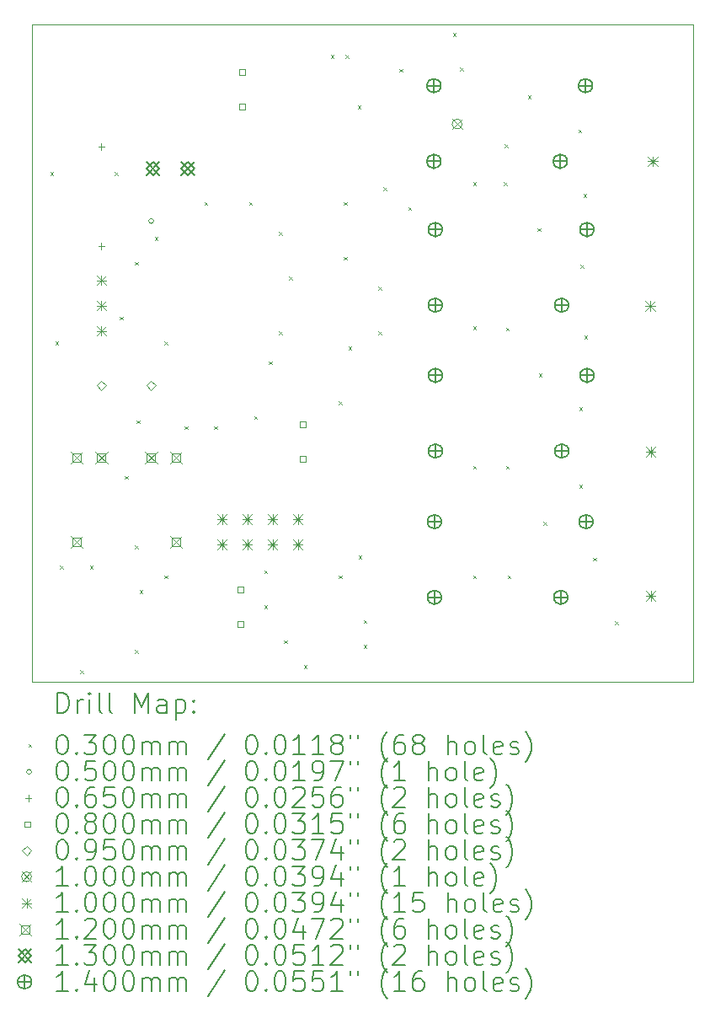
<source format=gbr>
%TF.GenerationSoftware,KiCad,Pcbnew,8.0.2-8.0.2-0~ubuntu22.04.1*%
%TF.CreationDate,2024-05-20T14:30:31+07:00*%
%TF.ProjectId,PCB_design,5043425f-6465-4736-9967-6e2e6b696361,rev?*%
%TF.SameCoordinates,Original*%
%TF.FileFunction,Drillmap*%
%TF.FilePolarity,Positive*%
%FSLAX45Y45*%
G04 Gerber Fmt 4.5, Leading zero omitted, Abs format (unit mm)*
G04 Created by KiCad (PCBNEW 8.0.2-8.0.2-0~ubuntu22.04.1) date 2024-05-20 14:30:31*
%MOMM*%
%LPD*%
G01*
G04 APERTURE LIST*
%ADD10C,0.050000*%
%ADD11C,0.200000*%
%ADD12C,0.100000*%
%ADD13C,0.120000*%
%ADD14C,0.130000*%
%ADD15C,0.140000*%
G04 APERTURE END LIST*
D10*
X9350000Y-2800000D02*
X16000000Y-2800000D01*
X16000000Y-9400000D01*
X9350000Y-9400000D01*
X9350000Y-2800000D01*
D11*
D12*
X9535000Y-4285000D02*
X9565000Y-4315000D01*
X9565000Y-4285000D02*
X9535000Y-4315000D01*
X9585000Y-5985000D02*
X9615000Y-6015000D01*
X9615000Y-5985000D02*
X9585000Y-6015000D01*
X9635000Y-8235000D02*
X9665000Y-8265000D01*
X9665000Y-8235000D02*
X9635000Y-8265000D01*
X9835000Y-9285000D02*
X9865000Y-9315000D01*
X9865000Y-9285000D02*
X9835000Y-9315000D01*
X9935000Y-8235000D02*
X9965000Y-8265000D01*
X9965000Y-8235000D02*
X9935000Y-8265000D01*
X10185000Y-4285000D02*
X10215000Y-4315000D01*
X10215000Y-4285000D02*
X10185000Y-4315000D01*
X10235000Y-5735000D02*
X10265000Y-5765000D01*
X10265000Y-5735000D02*
X10235000Y-5765000D01*
X10285000Y-7335000D02*
X10315000Y-7365000D01*
X10315000Y-7335000D02*
X10285000Y-7365000D01*
X10385000Y-5185000D02*
X10415000Y-5215000D01*
X10415000Y-5185000D02*
X10385000Y-5215000D01*
X10385000Y-8035000D02*
X10415000Y-8065000D01*
X10415000Y-8035000D02*
X10385000Y-8065000D01*
X10385000Y-9085000D02*
X10415000Y-9115000D01*
X10415000Y-9085000D02*
X10385000Y-9115000D01*
X10405000Y-6775000D02*
X10435000Y-6805000D01*
X10435000Y-6775000D02*
X10405000Y-6805000D01*
X10435000Y-8485000D02*
X10465000Y-8515000D01*
X10465000Y-8485000D02*
X10435000Y-8515000D01*
X10585000Y-4935000D02*
X10615000Y-4965000D01*
X10615000Y-4935000D02*
X10585000Y-4965000D01*
X10685000Y-5985000D02*
X10715000Y-6015000D01*
X10715000Y-5985000D02*
X10685000Y-6015000D01*
X10685000Y-8335000D02*
X10715000Y-8365000D01*
X10715000Y-8335000D02*
X10685000Y-8365000D01*
X10885000Y-6835000D02*
X10915000Y-6865000D01*
X10915000Y-6835000D02*
X10885000Y-6865000D01*
X11085000Y-4585000D02*
X11115000Y-4615000D01*
X11115000Y-4585000D02*
X11085000Y-4615000D01*
X11185000Y-6835000D02*
X11215000Y-6865000D01*
X11215000Y-6835000D02*
X11185000Y-6865000D01*
X11535000Y-4585000D02*
X11565000Y-4615000D01*
X11565000Y-4585000D02*
X11535000Y-4615000D01*
X11585000Y-6735000D02*
X11615000Y-6765000D01*
X11615000Y-6735000D02*
X11585000Y-6765000D01*
X11685000Y-8285000D02*
X11715000Y-8315000D01*
X11715000Y-8285000D02*
X11685000Y-8315000D01*
X11685000Y-8635000D02*
X11715000Y-8665000D01*
X11715000Y-8635000D02*
X11685000Y-8665000D01*
X11735000Y-6185000D02*
X11765000Y-6215000D01*
X11765000Y-6185000D02*
X11735000Y-6215000D01*
X11835000Y-4885000D02*
X11865000Y-4915000D01*
X11865000Y-4885000D02*
X11835000Y-4915000D01*
X11835000Y-5885000D02*
X11865000Y-5915000D01*
X11865000Y-5885000D02*
X11835000Y-5915000D01*
X11885000Y-8985000D02*
X11915000Y-9015000D01*
X11915000Y-8985000D02*
X11885000Y-9015000D01*
X11935000Y-5335000D02*
X11965000Y-5365000D01*
X11965000Y-5335000D02*
X11935000Y-5365000D01*
X12085000Y-9235000D02*
X12115000Y-9265000D01*
X12115000Y-9235000D02*
X12085000Y-9265000D01*
X12355000Y-3105000D02*
X12385000Y-3135000D01*
X12385000Y-3105000D02*
X12355000Y-3135000D01*
X12435000Y-6585000D02*
X12465000Y-6615000D01*
X12465000Y-6585000D02*
X12435000Y-6615000D01*
X12435000Y-8335000D02*
X12465000Y-8365000D01*
X12465000Y-8335000D02*
X12435000Y-8365000D01*
X12485000Y-4585000D02*
X12515000Y-4615000D01*
X12515000Y-4585000D02*
X12485000Y-4615000D01*
X12485000Y-5135000D02*
X12515000Y-5165000D01*
X12515000Y-5135000D02*
X12485000Y-5165000D01*
X12505000Y-3105000D02*
X12535000Y-3135000D01*
X12535000Y-3105000D02*
X12505000Y-3135000D01*
X12535000Y-6035000D02*
X12565000Y-6065000D01*
X12565000Y-6035000D02*
X12535000Y-6065000D01*
X12625000Y-3615000D02*
X12655000Y-3645000D01*
X12655000Y-3615000D02*
X12625000Y-3645000D01*
X12635000Y-8135000D02*
X12665000Y-8165000D01*
X12665000Y-8135000D02*
X12635000Y-8165000D01*
X12685000Y-8785000D02*
X12715000Y-8815000D01*
X12715000Y-8785000D02*
X12685000Y-8815000D01*
X12685000Y-9035000D02*
X12715000Y-9065000D01*
X12715000Y-9035000D02*
X12685000Y-9065000D01*
X12835000Y-5435000D02*
X12865000Y-5465000D01*
X12865000Y-5435000D02*
X12835000Y-5465000D01*
X12835000Y-5885000D02*
X12865000Y-5915000D01*
X12865000Y-5885000D02*
X12835000Y-5915000D01*
X12885000Y-4435000D02*
X12915000Y-4465000D01*
X12915000Y-4435000D02*
X12885000Y-4465000D01*
X13045000Y-3245000D02*
X13075000Y-3275000D01*
X13075000Y-3245000D02*
X13045000Y-3275000D01*
X13135000Y-4635000D02*
X13165000Y-4665000D01*
X13165000Y-4635000D02*
X13135000Y-4665000D01*
X13585000Y-2885000D02*
X13615000Y-2915000D01*
X13615000Y-2885000D02*
X13585000Y-2915000D01*
X13655000Y-3235000D02*
X13685000Y-3265000D01*
X13685000Y-3235000D02*
X13655000Y-3265000D01*
X13785000Y-4385000D02*
X13815000Y-4415000D01*
X13815000Y-4385000D02*
X13785000Y-4415000D01*
X13785000Y-5835000D02*
X13815000Y-5865000D01*
X13815000Y-5835000D02*
X13785000Y-5865000D01*
X13785000Y-7235000D02*
X13815000Y-7265000D01*
X13815000Y-7235000D02*
X13785000Y-7265000D01*
X13785000Y-8335000D02*
X13815000Y-8365000D01*
X13815000Y-8335000D02*
X13785000Y-8365000D01*
X14095000Y-4385000D02*
X14125000Y-4415000D01*
X14125000Y-4385000D02*
X14095000Y-4415000D01*
X14105000Y-4005000D02*
X14135000Y-4035000D01*
X14135000Y-4005000D02*
X14105000Y-4035000D01*
X14115000Y-5845000D02*
X14145000Y-5875000D01*
X14145000Y-5845000D02*
X14115000Y-5875000D01*
X14115000Y-7235000D02*
X14145000Y-7265000D01*
X14145000Y-7235000D02*
X14115000Y-7265000D01*
X14135000Y-8335000D02*
X14165000Y-8365000D01*
X14165000Y-8335000D02*
X14135000Y-8365000D01*
X14335000Y-3515000D02*
X14365000Y-3545000D01*
X14365000Y-3515000D02*
X14335000Y-3545000D01*
X14435000Y-4845000D02*
X14465000Y-4875000D01*
X14465000Y-4845000D02*
X14435000Y-4875000D01*
X14445000Y-6305000D02*
X14475000Y-6335000D01*
X14475000Y-6305000D02*
X14445000Y-6335000D01*
X14495000Y-7795000D02*
X14525000Y-7825000D01*
X14525000Y-7795000D02*
X14495000Y-7825000D01*
X14845000Y-3855000D02*
X14875000Y-3885000D01*
X14875000Y-3855000D02*
X14845000Y-3885000D01*
X14855000Y-6645000D02*
X14885000Y-6675000D01*
X14885000Y-6645000D02*
X14855000Y-6675000D01*
X14855000Y-7425000D02*
X14885000Y-7455000D01*
X14885000Y-7425000D02*
X14855000Y-7455000D01*
X14865000Y-5215000D02*
X14895000Y-5245000D01*
X14895000Y-5215000D02*
X14865000Y-5245000D01*
X14895000Y-4505000D02*
X14925000Y-4535000D01*
X14925000Y-4505000D02*
X14895000Y-4535000D01*
X14905000Y-5925000D02*
X14935000Y-5955000D01*
X14935000Y-5925000D02*
X14905000Y-5955000D01*
X14995000Y-8155000D02*
X15025000Y-8185000D01*
X15025000Y-8155000D02*
X14995000Y-8185000D01*
X15215000Y-8795000D02*
X15245000Y-8825000D01*
X15245000Y-8795000D02*
X15215000Y-8825000D01*
X10575000Y-4775000D02*
G75*
G02*
X10525000Y-4775000I-25000J0D01*
G01*
X10525000Y-4775000D02*
G75*
G02*
X10575000Y-4775000I25000J0D01*
G01*
X10050000Y-3992500D02*
X10050000Y-4057500D01*
X10017500Y-4025000D02*
X10082500Y-4025000D01*
X10050000Y-4992500D02*
X10050000Y-5057500D01*
X10017500Y-5025000D02*
X10082500Y-5025000D01*
X11477034Y-8504535D02*
X11477034Y-8447966D01*
X11420465Y-8447966D01*
X11420465Y-8504535D01*
X11477034Y-8504535D01*
X11477034Y-8854535D02*
X11477034Y-8797966D01*
X11420465Y-8797966D01*
X11420465Y-8854535D01*
X11477034Y-8854535D01*
X11493284Y-3303550D02*
X11493284Y-3246981D01*
X11436715Y-3246981D01*
X11436715Y-3303550D01*
X11493284Y-3303550D01*
X11493284Y-3653550D02*
X11493284Y-3596981D01*
X11436715Y-3596981D01*
X11436715Y-3653550D01*
X11493284Y-3653550D01*
X12103284Y-6843550D02*
X12103284Y-6786981D01*
X12046715Y-6786981D01*
X12046715Y-6843550D01*
X12103284Y-6843550D01*
X12103284Y-7193550D02*
X12103284Y-7136981D01*
X12046715Y-7136981D01*
X12046715Y-7193550D01*
X12103284Y-7193550D01*
X10050000Y-6472500D02*
X10097500Y-6425000D01*
X10050000Y-6377500D01*
X10002500Y-6425000D01*
X10050000Y-6472500D01*
X10550000Y-6472500D02*
X10597500Y-6425000D01*
X10550000Y-6377500D01*
X10502500Y-6425000D01*
X10550000Y-6472500D01*
X13575000Y-3750000D02*
X13675000Y-3850000D01*
X13675000Y-3750000D02*
X13575000Y-3850000D01*
X13675000Y-3800000D02*
G75*
G02*
X13575000Y-3800000I-50000J0D01*
G01*
X13575000Y-3800000D02*
G75*
G02*
X13675000Y-3800000I50000J0D01*
G01*
X10000000Y-5319500D02*
X10100000Y-5419500D01*
X10100000Y-5319500D02*
X10000000Y-5419500D01*
X10050000Y-5319500D02*
X10050000Y-5419500D01*
X10000000Y-5369500D02*
X10100000Y-5369500D01*
X10000000Y-5573500D02*
X10100000Y-5673500D01*
X10100000Y-5573500D02*
X10000000Y-5673500D01*
X10050000Y-5573500D02*
X10050000Y-5673500D01*
X10000000Y-5623500D02*
X10100000Y-5623500D01*
X10000000Y-5827500D02*
X10100000Y-5927500D01*
X10100000Y-5827500D02*
X10000000Y-5927500D01*
X10050000Y-5827500D02*
X10050000Y-5927500D01*
X10000000Y-5877500D02*
X10100000Y-5877500D01*
X11212000Y-7720000D02*
X11312000Y-7820000D01*
X11312000Y-7720000D02*
X11212000Y-7820000D01*
X11262000Y-7720000D02*
X11262000Y-7820000D01*
X11212000Y-7770000D02*
X11312000Y-7770000D01*
X11212000Y-7974000D02*
X11312000Y-8074000D01*
X11312000Y-7974000D02*
X11212000Y-8074000D01*
X11262000Y-7974000D02*
X11262000Y-8074000D01*
X11212000Y-8024000D02*
X11312000Y-8024000D01*
X11466000Y-7720000D02*
X11566000Y-7820000D01*
X11566000Y-7720000D02*
X11466000Y-7820000D01*
X11516000Y-7720000D02*
X11516000Y-7820000D01*
X11466000Y-7770000D02*
X11566000Y-7770000D01*
X11466000Y-7974000D02*
X11566000Y-8074000D01*
X11566000Y-7974000D02*
X11466000Y-8074000D01*
X11516000Y-7974000D02*
X11516000Y-8074000D01*
X11466000Y-8024000D02*
X11566000Y-8024000D01*
X11720000Y-7720000D02*
X11820000Y-7820000D01*
X11820000Y-7720000D02*
X11720000Y-7820000D01*
X11770000Y-7720000D02*
X11770000Y-7820000D01*
X11720000Y-7770000D02*
X11820000Y-7770000D01*
X11720000Y-7974000D02*
X11820000Y-8074000D01*
X11820000Y-7974000D02*
X11720000Y-8074000D01*
X11770000Y-7974000D02*
X11770000Y-8074000D01*
X11720000Y-8024000D02*
X11820000Y-8024000D01*
X11974000Y-7720000D02*
X12074000Y-7820000D01*
X12074000Y-7720000D02*
X11974000Y-7820000D01*
X12024000Y-7720000D02*
X12024000Y-7820000D01*
X11974000Y-7770000D02*
X12074000Y-7770000D01*
X11974000Y-7974000D02*
X12074000Y-8074000D01*
X12074000Y-7974000D02*
X11974000Y-8074000D01*
X12024000Y-7974000D02*
X12024000Y-8074000D01*
X11974000Y-8024000D02*
X12074000Y-8024000D01*
X15520000Y-5575000D02*
X15620000Y-5675000D01*
X15620000Y-5575000D02*
X15520000Y-5675000D01*
X15570000Y-5575000D02*
X15570000Y-5675000D01*
X15520000Y-5625000D02*
X15620000Y-5625000D01*
X15521000Y-7041000D02*
X15621000Y-7141000D01*
X15621000Y-7041000D02*
X15521000Y-7141000D01*
X15571000Y-7041000D02*
X15571000Y-7141000D01*
X15521000Y-7091000D02*
X15621000Y-7091000D01*
X15521000Y-8491000D02*
X15621000Y-8591000D01*
X15621000Y-8491000D02*
X15521000Y-8591000D01*
X15571000Y-8491000D02*
X15571000Y-8591000D01*
X15521000Y-8541000D02*
X15621000Y-8541000D01*
X15540000Y-4125000D02*
X15640000Y-4225000D01*
X15640000Y-4125000D02*
X15540000Y-4225000D01*
X15590000Y-4125000D02*
X15590000Y-4225000D01*
X15540000Y-4175000D02*
X15640000Y-4175000D01*
D13*
X9740000Y-7090000D02*
X9860000Y-7210000D01*
X9860000Y-7090000D02*
X9740000Y-7210000D01*
X9842427Y-7192427D02*
X9842427Y-7107573D01*
X9757573Y-7107573D01*
X9757573Y-7192427D01*
X9842427Y-7192427D01*
X9740000Y-7940000D02*
X9860000Y-8060000D01*
X9860000Y-7940000D02*
X9740000Y-8060000D01*
X9842427Y-8042427D02*
X9842427Y-7957573D01*
X9757573Y-7957573D01*
X9757573Y-8042427D01*
X9842427Y-8042427D01*
X9990000Y-7090000D02*
X10110000Y-7210000D01*
X10110000Y-7090000D02*
X9990000Y-7210000D01*
X10092427Y-7192427D02*
X10092427Y-7107573D01*
X10007573Y-7107573D01*
X10007573Y-7192427D01*
X10092427Y-7192427D01*
X10490000Y-7090000D02*
X10610000Y-7210000D01*
X10610000Y-7090000D02*
X10490000Y-7210000D01*
X10592427Y-7192427D02*
X10592427Y-7107573D01*
X10507573Y-7107573D01*
X10507573Y-7192427D01*
X10592427Y-7192427D01*
X10740000Y-7090000D02*
X10860000Y-7210000D01*
X10860000Y-7090000D02*
X10740000Y-7210000D01*
X10842427Y-7192427D02*
X10842427Y-7107573D01*
X10757573Y-7107573D01*
X10757573Y-7192427D01*
X10842427Y-7192427D01*
X10740000Y-7940000D02*
X10860000Y-8060000D01*
X10860000Y-7940000D02*
X10740000Y-8060000D01*
X10842427Y-8042427D02*
X10842427Y-7957573D01*
X10757573Y-7957573D01*
X10757573Y-8042427D01*
X10842427Y-8042427D01*
D14*
X10503000Y-4182000D02*
X10633000Y-4312000D01*
X10633000Y-4182000D02*
X10503000Y-4312000D01*
X10568000Y-4312000D02*
X10633000Y-4247000D01*
X10568000Y-4182000D01*
X10503000Y-4247000D01*
X10568000Y-4312000D01*
X10853000Y-4182000D02*
X10983000Y-4312000D01*
X10983000Y-4182000D02*
X10853000Y-4312000D01*
X10918000Y-4312000D02*
X10983000Y-4247000D01*
X10918000Y-4182000D01*
X10853000Y-4247000D01*
X10918000Y-4312000D01*
D15*
X13392500Y-3345000D02*
X13392500Y-3485000D01*
X13322500Y-3415000D02*
X13462500Y-3415000D01*
X13462500Y-3415000D02*
G75*
G02*
X13322500Y-3415000I-70000J0D01*
G01*
X13322500Y-3415000D02*
G75*
G02*
X13462500Y-3415000I70000J0D01*
G01*
X13392500Y-4105000D02*
X13392500Y-4245000D01*
X13322500Y-4175000D02*
X13462500Y-4175000D01*
X13462500Y-4175000D02*
G75*
G02*
X13322500Y-4175000I-70000J0D01*
G01*
X13322500Y-4175000D02*
G75*
G02*
X13462500Y-4175000I70000J0D01*
G01*
X13397500Y-7725000D02*
X13397500Y-7865000D01*
X13327500Y-7795000D02*
X13467500Y-7795000D01*
X13467500Y-7795000D02*
G75*
G02*
X13327500Y-7795000I-70000J0D01*
G01*
X13327500Y-7795000D02*
G75*
G02*
X13467500Y-7795000I70000J0D01*
G01*
X13397500Y-8485000D02*
X13397500Y-8625000D01*
X13327500Y-8555000D02*
X13467500Y-8555000D01*
X13467500Y-8555000D02*
G75*
G02*
X13327500Y-8555000I-70000J0D01*
G01*
X13327500Y-8555000D02*
G75*
G02*
X13467500Y-8555000I70000J0D01*
G01*
X13406000Y-4790000D02*
X13406000Y-4930000D01*
X13336000Y-4860000D02*
X13476000Y-4860000D01*
X13476000Y-4860000D02*
G75*
G02*
X13336000Y-4860000I-70000J0D01*
G01*
X13336000Y-4860000D02*
G75*
G02*
X13476000Y-4860000I70000J0D01*
G01*
X13406000Y-5550000D02*
X13406000Y-5690000D01*
X13336000Y-5620000D02*
X13476000Y-5620000D01*
X13476000Y-5620000D02*
G75*
G02*
X13336000Y-5620000I-70000J0D01*
G01*
X13336000Y-5620000D02*
G75*
G02*
X13476000Y-5620000I70000J0D01*
G01*
X13407500Y-6255000D02*
X13407500Y-6395000D01*
X13337500Y-6325000D02*
X13477500Y-6325000D01*
X13477500Y-6325000D02*
G75*
G02*
X13337500Y-6325000I-70000J0D01*
G01*
X13337500Y-6325000D02*
G75*
G02*
X13477500Y-6325000I70000J0D01*
G01*
X13407500Y-7015000D02*
X13407500Y-7155000D01*
X13337500Y-7085000D02*
X13477500Y-7085000D01*
X13477500Y-7085000D02*
G75*
G02*
X13337500Y-7085000I-70000J0D01*
G01*
X13337500Y-7085000D02*
G75*
G02*
X13477500Y-7085000I70000J0D01*
G01*
X14662500Y-4105000D02*
X14662500Y-4245000D01*
X14592500Y-4175000D02*
X14732500Y-4175000D01*
X14732500Y-4175000D02*
G75*
G02*
X14592500Y-4175000I-70000J0D01*
G01*
X14592500Y-4175000D02*
G75*
G02*
X14732500Y-4175000I70000J0D01*
G01*
X14667500Y-8485000D02*
X14667500Y-8625000D01*
X14597500Y-8555000D02*
X14737500Y-8555000D01*
X14737500Y-8555000D02*
G75*
G02*
X14597500Y-8555000I-70000J0D01*
G01*
X14597500Y-8555000D02*
G75*
G02*
X14737500Y-8555000I70000J0D01*
G01*
X14676000Y-5550000D02*
X14676000Y-5690000D01*
X14606000Y-5620000D02*
X14746000Y-5620000D01*
X14746000Y-5620000D02*
G75*
G02*
X14606000Y-5620000I-70000J0D01*
G01*
X14606000Y-5620000D02*
G75*
G02*
X14746000Y-5620000I70000J0D01*
G01*
X14677500Y-7015000D02*
X14677500Y-7155000D01*
X14607500Y-7085000D02*
X14747500Y-7085000D01*
X14747500Y-7085000D02*
G75*
G02*
X14607500Y-7085000I-70000J0D01*
G01*
X14607500Y-7085000D02*
G75*
G02*
X14747500Y-7085000I70000J0D01*
G01*
X14916500Y-3345000D02*
X14916500Y-3485000D01*
X14846500Y-3415000D02*
X14986500Y-3415000D01*
X14986500Y-3415000D02*
G75*
G02*
X14846500Y-3415000I-70000J0D01*
G01*
X14846500Y-3415000D02*
G75*
G02*
X14986500Y-3415000I70000J0D01*
G01*
X14921500Y-7725000D02*
X14921500Y-7865000D01*
X14851500Y-7795000D02*
X14991500Y-7795000D01*
X14991500Y-7795000D02*
G75*
G02*
X14851500Y-7795000I-70000J0D01*
G01*
X14851500Y-7795000D02*
G75*
G02*
X14991500Y-7795000I70000J0D01*
G01*
X14930000Y-4790000D02*
X14930000Y-4930000D01*
X14860000Y-4860000D02*
X15000000Y-4860000D01*
X15000000Y-4860000D02*
G75*
G02*
X14860000Y-4860000I-70000J0D01*
G01*
X14860000Y-4860000D02*
G75*
G02*
X15000000Y-4860000I70000J0D01*
G01*
X14931500Y-6255000D02*
X14931500Y-6395000D01*
X14861500Y-6325000D02*
X15001500Y-6325000D01*
X15001500Y-6325000D02*
G75*
G02*
X14861500Y-6325000I-70000J0D01*
G01*
X14861500Y-6325000D02*
G75*
G02*
X15001500Y-6325000I70000J0D01*
G01*
D11*
X9608277Y-9713984D02*
X9608277Y-9513984D01*
X9608277Y-9513984D02*
X9655896Y-9513984D01*
X9655896Y-9513984D02*
X9684467Y-9523508D01*
X9684467Y-9523508D02*
X9703515Y-9542555D01*
X9703515Y-9542555D02*
X9713039Y-9561603D01*
X9713039Y-9561603D02*
X9722563Y-9599698D01*
X9722563Y-9599698D02*
X9722563Y-9628270D01*
X9722563Y-9628270D02*
X9713039Y-9666365D01*
X9713039Y-9666365D02*
X9703515Y-9685412D01*
X9703515Y-9685412D02*
X9684467Y-9704460D01*
X9684467Y-9704460D02*
X9655896Y-9713984D01*
X9655896Y-9713984D02*
X9608277Y-9713984D01*
X9808277Y-9713984D02*
X9808277Y-9580650D01*
X9808277Y-9618746D02*
X9817801Y-9599698D01*
X9817801Y-9599698D02*
X9827324Y-9590174D01*
X9827324Y-9590174D02*
X9846372Y-9580650D01*
X9846372Y-9580650D02*
X9865420Y-9580650D01*
X9932086Y-9713984D02*
X9932086Y-9580650D01*
X9932086Y-9513984D02*
X9922563Y-9523508D01*
X9922563Y-9523508D02*
X9932086Y-9533031D01*
X9932086Y-9533031D02*
X9941610Y-9523508D01*
X9941610Y-9523508D02*
X9932086Y-9513984D01*
X9932086Y-9513984D02*
X9932086Y-9533031D01*
X10055896Y-9713984D02*
X10036848Y-9704460D01*
X10036848Y-9704460D02*
X10027324Y-9685412D01*
X10027324Y-9685412D02*
X10027324Y-9513984D01*
X10160658Y-9713984D02*
X10141610Y-9704460D01*
X10141610Y-9704460D02*
X10132086Y-9685412D01*
X10132086Y-9685412D02*
X10132086Y-9513984D01*
X10389229Y-9713984D02*
X10389229Y-9513984D01*
X10389229Y-9513984D02*
X10455896Y-9656841D01*
X10455896Y-9656841D02*
X10522563Y-9513984D01*
X10522563Y-9513984D02*
X10522563Y-9713984D01*
X10703515Y-9713984D02*
X10703515Y-9609222D01*
X10703515Y-9609222D02*
X10693991Y-9590174D01*
X10693991Y-9590174D02*
X10674944Y-9580650D01*
X10674944Y-9580650D02*
X10636848Y-9580650D01*
X10636848Y-9580650D02*
X10617801Y-9590174D01*
X10703515Y-9704460D02*
X10684467Y-9713984D01*
X10684467Y-9713984D02*
X10636848Y-9713984D01*
X10636848Y-9713984D02*
X10617801Y-9704460D01*
X10617801Y-9704460D02*
X10608277Y-9685412D01*
X10608277Y-9685412D02*
X10608277Y-9666365D01*
X10608277Y-9666365D02*
X10617801Y-9647317D01*
X10617801Y-9647317D02*
X10636848Y-9637793D01*
X10636848Y-9637793D02*
X10684467Y-9637793D01*
X10684467Y-9637793D02*
X10703515Y-9628270D01*
X10798753Y-9580650D02*
X10798753Y-9780650D01*
X10798753Y-9590174D02*
X10817801Y-9580650D01*
X10817801Y-9580650D02*
X10855896Y-9580650D01*
X10855896Y-9580650D02*
X10874944Y-9590174D01*
X10874944Y-9590174D02*
X10884467Y-9599698D01*
X10884467Y-9599698D02*
X10893991Y-9618746D01*
X10893991Y-9618746D02*
X10893991Y-9675889D01*
X10893991Y-9675889D02*
X10884467Y-9694936D01*
X10884467Y-9694936D02*
X10874944Y-9704460D01*
X10874944Y-9704460D02*
X10855896Y-9713984D01*
X10855896Y-9713984D02*
X10817801Y-9713984D01*
X10817801Y-9713984D02*
X10798753Y-9704460D01*
X10979705Y-9694936D02*
X10989229Y-9704460D01*
X10989229Y-9704460D02*
X10979705Y-9713984D01*
X10979705Y-9713984D02*
X10970182Y-9704460D01*
X10970182Y-9704460D02*
X10979705Y-9694936D01*
X10979705Y-9694936D02*
X10979705Y-9713984D01*
X10979705Y-9590174D02*
X10989229Y-9599698D01*
X10989229Y-9599698D02*
X10979705Y-9609222D01*
X10979705Y-9609222D02*
X10970182Y-9599698D01*
X10970182Y-9599698D02*
X10979705Y-9590174D01*
X10979705Y-9590174D02*
X10979705Y-9609222D01*
D12*
X9317500Y-10027500D02*
X9347500Y-10057500D01*
X9347500Y-10027500D02*
X9317500Y-10057500D01*
D11*
X9646372Y-9933984D02*
X9665420Y-9933984D01*
X9665420Y-9933984D02*
X9684467Y-9943508D01*
X9684467Y-9943508D02*
X9693991Y-9953031D01*
X9693991Y-9953031D02*
X9703515Y-9972079D01*
X9703515Y-9972079D02*
X9713039Y-10010174D01*
X9713039Y-10010174D02*
X9713039Y-10057793D01*
X9713039Y-10057793D02*
X9703515Y-10095889D01*
X9703515Y-10095889D02*
X9693991Y-10114936D01*
X9693991Y-10114936D02*
X9684467Y-10124460D01*
X9684467Y-10124460D02*
X9665420Y-10133984D01*
X9665420Y-10133984D02*
X9646372Y-10133984D01*
X9646372Y-10133984D02*
X9627324Y-10124460D01*
X9627324Y-10124460D02*
X9617801Y-10114936D01*
X9617801Y-10114936D02*
X9608277Y-10095889D01*
X9608277Y-10095889D02*
X9598753Y-10057793D01*
X9598753Y-10057793D02*
X9598753Y-10010174D01*
X9598753Y-10010174D02*
X9608277Y-9972079D01*
X9608277Y-9972079D02*
X9617801Y-9953031D01*
X9617801Y-9953031D02*
X9627324Y-9943508D01*
X9627324Y-9943508D02*
X9646372Y-9933984D01*
X9798753Y-10114936D02*
X9808277Y-10124460D01*
X9808277Y-10124460D02*
X9798753Y-10133984D01*
X9798753Y-10133984D02*
X9789229Y-10124460D01*
X9789229Y-10124460D02*
X9798753Y-10114936D01*
X9798753Y-10114936D02*
X9798753Y-10133984D01*
X9874944Y-9933984D02*
X9998753Y-9933984D01*
X9998753Y-9933984D02*
X9932086Y-10010174D01*
X9932086Y-10010174D02*
X9960658Y-10010174D01*
X9960658Y-10010174D02*
X9979705Y-10019698D01*
X9979705Y-10019698D02*
X9989229Y-10029222D01*
X9989229Y-10029222D02*
X9998753Y-10048270D01*
X9998753Y-10048270D02*
X9998753Y-10095889D01*
X9998753Y-10095889D02*
X9989229Y-10114936D01*
X9989229Y-10114936D02*
X9979705Y-10124460D01*
X9979705Y-10124460D02*
X9960658Y-10133984D01*
X9960658Y-10133984D02*
X9903515Y-10133984D01*
X9903515Y-10133984D02*
X9884467Y-10124460D01*
X9884467Y-10124460D02*
X9874944Y-10114936D01*
X10122563Y-9933984D02*
X10141610Y-9933984D01*
X10141610Y-9933984D02*
X10160658Y-9943508D01*
X10160658Y-9943508D02*
X10170182Y-9953031D01*
X10170182Y-9953031D02*
X10179705Y-9972079D01*
X10179705Y-9972079D02*
X10189229Y-10010174D01*
X10189229Y-10010174D02*
X10189229Y-10057793D01*
X10189229Y-10057793D02*
X10179705Y-10095889D01*
X10179705Y-10095889D02*
X10170182Y-10114936D01*
X10170182Y-10114936D02*
X10160658Y-10124460D01*
X10160658Y-10124460D02*
X10141610Y-10133984D01*
X10141610Y-10133984D02*
X10122563Y-10133984D01*
X10122563Y-10133984D02*
X10103515Y-10124460D01*
X10103515Y-10124460D02*
X10093991Y-10114936D01*
X10093991Y-10114936D02*
X10084467Y-10095889D01*
X10084467Y-10095889D02*
X10074944Y-10057793D01*
X10074944Y-10057793D02*
X10074944Y-10010174D01*
X10074944Y-10010174D02*
X10084467Y-9972079D01*
X10084467Y-9972079D02*
X10093991Y-9953031D01*
X10093991Y-9953031D02*
X10103515Y-9943508D01*
X10103515Y-9943508D02*
X10122563Y-9933984D01*
X10313039Y-9933984D02*
X10332086Y-9933984D01*
X10332086Y-9933984D02*
X10351134Y-9943508D01*
X10351134Y-9943508D02*
X10360658Y-9953031D01*
X10360658Y-9953031D02*
X10370182Y-9972079D01*
X10370182Y-9972079D02*
X10379705Y-10010174D01*
X10379705Y-10010174D02*
X10379705Y-10057793D01*
X10379705Y-10057793D02*
X10370182Y-10095889D01*
X10370182Y-10095889D02*
X10360658Y-10114936D01*
X10360658Y-10114936D02*
X10351134Y-10124460D01*
X10351134Y-10124460D02*
X10332086Y-10133984D01*
X10332086Y-10133984D02*
X10313039Y-10133984D01*
X10313039Y-10133984D02*
X10293991Y-10124460D01*
X10293991Y-10124460D02*
X10284467Y-10114936D01*
X10284467Y-10114936D02*
X10274944Y-10095889D01*
X10274944Y-10095889D02*
X10265420Y-10057793D01*
X10265420Y-10057793D02*
X10265420Y-10010174D01*
X10265420Y-10010174D02*
X10274944Y-9972079D01*
X10274944Y-9972079D02*
X10284467Y-9953031D01*
X10284467Y-9953031D02*
X10293991Y-9943508D01*
X10293991Y-9943508D02*
X10313039Y-9933984D01*
X10465420Y-10133984D02*
X10465420Y-10000650D01*
X10465420Y-10019698D02*
X10474944Y-10010174D01*
X10474944Y-10010174D02*
X10493991Y-10000650D01*
X10493991Y-10000650D02*
X10522563Y-10000650D01*
X10522563Y-10000650D02*
X10541610Y-10010174D01*
X10541610Y-10010174D02*
X10551134Y-10029222D01*
X10551134Y-10029222D02*
X10551134Y-10133984D01*
X10551134Y-10029222D02*
X10560658Y-10010174D01*
X10560658Y-10010174D02*
X10579705Y-10000650D01*
X10579705Y-10000650D02*
X10608277Y-10000650D01*
X10608277Y-10000650D02*
X10627325Y-10010174D01*
X10627325Y-10010174D02*
X10636848Y-10029222D01*
X10636848Y-10029222D02*
X10636848Y-10133984D01*
X10732086Y-10133984D02*
X10732086Y-10000650D01*
X10732086Y-10019698D02*
X10741610Y-10010174D01*
X10741610Y-10010174D02*
X10760658Y-10000650D01*
X10760658Y-10000650D02*
X10789229Y-10000650D01*
X10789229Y-10000650D02*
X10808277Y-10010174D01*
X10808277Y-10010174D02*
X10817801Y-10029222D01*
X10817801Y-10029222D02*
X10817801Y-10133984D01*
X10817801Y-10029222D02*
X10827325Y-10010174D01*
X10827325Y-10010174D02*
X10846372Y-10000650D01*
X10846372Y-10000650D02*
X10874944Y-10000650D01*
X10874944Y-10000650D02*
X10893991Y-10010174D01*
X10893991Y-10010174D02*
X10903515Y-10029222D01*
X10903515Y-10029222D02*
X10903515Y-10133984D01*
X11293991Y-9924460D02*
X11122563Y-10181603D01*
X11551134Y-9933984D02*
X11570182Y-9933984D01*
X11570182Y-9933984D02*
X11589229Y-9943508D01*
X11589229Y-9943508D02*
X11598753Y-9953031D01*
X11598753Y-9953031D02*
X11608277Y-9972079D01*
X11608277Y-9972079D02*
X11617801Y-10010174D01*
X11617801Y-10010174D02*
X11617801Y-10057793D01*
X11617801Y-10057793D02*
X11608277Y-10095889D01*
X11608277Y-10095889D02*
X11598753Y-10114936D01*
X11598753Y-10114936D02*
X11589229Y-10124460D01*
X11589229Y-10124460D02*
X11570182Y-10133984D01*
X11570182Y-10133984D02*
X11551134Y-10133984D01*
X11551134Y-10133984D02*
X11532086Y-10124460D01*
X11532086Y-10124460D02*
X11522563Y-10114936D01*
X11522563Y-10114936D02*
X11513039Y-10095889D01*
X11513039Y-10095889D02*
X11503515Y-10057793D01*
X11503515Y-10057793D02*
X11503515Y-10010174D01*
X11503515Y-10010174D02*
X11513039Y-9972079D01*
X11513039Y-9972079D02*
X11522563Y-9953031D01*
X11522563Y-9953031D02*
X11532086Y-9943508D01*
X11532086Y-9943508D02*
X11551134Y-9933984D01*
X11703515Y-10114936D02*
X11713039Y-10124460D01*
X11713039Y-10124460D02*
X11703515Y-10133984D01*
X11703515Y-10133984D02*
X11693991Y-10124460D01*
X11693991Y-10124460D02*
X11703515Y-10114936D01*
X11703515Y-10114936D02*
X11703515Y-10133984D01*
X11836848Y-9933984D02*
X11855896Y-9933984D01*
X11855896Y-9933984D02*
X11874944Y-9943508D01*
X11874944Y-9943508D02*
X11884467Y-9953031D01*
X11884467Y-9953031D02*
X11893991Y-9972079D01*
X11893991Y-9972079D02*
X11903515Y-10010174D01*
X11903515Y-10010174D02*
X11903515Y-10057793D01*
X11903515Y-10057793D02*
X11893991Y-10095889D01*
X11893991Y-10095889D02*
X11884467Y-10114936D01*
X11884467Y-10114936D02*
X11874944Y-10124460D01*
X11874944Y-10124460D02*
X11855896Y-10133984D01*
X11855896Y-10133984D02*
X11836848Y-10133984D01*
X11836848Y-10133984D02*
X11817801Y-10124460D01*
X11817801Y-10124460D02*
X11808277Y-10114936D01*
X11808277Y-10114936D02*
X11798753Y-10095889D01*
X11798753Y-10095889D02*
X11789229Y-10057793D01*
X11789229Y-10057793D02*
X11789229Y-10010174D01*
X11789229Y-10010174D02*
X11798753Y-9972079D01*
X11798753Y-9972079D02*
X11808277Y-9953031D01*
X11808277Y-9953031D02*
X11817801Y-9943508D01*
X11817801Y-9943508D02*
X11836848Y-9933984D01*
X12093991Y-10133984D02*
X11979706Y-10133984D01*
X12036848Y-10133984D02*
X12036848Y-9933984D01*
X12036848Y-9933984D02*
X12017801Y-9962555D01*
X12017801Y-9962555D02*
X11998753Y-9981603D01*
X11998753Y-9981603D02*
X11979706Y-9991127D01*
X12284467Y-10133984D02*
X12170182Y-10133984D01*
X12227325Y-10133984D02*
X12227325Y-9933984D01*
X12227325Y-9933984D02*
X12208277Y-9962555D01*
X12208277Y-9962555D02*
X12189229Y-9981603D01*
X12189229Y-9981603D02*
X12170182Y-9991127D01*
X12398753Y-10019698D02*
X12379706Y-10010174D01*
X12379706Y-10010174D02*
X12370182Y-10000650D01*
X12370182Y-10000650D02*
X12360658Y-9981603D01*
X12360658Y-9981603D02*
X12360658Y-9972079D01*
X12360658Y-9972079D02*
X12370182Y-9953031D01*
X12370182Y-9953031D02*
X12379706Y-9943508D01*
X12379706Y-9943508D02*
X12398753Y-9933984D01*
X12398753Y-9933984D02*
X12436848Y-9933984D01*
X12436848Y-9933984D02*
X12455896Y-9943508D01*
X12455896Y-9943508D02*
X12465420Y-9953031D01*
X12465420Y-9953031D02*
X12474944Y-9972079D01*
X12474944Y-9972079D02*
X12474944Y-9981603D01*
X12474944Y-9981603D02*
X12465420Y-10000650D01*
X12465420Y-10000650D02*
X12455896Y-10010174D01*
X12455896Y-10010174D02*
X12436848Y-10019698D01*
X12436848Y-10019698D02*
X12398753Y-10019698D01*
X12398753Y-10019698D02*
X12379706Y-10029222D01*
X12379706Y-10029222D02*
X12370182Y-10038746D01*
X12370182Y-10038746D02*
X12360658Y-10057793D01*
X12360658Y-10057793D02*
X12360658Y-10095889D01*
X12360658Y-10095889D02*
X12370182Y-10114936D01*
X12370182Y-10114936D02*
X12379706Y-10124460D01*
X12379706Y-10124460D02*
X12398753Y-10133984D01*
X12398753Y-10133984D02*
X12436848Y-10133984D01*
X12436848Y-10133984D02*
X12455896Y-10124460D01*
X12455896Y-10124460D02*
X12465420Y-10114936D01*
X12465420Y-10114936D02*
X12474944Y-10095889D01*
X12474944Y-10095889D02*
X12474944Y-10057793D01*
X12474944Y-10057793D02*
X12465420Y-10038746D01*
X12465420Y-10038746D02*
X12455896Y-10029222D01*
X12455896Y-10029222D02*
X12436848Y-10019698D01*
X12551134Y-9933984D02*
X12551134Y-9972079D01*
X12627325Y-9933984D02*
X12627325Y-9972079D01*
X12922563Y-10210174D02*
X12913039Y-10200650D01*
X12913039Y-10200650D02*
X12893991Y-10172079D01*
X12893991Y-10172079D02*
X12884468Y-10153031D01*
X12884468Y-10153031D02*
X12874944Y-10124460D01*
X12874944Y-10124460D02*
X12865420Y-10076841D01*
X12865420Y-10076841D02*
X12865420Y-10038746D01*
X12865420Y-10038746D02*
X12874944Y-9991127D01*
X12874944Y-9991127D02*
X12884468Y-9962555D01*
X12884468Y-9962555D02*
X12893991Y-9943508D01*
X12893991Y-9943508D02*
X12913039Y-9914936D01*
X12913039Y-9914936D02*
X12922563Y-9905412D01*
X13084468Y-9933984D02*
X13046372Y-9933984D01*
X13046372Y-9933984D02*
X13027325Y-9943508D01*
X13027325Y-9943508D02*
X13017801Y-9953031D01*
X13017801Y-9953031D02*
X12998753Y-9981603D01*
X12998753Y-9981603D02*
X12989229Y-10019698D01*
X12989229Y-10019698D02*
X12989229Y-10095889D01*
X12989229Y-10095889D02*
X12998753Y-10114936D01*
X12998753Y-10114936D02*
X13008277Y-10124460D01*
X13008277Y-10124460D02*
X13027325Y-10133984D01*
X13027325Y-10133984D02*
X13065420Y-10133984D01*
X13065420Y-10133984D02*
X13084468Y-10124460D01*
X13084468Y-10124460D02*
X13093991Y-10114936D01*
X13093991Y-10114936D02*
X13103515Y-10095889D01*
X13103515Y-10095889D02*
X13103515Y-10048270D01*
X13103515Y-10048270D02*
X13093991Y-10029222D01*
X13093991Y-10029222D02*
X13084468Y-10019698D01*
X13084468Y-10019698D02*
X13065420Y-10010174D01*
X13065420Y-10010174D02*
X13027325Y-10010174D01*
X13027325Y-10010174D02*
X13008277Y-10019698D01*
X13008277Y-10019698D02*
X12998753Y-10029222D01*
X12998753Y-10029222D02*
X12989229Y-10048270D01*
X13217801Y-10019698D02*
X13198753Y-10010174D01*
X13198753Y-10010174D02*
X13189229Y-10000650D01*
X13189229Y-10000650D02*
X13179706Y-9981603D01*
X13179706Y-9981603D02*
X13179706Y-9972079D01*
X13179706Y-9972079D02*
X13189229Y-9953031D01*
X13189229Y-9953031D02*
X13198753Y-9943508D01*
X13198753Y-9943508D02*
X13217801Y-9933984D01*
X13217801Y-9933984D02*
X13255896Y-9933984D01*
X13255896Y-9933984D02*
X13274944Y-9943508D01*
X13274944Y-9943508D02*
X13284468Y-9953031D01*
X13284468Y-9953031D02*
X13293991Y-9972079D01*
X13293991Y-9972079D02*
X13293991Y-9981603D01*
X13293991Y-9981603D02*
X13284468Y-10000650D01*
X13284468Y-10000650D02*
X13274944Y-10010174D01*
X13274944Y-10010174D02*
X13255896Y-10019698D01*
X13255896Y-10019698D02*
X13217801Y-10019698D01*
X13217801Y-10019698D02*
X13198753Y-10029222D01*
X13198753Y-10029222D02*
X13189229Y-10038746D01*
X13189229Y-10038746D02*
X13179706Y-10057793D01*
X13179706Y-10057793D02*
X13179706Y-10095889D01*
X13179706Y-10095889D02*
X13189229Y-10114936D01*
X13189229Y-10114936D02*
X13198753Y-10124460D01*
X13198753Y-10124460D02*
X13217801Y-10133984D01*
X13217801Y-10133984D02*
X13255896Y-10133984D01*
X13255896Y-10133984D02*
X13274944Y-10124460D01*
X13274944Y-10124460D02*
X13284468Y-10114936D01*
X13284468Y-10114936D02*
X13293991Y-10095889D01*
X13293991Y-10095889D02*
X13293991Y-10057793D01*
X13293991Y-10057793D02*
X13284468Y-10038746D01*
X13284468Y-10038746D02*
X13274944Y-10029222D01*
X13274944Y-10029222D02*
X13255896Y-10019698D01*
X13532087Y-10133984D02*
X13532087Y-9933984D01*
X13617801Y-10133984D02*
X13617801Y-10029222D01*
X13617801Y-10029222D02*
X13608277Y-10010174D01*
X13608277Y-10010174D02*
X13589230Y-10000650D01*
X13589230Y-10000650D02*
X13560658Y-10000650D01*
X13560658Y-10000650D02*
X13541610Y-10010174D01*
X13541610Y-10010174D02*
X13532087Y-10019698D01*
X13741610Y-10133984D02*
X13722563Y-10124460D01*
X13722563Y-10124460D02*
X13713039Y-10114936D01*
X13713039Y-10114936D02*
X13703515Y-10095889D01*
X13703515Y-10095889D02*
X13703515Y-10038746D01*
X13703515Y-10038746D02*
X13713039Y-10019698D01*
X13713039Y-10019698D02*
X13722563Y-10010174D01*
X13722563Y-10010174D02*
X13741610Y-10000650D01*
X13741610Y-10000650D02*
X13770182Y-10000650D01*
X13770182Y-10000650D02*
X13789230Y-10010174D01*
X13789230Y-10010174D02*
X13798753Y-10019698D01*
X13798753Y-10019698D02*
X13808277Y-10038746D01*
X13808277Y-10038746D02*
X13808277Y-10095889D01*
X13808277Y-10095889D02*
X13798753Y-10114936D01*
X13798753Y-10114936D02*
X13789230Y-10124460D01*
X13789230Y-10124460D02*
X13770182Y-10133984D01*
X13770182Y-10133984D02*
X13741610Y-10133984D01*
X13922563Y-10133984D02*
X13903515Y-10124460D01*
X13903515Y-10124460D02*
X13893991Y-10105412D01*
X13893991Y-10105412D02*
X13893991Y-9933984D01*
X14074944Y-10124460D02*
X14055896Y-10133984D01*
X14055896Y-10133984D02*
X14017801Y-10133984D01*
X14017801Y-10133984D02*
X13998753Y-10124460D01*
X13998753Y-10124460D02*
X13989230Y-10105412D01*
X13989230Y-10105412D02*
X13989230Y-10029222D01*
X13989230Y-10029222D02*
X13998753Y-10010174D01*
X13998753Y-10010174D02*
X14017801Y-10000650D01*
X14017801Y-10000650D02*
X14055896Y-10000650D01*
X14055896Y-10000650D02*
X14074944Y-10010174D01*
X14074944Y-10010174D02*
X14084468Y-10029222D01*
X14084468Y-10029222D02*
X14084468Y-10048270D01*
X14084468Y-10048270D02*
X13989230Y-10067317D01*
X14160658Y-10124460D02*
X14179706Y-10133984D01*
X14179706Y-10133984D02*
X14217801Y-10133984D01*
X14217801Y-10133984D02*
X14236849Y-10124460D01*
X14236849Y-10124460D02*
X14246372Y-10105412D01*
X14246372Y-10105412D02*
X14246372Y-10095889D01*
X14246372Y-10095889D02*
X14236849Y-10076841D01*
X14236849Y-10076841D02*
X14217801Y-10067317D01*
X14217801Y-10067317D02*
X14189230Y-10067317D01*
X14189230Y-10067317D02*
X14170182Y-10057793D01*
X14170182Y-10057793D02*
X14160658Y-10038746D01*
X14160658Y-10038746D02*
X14160658Y-10029222D01*
X14160658Y-10029222D02*
X14170182Y-10010174D01*
X14170182Y-10010174D02*
X14189230Y-10000650D01*
X14189230Y-10000650D02*
X14217801Y-10000650D01*
X14217801Y-10000650D02*
X14236849Y-10010174D01*
X14313039Y-10210174D02*
X14322563Y-10200650D01*
X14322563Y-10200650D02*
X14341611Y-10172079D01*
X14341611Y-10172079D02*
X14351134Y-10153031D01*
X14351134Y-10153031D02*
X14360658Y-10124460D01*
X14360658Y-10124460D02*
X14370182Y-10076841D01*
X14370182Y-10076841D02*
X14370182Y-10038746D01*
X14370182Y-10038746D02*
X14360658Y-9991127D01*
X14360658Y-9991127D02*
X14351134Y-9962555D01*
X14351134Y-9962555D02*
X14341611Y-9943508D01*
X14341611Y-9943508D02*
X14322563Y-9914936D01*
X14322563Y-9914936D02*
X14313039Y-9905412D01*
D12*
X9347500Y-10306500D02*
G75*
G02*
X9297500Y-10306500I-25000J0D01*
G01*
X9297500Y-10306500D02*
G75*
G02*
X9347500Y-10306500I25000J0D01*
G01*
D11*
X9646372Y-10197984D02*
X9665420Y-10197984D01*
X9665420Y-10197984D02*
X9684467Y-10207508D01*
X9684467Y-10207508D02*
X9693991Y-10217031D01*
X9693991Y-10217031D02*
X9703515Y-10236079D01*
X9703515Y-10236079D02*
X9713039Y-10274174D01*
X9713039Y-10274174D02*
X9713039Y-10321793D01*
X9713039Y-10321793D02*
X9703515Y-10359889D01*
X9703515Y-10359889D02*
X9693991Y-10378936D01*
X9693991Y-10378936D02*
X9684467Y-10388460D01*
X9684467Y-10388460D02*
X9665420Y-10397984D01*
X9665420Y-10397984D02*
X9646372Y-10397984D01*
X9646372Y-10397984D02*
X9627324Y-10388460D01*
X9627324Y-10388460D02*
X9617801Y-10378936D01*
X9617801Y-10378936D02*
X9608277Y-10359889D01*
X9608277Y-10359889D02*
X9598753Y-10321793D01*
X9598753Y-10321793D02*
X9598753Y-10274174D01*
X9598753Y-10274174D02*
X9608277Y-10236079D01*
X9608277Y-10236079D02*
X9617801Y-10217031D01*
X9617801Y-10217031D02*
X9627324Y-10207508D01*
X9627324Y-10207508D02*
X9646372Y-10197984D01*
X9798753Y-10378936D02*
X9808277Y-10388460D01*
X9808277Y-10388460D02*
X9798753Y-10397984D01*
X9798753Y-10397984D02*
X9789229Y-10388460D01*
X9789229Y-10388460D02*
X9798753Y-10378936D01*
X9798753Y-10378936D02*
X9798753Y-10397984D01*
X9989229Y-10197984D02*
X9893991Y-10197984D01*
X9893991Y-10197984D02*
X9884467Y-10293222D01*
X9884467Y-10293222D02*
X9893991Y-10283698D01*
X9893991Y-10283698D02*
X9913039Y-10274174D01*
X9913039Y-10274174D02*
X9960658Y-10274174D01*
X9960658Y-10274174D02*
X9979705Y-10283698D01*
X9979705Y-10283698D02*
X9989229Y-10293222D01*
X9989229Y-10293222D02*
X9998753Y-10312270D01*
X9998753Y-10312270D02*
X9998753Y-10359889D01*
X9998753Y-10359889D02*
X9989229Y-10378936D01*
X9989229Y-10378936D02*
X9979705Y-10388460D01*
X9979705Y-10388460D02*
X9960658Y-10397984D01*
X9960658Y-10397984D02*
X9913039Y-10397984D01*
X9913039Y-10397984D02*
X9893991Y-10388460D01*
X9893991Y-10388460D02*
X9884467Y-10378936D01*
X10122563Y-10197984D02*
X10141610Y-10197984D01*
X10141610Y-10197984D02*
X10160658Y-10207508D01*
X10160658Y-10207508D02*
X10170182Y-10217031D01*
X10170182Y-10217031D02*
X10179705Y-10236079D01*
X10179705Y-10236079D02*
X10189229Y-10274174D01*
X10189229Y-10274174D02*
X10189229Y-10321793D01*
X10189229Y-10321793D02*
X10179705Y-10359889D01*
X10179705Y-10359889D02*
X10170182Y-10378936D01*
X10170182Y-10378936D02*
X10160658Y-10388460D01*
X10160658Y-10388460D02*
X10141610Y-10397984D01*
X10141610Y-10397984D02*
X10122563Y-10397984D01*
X10122563Y-10397984D02*
X10103515Y-10388460D01*
X10103515Y-10388460D02*
X10093991Y-10378936D01*
X10093991Y-10378936D02*
X10084467Y-10359889D01*
X10084467Y-10359889D02*
X10074944Y-10321793D01*
X10074944Y-10321793D02*
X10074944Y-10274174D01*
X10074944Y-10274174D02*
X10084467Y-10236079D01*
X10084467Y-10236079D02*
X10093991Y-10217031D01*
X10093991Y-10217031D02*
X10103515Y-10207508D01*
X10103515Y-10207508D02*
X10122563Y-10197984D01*
X10313039Y-10197984D02*
X10332086Y-10197984D01*
X10332086Y-10197984D02*
X10351134Y-10207508D01*
X10351134Y-10207508D02*
X10360658Y-10217031D01*
X10360658Y-10217031D02*
X10370182Y-10236079D01*
X10370182Y-10236079D02*
X10379705Y-10274174D01*
X10379705Y-10274174D02*
X10379705Y-10321793D01*
X10379705Y-10321793D02*
X10370182Y-10359889D01*
X10370182Y-10359889D02*
X10360658Y-10378936D01*
X10360658Y-10378936D02*
X10351134Y-10388460D01*
X10351134Y-10388460D02*
X10332086Y-10397984D01*
X10332086Y-10397984D02*
X10313039Y-10397984D01*
X10313039Y-10397984D02*
X10293991Y-10388460D01*
X10293991Y-10388460D02*
X10284467Y-10378936D01*
X10284467Y-10378936D02*
X10274944Y-10359889D01*
X10274944Y-10359889D02*
X10265420Y-10321793D01*
X10265420Y-10321793D02*
X10265420Y-10274174D01*
X10265420Y-10274174D02*
X10274944Y-10236079D01*
X10274944Y-10236079D02*
X10284467Y-10217031D01*
X10284467Y-10217031D02*
X10293991Y-10207508D01*
X10293991Y-10207508D02*
X10313039Y-10197984D01*
X10465420Y-10397984D02*
X10465420Y-10264650D01*
X10465420Y-10283698D02*
X10474944Y-10274174D01*
X10474944Y-10274174D02*
X10493991Y-10264650D01*
X10493991Y-10264650D02*
X10522563Y-10264650D01*
X10522563Y-10264650D02*
X10541610Y-10274174D01*
X10541610Y-10274174D02*
X10551134Y-10293222D01*
X10551134Y-10293222D02*
X10551134Y-10397984D01*
X10551134Y-10293222D02*
X10560658Y-10274174D01*
X10560658Y-10274174D02*
X10579705Y-10264650D01*
X10579705Y-10264650D02*
X10608277Y-10264650D01*
X10608277Y-10264650D02*
X10627325Y-10274174D01*
X10627325Y-10274174D02*
X10636848Y-10293222D01*
X10636848Y-10293222D02*
X10636848Y-10397984D01*
X10732086Y-10397984D02*
X10732086Y-10264650D01*
X10732086Y-10283698D02*
X10741610Y-10274174D01*
X10741610Y-10274174D02*
X10760658Y-10264650D01*
X10760658Y-10264650D02*
X10789229Y-10264650D01*
X10789229Y-10264650D02*
X10808277Y-10274174D01*
X10808277Y-10274174D02*
X10817801Y-10293222D01*
X10817801Y-10293222D02*
X10817801Y-10397984D01*
X10817801Y-10293222D02*
X10827325Y-10274174D01*
X10827325Y-10274174D02*
X10846372Y-10264650D01*
X10846372Y-10264650D02*
X10874944Y-10264650D01*
X10874944Y-10264650D02*
X10893991Y-10274174D01*
X10893991Y-10274174D02*
X10903515Y-10293222D01*
X10903515Y-10293222D02*
X10903515Y-10397984D01*
X11293991Y-10188460D02*
X11122563Y-10445603D01*
X11551134Y-10197984D02*
X11570182Y-10197984D01*
X11570182Y-10197984D02*
X11589229Y-10207508D01*
X11589229Y-10207508D02*
X11598753Y-10217031D01*
X11598753Y-10217031D02*
X11608277Y-10236079D01*
X11608277Y-10236079D02*
X11617801Y-10274174D01*
X11617801Y-10274174D02*
X11617801Y-10321793D01*
X11617801Y-10321793D02*
X11608277Y-10359889D01*
X11608277Y-10359889D02*
X11598753Y-10378936D01*
X11598753Y-10378936D02*
X11589229Y-10388460D01*
X11589229Y-10388460D02*
X11570182Y-10397984D01*
X11570182Y-10397984D02*
X11551134Y-10397984D01*
X11551134Y-10397984D02*
X11532086Y-10388460D01*
X11532086Y-10388460D02*
X11522563Y-10378936D01*
X11522563Y-10378936D02*
X11513039Y-10359889D01*
X11513039Y-10359889D02*
X11503515Y-10321793D01*
X11503515Y-10321793D02*
X11503515Y-10274174D01*
X11503515Y-10274174D02*
X11513039Y-10236079D01*
X11513039Y-10236079D02*
X11522563Y-10217031D01*
X11522563Y-10217031D02*
X11532086Y-10207508D01*
X11532086Y-10207508D02*
X11551134Y-10197984D01*
X11703515Y-10378936D02*
X11713039Y-10388460D01*
X11713039Y-10388460D02*
X11703515Y-10397984D01*
X11703515Y-10397984D02*
X11693991Y-10388460D01*
X11693991Y-10388460D02*
X11703515Y-10378936D01*
X11703515Y-10378936D02*
X11703515Y-10397984D01*
X11836848Y-10197984D02*
X11855896Y-10197984D01*
X11855896Y-10197984D02*
X11874944Y-10207508D01*
X11874944Y-10207508D02*
X11884467Y-10217031D01*
X11884467Y-10217031D02*
X11893991Y-10236079D01*
X11893991Y-10236079D02*
X11903515Y-10274174D01*
X11903515Y-10274174D02*
X11903515Y-10321793D01*
X11903515Y-10321793D02*
X11893991Y-10359889D01*
X11893991Y-10359889D02*
X11884467Y-10378936D01*
X11884467Y-10378936D02*
X11874944Y-10388460D01*
X11874944Y-10388460D02*
X11855896Y-10397984D01*
X11855896Y-10397984D02*
X11836848Y-10397984D01*
X11836848Y-10397984D02*
X11817801Y-10388460D01*
X11817801Y-10388460D02*
X11808277Y-10378936D01*
X11808277Y-10378936D02*
X11798753Y-10359889D01*
X11798753Y-10359889D02*
X11789229Y-10321793D01*
X11789229Y-10321793D02*
X11789229Y-10274174D01*
X11789229Y-10274174D02*
X11798753Y-10236079D01*
X11798753Y-10236079D02*
X11808277Y-10217031D01*
X11808277Y-10217031D02*
X11817801Y-10207508D01*
X11817801Y-10207508D02*
X11836848Y-10197984D01*
X12093991Y-10397984D02*
X11979706Y-10397984D01*
X12036848Y-10397984D02*
X12036848Y-10197984D01*
X12036848Y-10197984D02*
X12017801Y-10226555D01*
X12017801Y-10226555D02*
X11998753Y-10245603D01*
X11998753Y-10245603D02*
X11979706Y-10255127D01*
X12189229Y-10397984D02*
X12227325Y-10397984D01*
X12227325Y-10397984D02*
X12246372Y-10388460D01*
X12246372Y-10388460D02*
X12255896Y-10378936D01*
X12255896Y-10378936D02*
X12274944Y-10350365D01*
X12274944Y-10350365D02*
X12284467Y-10312270D01*
X12284467Y-10312270D02*
X12284467Y-10236079D01*
X12284467Y-10236079D02*
X12274944Y-10217031D01*
X12274944Y-10217031D02*
X12265420Y-10207508D01*
X12265420Y-10207508D02*
X12246372Y-10197984D01*
X12246372Y-10197984D02*
X12208277Y-10197984D01*
X12208277Y-10197984D02*
X12189229Y-10207508D01*
X12189229Y-10207508D02*
X12179706Y-10217031D01*
X12179706Y-10217031D02*
X12170182Y-10236079D01*
X12170182Y-10236079D02*
X12170182Y-10283698D01*
X12170182Y-10283698D02*
X12179706Y-10302746D01*
X12179706Y-10302746D02*
X12189229Y-10312270D01*
X12189229Y-10312270D02*
X12208277Y-10321793D01*
X12208277Y-10321793D02*
X12246372Y-10321793D01*
X12246372Y-10321793D02*
X12265420Y-10312270D01*
X12265420Y-10312270D02*
X12274944Y-10302746D01*
X12274944Y-10302746D02*
X12284467Y-10283698D01*
X12351134Y-10197984D02*
X12484467Y-10197984D01*
X12484467Y-10197984D02*
X12398753Y-10397984D01*
X12551134Y-10197984D02*
X12551134Y-10236079D01*
X12627325Y-10197984D02*
X12627325Y-10236079D01*
X12922563Y-10474174D02*
X12913039Y-10464650D01*
X12913039Y-10464650D02*
X12893991Y-10436079D01*
X12893991Y-10436079D02*
X12884468Y-10417031D01*
X12884468Y-10417031D02*
X12874944Y-10388460D01*
X12874944Y-10388460D02*
X12865420Y-10340841D01*
X12865420Y-10340841D02*
X12865420Y-10302746D01*
X12865420Y-10302746D02*
X12874944Y-10255127D01*
X12874944Y-10255127D02*
X12884468Y-10226555D01*
X12884468Y-10226555D02*
X12893991Y-10207508D01*
X12893991Y-10207508D02*
X12913039Y-10178936D01*
X12913039Y-10178936D02*
X12922563Y-10169412D01*
X13103515Y-10397984D02*
X12989229Y-10397984D01*
X13046372Y-10397984D02*
X13046372Y-10197984D01*
X13046372Y-10197984D02*
X13027325Y-10226555D01*
X13027325Y-10226555D02*
X13008277Y-10245603D01*
X13008277Y-10245603D02*
X12989229Y-10255127D01*
X13341610Y-10397984D02*
X13341610Y-10197984D01*
X13427325Y-10397984D02*
X13427325Y-10293222D01*
X13427325Y-10293222D02*
X13417801Y-10274174D01*
X13417801Y-10274174D02*
X13398753Y-10264650D01*
X13398753Y-10264650D02*
X13370182Y-10264650D01*
X13370182Y-10264650D02*
X13351134Y-10274174D01*
X13351134Y-10274174D02*
X13341610Y-10283698D01*
X13551134Y-10397984D02*
X13532087Y-10388460D01*
X13532087Y-10388460D02*
X13522563Y-10378936D01*
X13522563Y-10378936D02*
X13513039Y-10359889D01*
X13513039Y-10359889D02*
X13513039Y-10302746D01*
X13513039Y-10302746D02*
X13522563Y-10283698D01*
X13522563Y-10283698D02*
X13532087Y-10274174D01*
X13532087Y-10274174D02*
X13551134Y-10264650D01*
X13551134Y-10264650D02*
X13579706Y-10264650D01*
X13579706Y-10264650D02*
X13598753Y-10274174D01*
X13598753Y-10274174D02*
X13608277Y-10283698D01*
X13608277Y-10283698D02*
X13617801Y-10302746D01*
X13617801Y-10302746D02*
X13617801Y-10359889D01*
X13617801Y-10359889D02*
X13608277Y-10378936D01*
X13608277Y-10378936D02*
X13598753Y-10388460D01*
X13598753Y-10388460D02*
X13579706Y-10397984D01*
X13579706Y-10397984D02*
X13551134Y-10397984D01*
X13732087Y-10397984D02*
X13713039Y-10388460D01*
X13713039Y-10388460D02*
X13703515Y-10369412D01*
X13703515Y-10369412D02*
X13703515Y-10197984D01*
X13884468Y-10388460D02*
X13865420Y-10397984D01*
X13865420Y-10397984D02*
X13827325Y-10397984D01*
X13827325Y-10397984D02*
X13808277Y-10388460D01*
X13808277Y-10388460D02*
X13798753Y-10369412D01*
X13798753Y-10369412D02*
X13798753Y-10293222D01*
X13798753Y-10293222D02*
X13808277Y-10274174D01*
X13808277Y-10274174D02*
X13827325Y-10264650D01*
X13827325Y-10264650D02*
X13865420Y-10264650D01*
X13865420Y-10264650D02*
X13884468Y-10274174D01*
X13884468Y-10274174D02*
X13893991Y-10293222D01*
X13893991Y-10293222D02*
X13893991Y-10312270D01*
X13893991Y-10312270D02*
X13798753Y-10331317D01*
X13960658Y-10474174D02*
X13970182Y-10464650D01*
X13970182Y-10464650D02*
X13989230Y-10436079D01*
X13989230Y-10436079D02*
X13998753Y-10417031D01*
X13998753Y-10417031D02*
X14008277Y-10388460D01*
X14008277Y-10388460D02*
X14017801Y-10340841D01*
X14017801Y-10340841D02*
X14017801Y-10302746D01*
X14017801Y-10302746D02*
X14008277Y-10255127D01*
X14008277Y-10255127D02*
X13998753Y-10226555D01*
X13998753Y-10226555D02*
X13989230Y-10207508D01*
X13989230Y-10207508D02*
X13970182Y-10178936D01*
X13970182Y-10178936D02*
X13960658Y-10169412D01*
D12*
X9315000Y-10538000D02*
X9315000Y-10603000D01*
X9282500Y-10570500D02*
X9347500Y-10570500D01*
D11*
X9646372Y-10461984D02*
X9665420Y-10461984D01*
X9665420Y-10461984D02*
X9684467Y-10471508D01*
X9684467Y-10471508D02*
X9693991Y-10481031D01*
X9693991Y-10481031D02*
X9703515Y-10500079D01*
X9703515Y-10500079D02*
X9713039Y-10538174D01*
X9713039Y-10538174D02*
X9713039Y-10585793D01*
X9713039Y-10585793D02*
X9703515Y-10623889D01*
X9703515Y-10623889D02*
X9693991Y-10642936D01*
X9693991Y-10642936D02*
X9684467Y-10652460D01*
X9684467Y-10652460D02*
X9665420Y-10661984D01*
X9665420Y-10661984D02*
X9646372Y-10661984D01*
X9646372Y-10661984D02*
X9627324Y-10652460D01*
X9627324Y-10652460D02*
X9617801Y-10642936D01*
X9617801Y-10642936D02*
X9608277Y-10623889D01*
X9608277Y-10623889D02*
X9598753Y-10585793D01*
X9598753Y-10585793D02*
X9598753Y-10538174D01*
X9598753Y-10538174D02*
X9608277Y-10500079D01*
X9608277Y-10500079D02*
X9617801Y-10481031D01*
X9617801Y-10481031D02*
X9627324Y-10471508D01*
X9627324Y-10471508D02*
X9646372Y-10461984D01*
X9798753Y-10642936D02*
X9808277Y-10652460D01*
X9808277Y-10652460D02*
X9798753Y-10661984D01*
X9798753Y-10661984D02*
X9789229Y-10652460D01*
X9789229Y-10652460D02*
X9798753Y-10642936D01*
X9798753Y-10642936D02*
X9798753Y-10661984D01*
X9979705Y-10461984D02*
X9941610Y-10461984D01*
X9941610Y-10461984D02*
X9922563Y-10471508D01*
X9922563Y-10471508D02*
X9913039Y-10481031D01*
X9913039Y-10481031D02*
X9893991Y-10509603D01*
X9893991Y-10509603D02*
X9884467Y-10547698D01*
X9884467Y-10547698D02*
X9884467Y-10623889D01*
X9884467Y-10623889D02*
X9893991Y-10642936D01*
X9893991Y-10642936D02*
X9903515Y-10652460D01*
X9903515Y-10652460D02*
X9922563Y-10661984D01*
X9922563Y-10661984D02*
X9960658Y-10661984D01*
X9960658Y-10661984D02*
X9979705Y-10652460D01*
X9979705Y-10652460D02*
X9989229Y-10642936D01*
X9989229Y-10642936D02*
X9998753Y-10623889D01*
X9998753Y-10623889D02*
X9998753Y-10576270D01*
X9998753Y-10576270D02*
X9989229Y-10557222D01*
X9989229Y-10557222D02*
X9979705Y-10547698D01*
X9979705Y-10547698D02*
X9960658Y-10538174D01*
X9960658Y-10538174D02*
X9922563Y-10538174D01*
X9922563Y-10538174D02*
X9903515Y-10547698D01*
X9903515Y-10547698D02*
X9893991Y-10557222D01*
X9893991Y-10557222D02*
X9884467Y-10576270D01*
X10179705Y-10461984D02*
X10084467Y-10461984D01*
X10084467Y-10461984D02*
X10074944Y-10557222D01*
X10074944Y-10557222D02*
X10084467Y-10547698D01*
X10084467Y-10547698D02*
X10103515Y-10538174D01*
X10103515Y-10538174D02*
X10151134Y-10538174D01*
X10151134Y-10538174D02*
X10170182Y-10547698D01*
X10170182Y-10547698D02*
X10179705Y-10557222D01*
X10179705Y-10557222D02*
X10189229Y-10576270D01*
X10189229Y-10576270D02*
X10189229Y-10623889D01*
X10189229Y-10623889D02*
X10179705Y-10642936D01*
X10179705Y-10642936D02*
X10170182Y-10652460D01*
X10170182Y-10652460D02*
X10151134Y-10661984D01*
X10151134Y-10661984D02*
X10103515Y-10661984D01*
X10103515Y-10661984D02*
X10084467Y-10652460D01*
X10084467Y-10652460D02*
X10074944Y-10642936D01*
X10313039Y-10461984D02*
X10332086Y-10461984D01*
X10332086Y-10461984D02*
X10351134Y-10471508D01*
X10351134Y-10471508D02*
X10360658Y-10481031D01*
X10360658Y-10481031D02*
X10370182Y-10500079D01*
X10370182Y-10500079D02*
X10379705Y-10538174D01*
X10379705Y-10538174D02*
X10379705Y-10585793D01*
X10379705Y-10585793D02*
X10370182Y-10623889D01*
X10370182Y-10623889D02*
X10360658Y-10642936D01*
X10360658Y-10642936D02*
X10351134Y-10652460D01*
X10351134Y-10652460D02*
X10332086Y-10661984D01*
X10332086Y-10661984D02*
X10313039Y-10661984D01*
X10313039Y-10661984D02*
X10293991Y-10652460D01*
X10293991Y-10652460D02*
X10284467Y-10642936D01*
X10284467Y-10642936D02*
X10274944Y-10623889D01*
X10274944Y-10623889D02*
X10265420Y-10585793D01*
X10265420Y-10585793D02*
X10265420Y-10538174D01*
X10265420Y-10538174D02*
X10274944Y-10500079D01*
X10274944Y-10500079D02*
X10284467Y-10481031D01*
X10284467Y-10481031D02*
X10293991Y-10471508D01*
X10293991Y-10471508D02*
X10313039Y-10461984D01*
X10465420Y-10661984D02*
X10465420Y-10528650D01*
X10465420Y-10547698D02*
X10474944Y-10538174D01*
X10474944Y-10538174D02*
X10493991Y-10528650D01*
X10493991Y-10528650D02*
X10522563Y-10528650D01*
X10522563Y-10528650D02*
X10541610Y-10538174D01*
X10541610Y-10538174D02*
X10551134Y-10557222D01*
X10551134Y-10557222D02*
X10551134Y-10661984D01*
X10551134Y-10557222D02*
X10560658Y-10538174D01*
X10560658Y-10538174D02*
X10579705Y-10528650D01*
X10579705Y-10528650D02*
X10608277Y-10528650D01*
X10608277Y-10528650D02*
X10627325Y-10538174D01*
X10627325Y-10538174D02*
X10636848Y-10557222D01*
X10636848Y-10557222D02*
X10636848Y-10661984D01*
X10732086Y-10661984D02*
X10732086Y-10528650D01*
X10732086Y-10547698D02*
X10741610Y-10538174D01*
X10741610Y-10538174D02*
X10760658Y-10528650D01*
X10760658Y-10528650D02*
X10789229Y-10528650D01*
X10789229Y-10528650D02*
X10808277Y-10538174D01*
X10808277Y-10538174D02*
X10817801Y-10557222D01*
X10817801Y-10557222D02*
X10817801Y-10661984D01*
X10817801Y-10557222D02*
X10827325Y-10538174D01*
X10827325Y-10538174D02*
X10846372Y-10528650D01*
X10846372Y-10528650D02*
X10874944Y-10528650D01*
X10874944Y-10528650D02*
X10893991Y-10538174D01*
X10893991Y-10538174D02*
X10903515Y-10557222D01*
X10903515Y-10557222D02*
X10903515Y-10661984D01*
X11293991Y-10452460D02*
X11122563Y-10709603D01*
X11551134Y-10461984D02*
X11570182Y-10461984D01*
X11570182Y-10461984D02*
X11589229Y-10471508D01*
X11589229Y-10471508D02*
X11598753Y-10481031D01*
X11598753Y-10481031D02*
X11608277Y-10500079D01*
X11608277Y-10500079D02*
X11617801Y-10538174D01*
X11617801Y-10538174D02*
X11617801Y-10585793D01*
X11617801Y-10585793D02*
X11608277Y-10623889D01*
X11608277Y-10623889D02*
X11598753Y-10642936D01*
X11598753Y-10642936D02*
X11589229Y-10652460D01*
X11589229Y-10652460D02*
X11570182Y-10661984D01*
X11570182Y-10661984D02*
X11551134Y-10661984D01*
X11551134Y-10661984D02*
X11532086Y-10652460D01*
X11532086Y-10652460D02*
X11522563Y-10642936D01*
X11522563Y-10642936D02*
X11513039Y-10623889D01*
X11513039Y-10623889D02*
X11503515Y-10585793D01*
X11503515Y-10585793D02*
X11503515Y-10538174D01*
X11503515Y-10538174D02*
X11513039Y-10500079D01*
X11513039Y-10500079D02*
X11522563Y-10481031D01*
X11522563Y-10481031D02*
X11532086Y-10471508D01*
X11532086Y-10471508D02*
X11551134Y-10461984D01*
X11703515Y-10642936D02*
X11713039Y-10652460D01*
X11713039Y-10652460D02*
X11703515Y-10661984D01*
X11703515Y-10661984D02*
X11693991Y-10652460D01*
X11693991Y-10652460D02*
X11703515Y-10642936D01*
X11703515Y-10642936D02*
X11703515Y-10661984D01*
X11836848Y-10461984D02*
X11855896Y-10461984D01*
X11855896Y-10461984D02*
X11874944Y-10471508D01*
X11874944Y-10471508D02*
X11884467Y-10481031D01*
X11884467Y-10481031D02*
X11893991Y-10500079D01*
X11893991Y-10500079D02*
X11903515Y-10538174D01*
X11903515Y-10538174D02*
X11903515Y-10585793D01*
X11903515Y-10585793D02*
X11893991Y-10623889D01*
X11893991Y-10623889D02*
X11884467Y-10642936D01*
X11884467Y-10642936D02*
X11874944Y-10652460D01*
X11874944Y-10652460D02*
X11855896Y-10661984D01*
X11855896Y-10661984D02*
X11836848Y-10661984D01*
X11836848Y-10661984D02*
X11817801Y-10652460D01*
X11817801Y-10652460D02*
X11808277Y-10642936D01*
X11808277Y-10642936D02*
X11798753Y-10623889D01*
X11798753Y-10623889D02*
X11789229Y-10585793D01*
X11789229Y-10585793D02*
X11789229Y-10538174D01*
X11789229Y-10538174D02*
X11798753Y-10500079D01*
X11798753Y-10500079D02*
X11808277Y-10481031D01*
X11808277Y-10481031D02*
X11817801Y-10471508D01*
X11817801Y-10471508D02*
X11836848Y-10461984D01*
X11979706Y-10481031D02*
X11989229Y-10471508D01*
X11989229Y-10471508D02*
X12008277Y-10461984D01*
X12008277Y-10461984D02*
X12055896Y-10461984D01*
X12055896Y-10461984D02*
X12074944Y-10471508D01*
X12074944Y-10471508D02*
X12084467Y-10481031D01*
X12084467Y-10481031D02*
X12093991Y-10500079D01*
X12093991Y-10500079D02*
X12093991Y-10519127D01*
X12093991Y-10519127D02*
X12084467Y-10547698D01*
X12084467Y-10547698D02*
X11970182Y-10661984D01*
X11970182Y-10661984D02*
X12093991Y-10661984D01*
X12274944Y-10461984D02*
X12179706Y-10461984D01*
X12179706Y-10461984D02*
X12170182Y-10557222D01*
X12170182Y-10557222D02*
X12179706Y-10547698D01*
X12179706Y-10547698D02*
X12198753Y-10538174D01*
X12198753Y-10538174D02*
X12246372Y-10538174D01*
X12246372Y-10538174D02*
X12265420Y-10547698D01*
X12265420Y-10547698D02*
X12274944Y-10557222D01*
X12274944Y-10557222D02*
X12284467Y-10576270D01*
X12284467Y-10576270D02*
X12284467Y-10623889D01*
X12284467Y-10623889D02*
X12274944Y-10642936D01*
X12274944Y-10642936D02*
X12265420Y-10652460D01*
X12265420Y-10652460D02*
X12246372Y-10661984D01*
X12246372Y-10661984D02*
X12198753Y-10661984D01*
X12198753Y-10661984D02*
X12179706Y-10652460D01*
X12179706Y-10652460D02*
X12170182Y-10642936D01*
X12455896Y-10461984D02*
X12417801Y-10461984D01*
X12417801Y-10461984D02*
X12398753Y-10471508D01*
X12398753Y-10471508D02*
X12389229Y-10481031D01*
X12389229Y-10481031D02*
X12370182Y-10509603D01*
X12370182Y-10509603D02*
X12360658Y-10547698D01*
X12360658Y-10547698D02*
X12360658Y-10623889D01*
X12360658Y-10623889D02*
X12370182Y-10642936D01*
X12370182Y-10642936D02*
X12379706Y-10652460D01*
X12379706Y-10652460D02*
X12398753Y-10661984D01*
X12398753Y-10661984D02*
X12436848Y-10661984D01*
X12436848Y-10661984D02*
X12455896Y-10652460D01*
X12455896Y-10652460D02*
X12465420Y-10642936D01*
X12465420Y-10642936D02*
X12474944Y-10623889D01*
X12474944Y-10623889D02*
X12474944Y-10576270D01*
X12474944Y-10576270D02*
X12465420Y-10557222D01*
X12465420Y-10557222D02*
X12455896Y-10547698D01*
X12455896Y-10547698D02*
X12436848Y-10538174D01*
X12436848Y-10538174D02*
X12398753Y-10538174D01*
X12398753Y-10538174D02*
X12379706Y-10547698D01*
X12379706Y-10547698D02*
X12370182Y-10557222D01*
X12370182Y-10557222D02*
X12360658Y-10576270D01*
X12551134Y-10461984D02*
X12551134Y-10500079D01*
X12627325Y-10461984D02*
X12627325Y-10500079D01*
X12922563Y-10738174D02*
X12913039Y-10728650D01*
X12913039Y-10728650D02*
X12893991Y-10700079D01*
X12893991Y-10700079D02*
X12884468Y-10681031D01*
X12884468Y-10681031D02*
X12874944Y-10652460D01*
X12874944Y-10652460D02*
X12865420Y-10604841D01*
X12865420Y-10604841D02*
X12865420Y-10566746D01*
X12865420Y-10566746D02*
X12874944Y-10519127D01*
X12874944Y-10519127D02*
X12884468Y-10490555D01*
X12884468Y-10490555D02*
X12893991Y-10471508D01*
X12893991Y-10471508D02*
X12913039Y-10442936D01*
X12913039Y-10442936D02*
X12922563Y-10433412D01*
X12989229Y-10481031D02*
X12998753Y-10471508D01*
X12998753Y-10471508D02*
X13017801Y-10461984D01*
X13017801Y-10461984D02*
X13065420Y-10461984D01*
X13065420Y-10461984D02*
X13084468Y-10471508D01*
X13084468Y-10471508D02*
X13093991Y-10481031D01*
X13093991Y-10481031D02*
X13103515Y-10500079D01*
X13103515Y-10500079D02*
X13103515Y-10519127D01*
X13103515Y-10519127D02*
X13093991Y-10547698D01*
X13093991Y-10547698D02*
X12979706Y-10661984D01*
X12979706Y-10661984D02*
X13103515Y-10661984D01*
X13341610Y-10661984D02*
X13341610Y-10461984D01*
X13427325Y-10661984D02*
X13427325Y-10557222D01*
X13427325Y-10557222D02*
X13417801Y-10538174D01*
X13417801Y-10538174D02*
X13398753Y-10528650D01*
X13398753Y-10528650D02*
X13370182Y-10528650D01*
X13370182Y-10528650D02*
X13351134Y-10538174D01*
X13351134Y-10538174D02*
X13341610Y-10547698D01*
X13551134Y-10661984D02*
X13532087Y-10652460D01*
X13532087Y-10652460D02*
X13522563Y-10642936D01*
X13522563Y-10642936D02*
X13513039Y-10623889D01*
X13513039Y-10623889D02*
X13513039Y-10566746D01*
X13513039Y-10566746D02*
X13522563Y-10547698D01*
X13522563Y-10547698D02*
X13532087Y-10538174D01*
X13532087Y-10538174D02*
X13551134Y-10528650D01*
X13551134Y-10528650D02*
X13579706Y-10528650D01*
X13579706Y-10528650D02*
X13598753Y-10538174D01*
X13598753Y-10538174D02*
X13608277Y-10547698D01*
X13608277Y-10547698D02*
X13617801Y-10566746D01*
X13617801Y-10566746D02*
X13617801Y-10623889D01*
X13617801Y-10623889D02*
X13608277Y-10642936D01*
X13608277Y-10642936D02*
X13598753Y-10652460D01*
X13598753Y-10652460D02*
X13579706Y-10661984D01*
X13579706Y-10661984D02*
X13551134Y-10661984D01*
X13732087Y-10661984D02*
X13713039Y-10652460D01*
X13713039Y-10652460D02*
X13703515Y-10633412D01*
X13703515Y-10633412D02*
X13703515Y-10461984D01*
X13884468Y-10652460D02*
X13865420Y-10661984D01*
X13865420Y-10661984D02*
X13827325Y-10661984D01*
X13827325Y-10661984D02*
X13808277Y-10652460D01*
X13808277Y-10652460D02*
X13798753Y-10633412D01*
X13798753Y-10633412D02*
X13798753Y-10557222D01*
X13798753Y-10557222D02*
X13808277Y-10538174D01*
X13808277Y-10538174D02*
X13827325Y-10528650D01*
X13827325Y-10528650D02*
X13865420Y-10528650D01*
X13865420Y-10528650D02*
X13884468Y-10538174D01*
X13884468Y-10538174D02*
X13893991Y-10557222D01*
X13893991Y-10557222D02*
X13893991Y-10576270D01*
X13893991Y-10576270D02*
X13798753Y-10595317D01*
X13970182Y-10652460D02*
X13989230Y-10661984D01*
X13989230Y-10661984D02*
X14027325Y-10661984D01*
X14027325Y-10661984D02*
X14046372Y-10652460D01*
X14046372Y-10652460D02*
X14055896Y-10633412D01*
X14055896Y-10633412D02*
X14055896Y-10623889D01*
X14055896Y-10623889D02*
X14046372Y-10604841D01*
X14046372Y-10604841D02*
X14027325Y-10595317D01*
X14027325Y-10595317D02*
X13998753Y-10595317D01*
X13998753Y-10595317D02*
X13979706Y-10585793D01*
X13979706Y-10585793D02*
X13970182Y-10566746D01*
X13970182Y-10566746D02*
X13970182Y-10557222D01*
X13970182Y-10557222D02*
X13979706Y-10538174D01*
X13979706Y-10538174D02*
X13998753Y-10528650D01*
X13998753Y-10528650D02*
X14027325Y-10528650D01*
X14027325Y-10528650D02*
X14046372Y-10538174D01*
X14122563Y-10738174D02*
X14132087Y-10728650D01*
X14132087Y-10728650D02*
X14151134Y-10700079D01*
X14151134Y-10700079D02*
X14160658Y-10681031D01*
X14160658Y-10681031D02*
X14170182Y-10652460D01*
X14170182Y-10652460D02*
X14179706Y-10604841D01*
X14179706Y-10604841D02*
X14179706Y-10566746D01*
X14179706Y-10566746D02*
X14170182Y-10519127D01*
X14170182Y-10519127D02*
X14160658Y-10490555D01*
X14160658Y-10490555D02*
X14151134Y-10471508D01*
X14151134Y-10471508D02*
X14132087Y-10442936D01*
X14132087Y-10442936D02*
X14122563Y-10433412D01*
D12*
X9335785Y-10862785D02*
X9335785Y-10806216D01*
X9279216Y-10806216D01*
X9279216Y-10862785D01*
X9335785Y-10862785D01*
D11*
X9646372Y-10725984D02*
X9665420Y-10725984D01*
X9665420Y-10725984D02*
X9684467Y-10735508D01*
X9684467Y-10735508D02*
X9693991Y-10745031D01*
X9693991Y-10745031D02*
X9703515Y-10764079D01*
X9703515Y-10764079D02*
X9713039Y-10802174D01*
X9713039Y-10802174D02*
X9713039Y-10849793D01*
X9713039Y-10849793D02*
X9703515Y-10887889D01*
X9703515Y-10887889D02*
X9693991Y-10906936D01*
X9693991Y-10906936D02*
X9684467Y-10916460D01*
X9684467Y-10916460D02*
X9665420Y-10925984D01*
X9665420Y-10925984D02*
X9646372Y-10925984D01*
X9646372Y-10925984D02*
X9627324Y-10916460D01*
X9627324Y-10916460D02*
X9617801Y-10906936D01*
X9617801Y-10906936D02*
X9608277Y-10887889D01*
X9608277Y-10887889D02*
X9598753Y-10849793D01*
X9598753Y-10849793D02*
X9598753Y-10802174D01*
X9598753Y-10802174D02*
X9608277Y-10764079D01*
X9608277Y-10764079D02*
X9617801Y-10745031D01*
X9617801Y-10745031D02*
X9627324Y-10735508D01*
X9627324Y-10735508D02*
X9646372Y-10725984D01*
X9798753Y-10906936D02*
X9808277Y-10916460D01*
X9808277Y-10916460D02*
X9798753Y-10925984D01*
X9798753Y-10925984D02*
X9789229Y-10916460D01*
X9789229Y-10916460D02*
X9798753Y-10906936D01*
X9798753Y-10906936D02*
X9798753Y-10925984D01*
X9922563Y-10811698D02*
X9903515Y-10802174D01*
X9903515Y-10802174D02*
X9893991Y-10792650D01*
X9893991Y-10792650D02*
X9884467Y-10773603D01*
X9884467Y-10773603D02*
X9884467Y-10764079D01*
X9884467Y-10764079D02*
X9893991Y-10745031D01*
X9893991Y-10745031D02*
X9903515Y-10735508D01*
X9903515Y-10735508D02*
X9922563Y-10725984D01*
X9922563Y-10725984D02*
X9960658Y-10725984D01*
X9960658Y-10725984D02*
X9979705Y-10735508D01*
X9979705Y-10735508D02*
X9989229Y-10745031D01*
X9989229Y-10745031D02*
X9998753Y-10764079D01*
X9998753Y-10764079D02*
X9998753Y-10773603D01*
X9998753Y-10773603D02*
X9989229Y-10792650D01*
X9989229Y-10792650D02*
X9979705Y-10802174D01*
X9979705Y-10802174D02*
X9960658Y-10811698D01*
X9960658Y-10811698D02*
X9922563Y-10811698D01*
X9922563Y-10811698D02*
X9903515Y-10821222D01*
X9903515Y-10821222D02*
X9893991Y-10830746D01*
X9893991Y-10830746D02*
X9884467Y-10849793D01*
X9884467Y-10849793D02*
X9884467Y-10887889D01*
X9884467Y-10887889D02*
X9893991Y-10906936D01*
X9893991Y-10906936D02*
X9903515Y-10916460D01*
X9903515Y-10916460D02*
X9922563Y-10925984D01*
X9922563Y-10925984D02*
X9960658Y-10925984D01*
X9960658Y-10925984D02*
X9979705Y-10916460D01*
X9979705Y-10916460D02*
X9989229Y-10906936D01*
X9989229Y-10906936D02*
X9998753Y-10887889D01*
X9998753Y-10887889D02*
X9998753Y-10849793D01*
X9998753Y-10849793D02*
X9989229Y-10830746D01*
X9989229Y-10830746D02*
X9979705Y-10821222D01*
X9979705Y-10821222D02*
X9960658Y-10811698D01*
X10122563Y-10725984D02*
X10141610Y-10725984D01*
X10141610Y-10725984D02*
X10160658Y-10735508D01*
X10160658Y-10735508D02*
X10170182Y-10745031D01*
X10170182Y-10745031D02*
X10179705Y-10764079D01*
X10179705Y-10764079D02*
X10189229Y-10802174D01*
X10189229Y-10802174D02*
X10189229Y-10849793D01*
X10189229Y-10849793D02*
X10179705Y-10887889D01*
X10179705Y-10887889D02*
X10170182Y-10906936D01*
X10170182Y-10906936D02*
X10160658Y-10916460D01*
X10160658Y-10916460D02*
X10141610Y-10925984D01*
X10141610Y-10925984D02*
X10122563Y-10925984D01*
X10122563Y-10925984D02*
X10103515Y-10916460D01*
X10103515Y-10916460D02*
X10093991Y-10906936D01*
X10093991Y-10906936D02*
X10084467Y-10887889D01*
X10084467Y-10887889D02*
X10074944Y-10849793D01*
X10074944Y-10849793D02*
X10074944Y-10802174D01*
X10074944Y-10802174D02*
X10084467Y-10764079D01*
X10084467Y-10764079D02*
X10093991Y-10745031D01*
X10093991Y-10745031D02*
X10103515Y-10735508D01*
X10103515Y-10735508D02*
X10122563Y-10725984D01*
X10313039Y-10725984D02*
X10332086Y-10725984D01*
X10332086Y-10725984D02*
X10351134Y-10735508D01*
X10351134Y-10735508D02*
X10360658Y-10745031D01*
X10360658Y-10745031D02*
X10370182Y-10764079D01*
X10370182Y-10764079D02*
X10379705Y-10802174D01*
X10379705Y-10802174D02*
X10379705Y-10849793D01*
X10379705Y-10849793D02*
X10370182Y-10887889D01*
X10370182Y-10887889D02*
X10360658Y-10906936D01*
X10360658Y-10906936D02*
X10351134Y-10916460D01*
X10351134Y-10916460D02*
X10332086Y-10925984D01*
X10332086Y-10925984D02*
X10313039Y-10925984D01*
X10313039Y-10925984D02*
X10293991Y-10916460D01*
X10293991Y-10916460D02*
X10284467Y-10906936D01*
X10284467Y-10906936D02*
X10274944Y-10887889D01*
X10274944Y-10887889D02*
X10265420Y-10849793D01*
X10265420Y-10849793D02*
X10265420Y-10802174D01*
X10265420Y-10802174D02*
X10274944Y-10764079D01*
X10274944Y-10764079D02*
X10284467Y-10745031D01*
X10284467Y-10745031D02*
X10293991Y-10735508D01*
X10293991Y-10735508D02*
X10313039Y-10725984D01*
X10465420Y-10925984D02*
X10465420Y-10792650D01*
X10465420Y-10811698D02*
X10474944Y-10802174D01*
X10474944Y-10802174D02*
X10493991Y-10792650D01*
X10493991Y-10792650D02*
X10522563Y-10792650D01*
X10522563Y-10792650D02*
X10541610Y-10802174D01*
X10541610Y-10802174D02*
X10551134Y-10821222D01*
X10551134Y-10821222D02*
X10551134Y-10925984D01*
X10551134Y-10821222D02*
X10560658Y-10802174D01*
X10560658Y-10802174D02*
X10579705Y-10792650D01*
X10579705Y-10792650D02*
X10608277Y-10792650D01*
X10608277Y-10792650D02*
X10627325Y-10802174D01*
X10627325Y-10802174D02*
X10636848Y-10821222D01*
X10636848Y-10821222D02*
X10636848Y-10925984D01*
X10732086Y-10925984D02*
X10732086Y-10792650D01*
X10732086Y-10811698D02*
X10741610Y-10802174D01*
X10741610Y-10802174D02*
X10760658Y-10792650D01*
X10760658Y-10792650D02*
X10789229Y-10792650D01*
X10789229Y-10792650D02*
X10808277Y-10802174D01*
X10808277Y-10802174D02*
X10817801Y-10821222D01*
X10817801Y-10821222D02*
X10817801Y-10925984D01*
X10817801Y-10821222D02*
X10827325Y-10802174D01*
X10827325Y-10802174D02*
X10846372Y-10792650D01*
X10846372Y-10792650D02*
X10874944Y-10792650D01*
X10874944Y-10792650D02*
X10893991Y-10802174D01*
X10893991Y-10802174D02*
X10903515Y-10821222D01*
X10903515Y-10821222D02*
X10903515Y-10925984D01*
X11293991Y-10716460D02*
X11122563Y-10973603D01*
X11551134Y-10725984D02*
X11570182Y-10725984D01*
X11570182Y-10725984D02*
X11589229Y-10735508D01*
X11589229Y-10735508D02*
X11598753Y-10745031D01*
X11598753Y-10745031D02*
X11608277Y-10764079D01*
X11608277Y-10764079D02*
X11617801Y-10802174D01*
X11617801Y-10802174D02*
X11617801Y-10849793D01*
X11617801Y-10849793D02*
X11608277Y-10887889D01*
X11608277Y-10887889D02*
X11598753Y-10906936D01*
X11598753Y-10906936D02*
X11589229Y-10916460D01*
X11589229Y-10916460D02*
X11570182Y-10925984D01*
X11570182Y-10925984D02*
X11551134Y-10925984D01*
X11551134Y-10925984D02*
X11532086Y-10916460D01*
X11532086Y-10916460D02*
X11522563Y-10906936D01*
X11522563Y-10906936D02*
X11513039Y-10887889D01*
X11513039Y-10887889D02*
X11503515Y-10849793D01*
X11503515Y-10849793D02*
X11503515Y-10802174D01*
X11503515Y-10802174D02*
X11513039Y-10764079D01*
X11513039Y-10764079D02*
X11522563Y-10745031D01*
X11522563Y-10745031D02*
X11532086Y-10735508D01*
X11532086Y-10735508D02*
X11551134Y-10725984D01*
X11703515Y-10906936D02*
X11713039Y-10916460D01*
X11713039Y-10916460D02*
X11703515Y-10925984D01*
X11703515Y-10925984D02*
X11693991Y-10916460D01*
X11693991Y-10916460D02*
X11703515Y-10906936D01*
X11703515Y-10906936D02*
X11703515Y-10925984D01*
X11836848Y-10725984D02*
X11855896Y-10725984D01*
X11855896Y-10725984D02*
X11874944Y-10735508D01*
X11874944Y-10735508D02*
X11884467Y-10745031D01*
X11884467Y-10745031D02*
X11893991Y-10764079D01*
X11893991Y-10764079D02*
X11903515Y-10802174D01*
X11903515Y-10802174D02*
X11903515Y-10849793D01*
X11903515Y-10849793D02*
X11893991Y-10887889D01*
X11893991Y-10887889D02*
X11884467Y-10906936D01*
X11884467Y-10906936D02*
X11874944Y-10916460D01*
X11874944Y-10916460D02*
X11855896Y-10925984D01*
X11855896Y-10925984D02*
X11836848Y-10925984D01*
X11836848Y-10925984D02*
X11817801Y-10916460D01*
X11817801Y-10916460D02*
X11808277Y-10906936D01*
X11808277Y-10906936D02*
X11798753Y-10887889D01*
X11798753Y-10887889D02*
X11789229Y-10849793D01*
X11789229Y-10849793D02*
X11789229Y-10802174D01*
X11789229Y-10802174D02*
X11798753Y-10764079D01*
X11798753Y-10764079D02*
X11808277Y-10745031D01*
X11808277Y-10745031D02*
X11817801Y-10735508D01*
X11817801Y-10735508D02*
X11836848Y-10725984D01*
X11970182Y-10725984D02*
X12093991Y-10725984D01*
X12093991Y-10725984D02*
X12027325Y-10802174D01*
X12027325Y-10802174D02*
X12055896Y-10802174D01*
X12055896Y-10802174D02*
X12074944Y-10811698D01*
X12074944Y-10811698D02*
X12084467Y-10821222D01*
X12084467Y-10821222D02*
X12093991Y-10840270D01*
X12093991Y-10840270D02*
X12093991Y-10887889D01*
X12093991Y-10887889D02*
X12084467Y-10906936D01*
X12084467Y-10906936D02*
X12074944Y-10916460D01*
X12074944Y-10916460D02*
X12055896Y-10925984D01*
X12055896Y-10925984D02*
X11998753Y-10925984D01*
X11998753Y-10925984D02*
X11979706Y-10916460D01*
X11979706Y-10916460D02*
X11970182Y-10906936D01*
X12284467Y-10925984D02*
X12170182Y-10925984D01*
X12227325Y-10925984D02*
X12227325Y-10725984D01*
X12227325Y-10725984D02*
X12208277Y-10754555D01*
X12208277Y-10754555D02*
X12189229Y-10773603D01*
X12189229Y-10773603D02*
X12170182Y-10783127D01*
X12465420Y-10725984D02*
X12370182Y-10725984D01*
X12370182Y-10725984D02*
X12360658Y-10821222D01*
X12360658Y-10821222D02*
X12370182Y-10811698D01*
X12370182Y-10811698D02*
X12389229Y-10802174D01*
X12389229Y-10802174D02*
X12436848Y-10802174D01*
X12436848Y-10802174D02*
X12455896Y-10811698D01*
X12455896Y-10811698D02*
X12465420Y-10821222D01*
X12465420Y-10821222D02*
X12474944Y-10840270D01*
X12474944Y-10840270D02*
X12474944Y-10887889D01*
X12474944Y-10887889D02*
X12465420Y-10906936D01*
X12465420Y-10906936D02*
X12455896Y-10916460D01*
X12455896Y-10916460D02*
X12436848Y-10925984D01*
X12436848Y-10925984D02*
X12389229Y-10925984D01*
X12389229Y-10925984D02*
X12370182Y-10916460D01*
X12370182Y-10916460D02*
X12360658Y-10906936D01*
X12551134Y-10725984D02*
X12551134Y-10764079D01*
X12627325Y-10725984D02*
X12627325Y-10764079D01*
X12922563Y-11002174D02*
X12913039Y-10992650D01*
X12913039Y-10992650D02*
X12893991Y-10964079D01*
X12893991Y-10964079D02*
X12884468Y-10945031D01*
X12884468Y-10945031D02*
X12874944Y-10916460D01*
X12874944Y-10916460D02*
X12865420Y-10868841D01*
X12865420Y-10868841D02*
X12865420Y-10830746D01*
X12865420Y-10830746D02*
X12874944Y-10783127D01*
X12874944Y-10783127D02*
X12884468Y-10754555D01*
X12884468Y-10754555D02*
X12893991Y-10735508D01*
X12893991Y-10735508D02*
X12913039Y-10706936D01*
X12913039Y-10706936D02*
X12922563Y-10697412D01*
X13084468Y-10725984D02*
X13046372Y-10725984D01*
X13046372Y-10725984D02*
X13027325Y-10735508D01*
X13027325Y-10735508D02*
X13017801Y-10745031D01*
X13017801Y-10745031D02*
X12998753Y-10773603D01*
X12998753Y-10773603D02*
X12989229Y-10811698D01*
X12989229Y-10811698D02*
X12989229Y-10887889D01*
X12989229Y-10887889D02*
X12998753Y-10906936D01*
X12998753Y-10906936D02*
X13008277Y-10916460D01*
X13008277Y-10916460D02*
X13027325Y-10925984D01*
X13027325Y-10925984D02*
X13065420Y-10925984D01*
X13065420Y-10925984D02*
X13084468Y-10916460D01*
X13084468Y-10916460D02*
X13093991Y-10906936D01*
X13093991Y-10906936D02*
X13103515Y-10887889D01*
X13103515Y-10887889D02*
X13103515Y-10840270D01*
X13103515Y-10840270D02*
X13093991Y-10821222D01*
X13093991Y-10821222D02*
X13084468Y-10811698D01*
X13084468Y-10811698D02*
X13065420Y-10802174D01*
X13065420Y-10802174D02*
X13027325Y-10802174D01*
X13027325Y-10802174D02*
X13008277Y-10811698D01*
X13008277Y-10811698D02*
X12998753Y-10821222D01*
X12998753Y-10821222D02*
X12989229Y-10840270D01*
X13341610Y-10925984D02*
X13341610Y-10725984D01*
X13427325Y-10925984D02*
X13427325Y-10821222D01*
X13427325Y-10821222D02*
X13417801Y-10802174D01*
X13417801Y-10802174D02*
X13398753Y-10792650D01*
X13398753Y-10792650D02*
X13370182Y-10792650D01*
X13370182Y-10792650D02*
X13351134Y-10802174D01*
X13351134Y-10802174D02*
X13341610Y-10811698D01*
X13551134Y-10925984D02*
X13532087Y-10916460D01*
X13532087Y-10916460D02*
X13522563Y-10906936D01*
X13522563Y-10906936D02*
X13513039Y-10887889D01*
X13513039Y-10887889D02*
X13513039Y-10830746D01*
X13513039Y-10830746D02*
X13522563Y-10811698D01*
X13522563Y-10811698D02*
X13532087Y-10802174D01*
X13532087Y-10802174D02*
X13551134Y-10792650D01*
X13551134Y-10792650D02*
X13579706Y-10792650D01*
X13579706Y-10792650D02*
X13598753Y-10802174D01*
X13598753Y-10802174D02*
X13608277Y-10811698D01*
X13608277Y-10811698D02*
X13617801Y-10830746D01*
X13617801Y-10830746D02*
X13617801Y-10887889D01*
X13617801Y-10887889D02*
X13608277Y-10906936D01*
X13608277Y-10906936D02*
X13598753Y-10916460D01*
X13598753Y-10916460D02*
X13579706Y-10925984D01*
X13579706Y-10925984D02*
X13551134Y-10925984D01*
X13732087Y-10925984D02*
X13713039Y-10916460D01*
X13713039Y-10916460D02*
X13703515Y-10897412D01*
X13703515Y-10897412D02*
X13703515Y-10725984D01*
X13884468Y-10916460D02*
X13865420Y-10925984D01*
X13865420Y-10925984D02*
X13827325Y-10925984D01*
X13827325Y-10925984D02*
X13808277Y-10916460D01*
X13808277Y-10916460D02*
X13798753Y-10897412D01*
X13798753Y-10897412D02*
X13798753Y-10821222D01*
X13798753Y-10821222D02*
X13808277Y-10802174D01*
X13808277Y-10802174D02*
X13827325Y-10792650D01*
X13827325Y-10792650D02*
X13865420Y-10792650D01*
X13865420Y-10792650D02*
X13884468Y-10802174D01*
X13884468Y-10802174D02*
X13893991Y-10821222D01*
X13893991Y-10821222D02*
X13893991Y-10840270D01*
X13893991Y-10840270D02*
X13798753Y-10859317D01*
X13970182Y-10916460D02*
X13989230Y-10925984D01*
X13989230Y-10925984D02*
X14027325Y-10925984D01*
X14027325Y-10925984D02*
X14046372Y-10916460D01*
X14046372Y-10916460D02*
X14055896Y-10897412D01*
X14055896Y-10897412D02*
X14055896Y-10887889D01*
X14055896Y-10887889D02*
X14046372Y-10868841D01*
X14046372Y-10868841D02*
X14027325Y-10859317D01*
X14027325Y-10859317D02*
X13998753Y-10859317D01*
X13998753Y-10859317D02*
X13979706Y-10849793D01*
X13979706Y-10849793D02*
X13970182Y-10830746D01*
X13970182Y-10830746D02*
X13970182Y-10821222D01*
X13970182Y-10821222D02*
X13979706Y-10802174D01*
X13979706Y-10802174D02*
X13998753Y-10792650D01*
X13998753Y-10792650D02*
X14027325Y-10792650D01*
X14027325Y-10792650D02*
X14046372Y-10802174D01*
X14122563Y-11002174D02*
X14132087Y-10992650D01*
X14132087Y-10992650D02*
X14151134Y-10964079D01*
X14151134Y-10964079D02*
X14160658Y-10945031D01*
X14160658Y-10945031D02*
X14170182Y-10916460D01*
X14170182Y-10916460D02*
X14179706Y-10868841D01*
X14179706Y-10868841D02*
X14179706Y-10830746D01*
X14179706Y-10830746D02*
X14170182Y-10783127D01*
X14170182Y-10783127D02*
X14160658Y-10754555D01*
X14160658Y-10754555D02*
X14151134Y-10735508D01*
X14151134Y-10735508D02*
X14132087Y-10706936D01*
X14132087Y-10706936D02*
X14122563Y-10697412D01*
D12*
X9300000Y-11146000D02*
X9347500Y-11098500D01*
X9300000Y-11051000D01*
X9252500Y-11098500D01*
X9300000Y-11146000D01*
D11*
X9646372Y-10989984D02*
X9665420Y-10989984D01*
X9665420Y-10989984D02*
X9684467Y-10999508D01*
X9684467Y-10999508D02*
X9693991Y-11009031D01*
X9693991Y-11009031D02*
X9703515Y-11028079D01*
X9703515Y-11028079D02*
X9713039Y-11066174D01*
X9713039Y-11066174D02*
X9713039Y-11113793D01*
X9713039Y-11113793D02*
X9703515Y-11151889D01*
X9703515Y-11151889D02*
X9693991Y-11170936D01*
X9693991Y-11170936D02*
X9684467Y-11180460D01*
X9684467Y-11180460D02*
X9665420Y-11189984D01*
X9665420Y-11189984D02*
X9646372Y-11189984D01*
X9646372Y-11189984D02*
X9627324Y-11180460D01*
X9627324Y-11180460D02*
X9617801Y-11170936D01*
X9617801Y-11170936D02*
X9608277Y-11151889D01*
X9608277Y-11151889D02*
X9598753Y-11113793D01*
X9598753Y-11113793D02*
X9598753Y-11066174D01*
X9598753Y-11066174D02*
X9608277Y-11028079D01*
X9608277Y-11028079D02*
X9617801Y-11009031D01*
X9617801Y-11009031D02*
X9627324Y-10999508D01*
X9627324Y-10999508D02*
X9646372Y-10989984D01*
X9798753Y-11170936D02*
X9808277Y-11180460D01*
X9808277Y-11180460D02*
X9798753Y-11189984D01*
X9798753Y-11189984D02*
X9789229Y-11180460D01*
X9789229Y-11180460D02*
X9798753Y-11170936D01*
X9798753Y-11170936D02*
X9798753Y-11189984D01*
X9903515Y-11189984D02*
X9941610Y-11189984D01*
X9941610Y-11189984D02*
X9960658Y-11180460D01*
X9960658Y-11180460D02*
X9970182Y-11170936D01*
X9970182Y-11170936D02*
X9989229Y-11142365D01*
X9989229Y-11142365D02*
X9998753Y-11104270D01*
X9998753Y-11104270D02*
X9998753Y-11028079D01*
X9998753Y-11028079D02*
X9989229Y-11009031D01*
X9989229Y-11009031D02*
X9979705Y-10999508D01*
X9979705Y-10999508D02*
X9960658Y-10989984D01*
X9960658Y-10989984D02*
X9922563Y-10989984D01*
X9922563Y-10989984D02*
X9903515Y-10999508D01*
X9903515Y-10999508D02*
X9893991Y-11009031D01*
X9893991Y-11009031D02*
X9884467Y-11028079D01*
X9884467Y-11028079D02*
X9884467Y-11075698D01*
X9884467Y-11075698D02*
X9893991Y-11094746D01*
X9893991Y-11094746D02*
X9903515Y-11104270D01*
X9903515Y-11104270D02*
X9922563Y-11113793D01*
X9922563Y-11113793D02*
X9960658Y-11113793D01*
X9960658Y-11113793D02*
X9979705Y-11104270D01*
X9979705Y-11104270D02*
X9989229Y-11094746D01*
X9989229Y-11094746D02*
X9998753Y-11075698D01*
X10179705Y-10989984D02*
X10084467Y-10989984D01*
X10084467Y-10989984D02*
X10074944Y-11085222D01*
X10074944Y-11085222D02*
X10084467Y-11075698D01*
X10084467Y-11075698D02*
X10103515Y-11066174D01*
X10103515Y-11066174D02*
X10151134Y-11066174D01*
X10151134Y-11066174D02*
X10170182Y-11075698D01*
X10170182Y-11075698D02*
X10179705Y-11085222D01*
X10179705Y-11085222D02*
X10189229Y-11104270D01*
X10189229Y-11104270D02*
X10189229Y-11151889D01*
X10189229Y-11151889D02*
X10179705Y-11170936D01*
X10179705Y-11170936D02*
X10170182Y-11180460D01*
X10170182Y-11180460D02*
X10151134Y-11189984D01*
X10151134Y-11189984D02*
X10103515Y-11189984D01*
X10103515Y-11189984D02*
X10084467Y-11180460D01*
X10084467Y-11180460D02*
X10074944Y-11170936D01*
X10313039Y-10989984D02*
X10332086Y-10989984D01*
X10332086Y-10989984D02*
X10351134Y-10999508D01*
X10351134Y-10999508D02*
X10360658Y-11009031D01*
X10360658Y-11009031D02*
X10370182Y-11028079D01*
X10370182Y-11028079D02*
X10379705Y-11066174D01*
X10379705Y-11066174D02*
X10379705Y-11113793D01*
X10379705Y-11113793D02*
X10370182Y-11151889D01*
X10370182Y-11151889D02*
X10360658Y-11170936D01*
X10360658Y-11170936D02*
X10351134Y-11180460D01*
X10351134Y-11180460D02*
X10332086Y-11189984D01*
X10332086Y-11189984D02*
X10313039Y-11189984D01*
X10313039Y-11189984D02*
X10293991Y-11180460D01*
X10293991Y-11180460D02*
X10284467Y-11170936D01*
X10284467Y-11170936D02*
X10274944Y-11151889D01*
X10274944Y-11151889D02*
X10265420Y-11113793D01*
X10265420Y-11113793D02*
X10265420Y-11066174D01*
X10265420Y-11066174D02*
X10274944Y-11028079D01*
X10274944Y-11028079D02*
X10284467Y-11009031D01*
X10284467Y-11009031D02*
X10293991Y-10999508D01*
X10293991Y-10999508D02*
X10313039Y-10989984D01*
X10465420Y-11189984D02*
X10465420Y-11056650D01*
X10465420Y-11075698D02*
X10474944Y-11066174D01*
X10474944Y-11066174D02*
X10493991Y-11056650D01*
X10493991Y-11056650D02*
X10522563Y-11056650D01*
X10522563Y-11056650D02*
X10541610Y-11066174D01*
X10541610Y-11066174D02*
X10551134Y-11085222D01*
X10551134Y-11085222D02*
X10551134Y-11189984D01*
X10551134Y-11085222D02*
X10560658Y-11066174D01*
X10560658Y-11066174D02*
X10579705Y-11056650D01*
X10579705Y-11056650D02*
X10608277Y-11056650D01*
X10608277Y-11056650D02*
X10627325Y-11066174D01*
X10627325Y-11066174D02*
X10636848Y-11085222D01*
X10636848Y-11085222D02*
X10636848Y-11189984D01*
X10732086Y-11189984D02*
X10732086Y-11056650D01*
X10732086Y-11075698D02*
X10741610Y-11066174D01*
X10741610Y-11066174D02*
X10760658Y-11056650D01*
X10760658Y-11056650D02*
X10789229Y-11056650D01*
X10789229Y-11056650D02*
X10808277Y-11066174D01*
X10808277Y-11066174D02*
X10817801Y-11085222D01*
X10817801Y-11085222D02*
X10817801Y-11189984D01*
X10817801Y-11085222D02*
X10827325Y-11066174D01*
X10827325Y-11066174D02*
X10846372Y-11056650D01*
X10846372Y-11056650D02*
X10874944Y-11056650D01*
X10874944Y-11056650D02*
X10893991Y-11066174D01*
X10893991Y-11066174D02*
X10903515Y-11085222D01*
X10903515Y-11085222D02*
X10903515Y-11189984D01*
X11293991Y-10980460D02*
X11122563Y-11237603D01*
X11551134Y-10989984D02*
X11570182Y-10989984D01*
X11570182Y-10989984D02*
X11589229Y-10999508D01*
X11589229Y-10999508D02*
X11598753Y-11009031D01*
X11598753Y-11009031D02*
X11608277Y-11028079D01*
X11608277Y-11028079D02*
X11617801Y-11066174D01*
X11617801Y-11066174D02*
X11617801Y-11113793D01*
X11617801Y-11113793D02*
X11608277Y-11151889D01*
X11608277Y-11151889D02*
X11598753Y-11170936D01*
X11598753Y-11170936D02*
X11589229Y-11180460D01*
X11589229Y-11180460D02*
X11570182Y-11189984D01*
X11570182Y-11189984D02*
X11551134Y-11189984D01*
X11551134Y-11189984D02*
X11532086Y-11180460D01*
X11532086Y-11180460D02*
X11522563Y-11170936D01*
X11522563Y-11170936D02*
X11513039Y-11151889D01*
X11513039Y-11151889D02*
X11503515Y-11113793D01*
X11503515Y-11113793D02*
X11503515Y-11066174D01*
X11503515Y-11066174D02*
X11513039Y-11028079D01*
X11513039Y-11028079D02*
X11522563Y-11009031D01*
X11522563Y-11009031D02*
X11532086Y-10999508D01*
X11532086Y-10999508D02*
X11551134Y-10989984D01*
X11703515Y-11170936D02*
X11713039Y-11180460D01*
X11713039Y-11180460D02*
X11703515Y-11189984D01*
X11703515Y-11189984D02*
X11693991Y-11180460D01*
X11693991Y-11180460D02*
X11703515Y-11170936D01*
X11703515Y-11170936D02*
X11703515Y-11189984D01*
X11836848Y-10989984D02*
X11855896Y-10989984D01*
X11855896Y-10989984D02*
X11874944Y-10999508D01*
X11874944Y-10999508D02*
X11884467Y-11009031D01*
X11884467Y-11009031D02*
X11893991Y-11028079D01*
X11893991Y-11028079D02*
X11903515Y-11066174D01*
X11903515Y-11066174D02*
X11903515Y-11113793D01*
X11903515Y-11113793D02*
X11893991Y-11151889D01*
X11893991Y-11151889D02*
X11884467Y-11170936D01*
X11884467Y-11170936D02*
X11874944Y-11180460D01*
X11874944Y-11180460D02*
X11855896Y-11189984D01*
X11855896Y-11189984D02*
X11836848Y-11189984D01*
X11836848Y-11189984D02*
X11817801Y-11180460D01*
X11817801Y-11180460D02*
X11808277Y-11170936D01*
X11808277Y-11170936D02*
X11798753Y-11151889D01*
X11798753Y-11151889D02*
X11789229Y-11113793D01*
X11789229Y-11113793D02*
X11789229Y-11066174D01*
X11789229Y-11066174D02*
X11798753Y-11028079D01*
X11798753Y-11028079D02*
X11808277Y-11009031D01*
X11808277Y-11009031D02*
X11817801Y-10999508D01*
X11817801Y-10999508D02*
X11836848Y-10989984D01*
X11970182Y-10989984D02*
X12093991Y-10989984D01*
X12093991Y-10989984D02*
X12027325Y-11066174D01*
X12027325Y-11066174D02*
X12055896Y-11066174D01*
X12055896Y-11066174D02*
X12074944Y-11075698D01*
X12074944Y-11075698D02*
X12084467Y-11085222D01*
X12084467Y-11085222D02*
X12093991Y-11104270D01*
X12093991Y-11104270D02*
X12093991Y-11151889D01*
X12093991Y-11151889D02*
X12084467Y-11170936D01*
X12084467Y-11170936D02*
X12074944Y-11180460D01*
X12074944Y-11180460D02*
X12055896Y-11189984D01*
X12055896Y-11189984D02*
X11998753Y-11189984D01*
X11998753Y-11189984D02*
X11979706Y-11180460D01*
X11979706Y-11180460D02*
X11970182Y-11170936D01*
X12160658Y-10989984D02*
X12293991Y-10989984D01*
X12293991Y-10989984D02*
X12208277Y-11189984D01*
X12455896Y-11056650D02*
X12455896Y-11189984D01*
X12408277Y-10980460D02*
X12360658Y-11123317D01*
X12360658Y-11123317D02*
X12484467Y-11123317D01*
X12551134Y-10989984D02*
X12551134Y-11028079D01*
X12627325Y-10989984D02*
X12627325Y-11028079D01*
X12922563Y-11266174D02*
X12913039Y-11256650D01*
X12913039Y-11256650D02*
X12893991Y-11228079D01*
X12893991Y-11228079D02*
X12884468Y-11209031D01*
X12884468Y-11209031D02*
X12874944Y-11180460D01*
X12874944Y-11180460D02*
X12865420Y-11132841D01*
X12865420Y-11132841D02*
X12865420Y-11094746D01*
X12865420Y-11094746D02*
X12874944Y-11047127D01*
X12874944Y-11047127D02*
X12884468Y-11018555D01*
X12884468Y-11018555D02*
X12893991Y-10999508D01*
X12893991Y-10999508D02*
X12913039Y-10970936D01*
X12913039Y-10970936D02*
X12922563Y-10961412D01*
X12989229Y-11009031D02*
X12998753Y-10999508D01*
X12998753Y-10999508D02*
X13017801Y-10989984D01*
X13017801Y-10989984D02*
X13065420Y-10989984D01*
X13065420Y-10989984D02*
X13084468Y-10999508D01*
X13084468Y-10999508D02*
X13093991Y-11009031D01*
X13093991Y-11009031D02*
X13103515Y-11028079D01*
X13103515Y-11028079D02*
X13103515Y-11047127D01*
X13103515Y-11047127D02*
X13093991Y-11075698D01*
X13093991Y-11075698D02*
X12979706Y-11189984D01*
X12979706Y-11189984D02*
X13103515Y-11189984D01*
X13341610Y-11189984D02*
X13341610Y-10989984D01*
X13427325Y-11189984D02*
X13427325Y-11085222D01*
X13427325Y-11085222D02*
X13417801Y-11066174D01*
X13417801Y-11066174D02*
X13398753Y-11056650D01*
X13398753Y-11056650D02*
X13370182Y-11056650D01*
X13370182Y-11056650D02*
X13351134Y-11066174D01*
X13351134Y-11066174D02*
X13341610Y-11075698D01*
X13551134Y-11189984D02*
X13532087Y-11180460D01*
X13532087Y-11180460D02*
X13522563Y-11170936D01*
X13522563Y-11170936D02*
X13513039Y-11151889D01*
X13513039Y-11151889D02*
X13513039Y-11094746D01*
X13513039Y-11094746D02*
X13522563Y-11075698D01*
X13522563Y-11075698D02*
X13532087Y-11066174D01*
X13532087Y-11066174D02*
X13551134Y-11056650D01*
X13551134Y-11056650D02*
X13579706Y-11056650D01*
X13579706Y-11056650D02*
X13598753Y-11066174D01*
X13598753Y-11066174D02*
X13608277Y-11075698D01*
X13608277Y-11075698D02*
X13617801Y-11094746D01*
X13617801Y-11094746D02*
X13617801Y-11151889D01*
X13617801Y-11151889D02*
X13608277Y-11170936D01*
X13608277Y-11170936D02*
X13598753Y-11180460D01*
X13598753Y-11180460D02*
X13579706Y-11189984D01*
X13579706Y-11189984D02*
X13551134Y-11189984D01*
X13732087Y-11189984D02*
X13713039Y-11180460D01*
X13713039Y-11180460D02*
X13703515Y-11161412D01*
X13703515Y-11161412D02*
X13703515Y-10989984D01*
X13884468Y-11180460D02*
X13865420Y-11189984D01*
X13865420Y-11189984D02*
X13827325Y-11189984D01*
X13827325Y-11189984D02*
X13808277Y-11180460D01*
X13808277Y-11180460D02*
X13798753Y-11161412D01*
X13798753Y-11161412D02*
X13798753Y-11085222D01*
X13798753Y-11085222D02*
X13808277Y-11066174D01*
X13808277Y-11066174D02*
X13827325Y-11056650D01*
X13827325Y-11056650D02*
X13865420Y-11056650D01*
X13865420Y-11056650D02*
X13884468Y-11066174D01*
X13884468Y-11066174D02*
X13893991Y-11085222D01*
X13893991Y-11085222D02*
X13893991Y-11104270D01*
X13893991Y-11104270D02*
X13798753Y-11123317D01*
X13970182Y-11180460D02*
X13989230Y-11189984D01*
X13989230Y-11189984D02*
X14027325Y-11189984D01*
X14027325Y-11189984D02*
X14046372Y-11180460D01*
X14046372Y-11180460D02*
X14055896Y-11161412D01*
X14055896Y-11161412D02*
X14055896Y-11151889D01*
X14055896Y-11151889D02*
X14046372Y-11132841D01*
X14046372Y-11132841D02*
X14027325Y-11123317D01*
X14027325Y-11123317D02*
X13998753Y-11123317D01*
X13998753Y-11123317D02*
X13979706Y-11113793D01*
X13979706Y-11113793D02*
X13970182Y-11094746D01*
X13970182Y-11094746D02*
X13970182Y-11085222D01*
X13970182Y-11085222D02*
X13979706Y-11066174D01*
X13979706Y-11066174D02*
X13998753Y-11056650D01*
X13998753Y-11056650D02*
X14027325Y-11056650D01*
X14027325Y-11056650D02*
X14046372Y-11066174D01*
X14122563Y-11266174D02*
X14132087Y-11256650D01*
X14132087Y-11256650D02*
X14151134Y-11228079D01*
X14151134Y-11228079D02*
X14160658Y-11209031D01*
X14160658Y-11209031D02*
X14170182Y-11180460D01*
X14170182Y-11180460D02*
X14179706Y-11132841D01*
X14179706Y-11132841D02*
X14179706Y-11094746D01*
X14179706Y-11094746D02*
X14170182Y-11047127D01*
X14170182Y-11047127D02*
X14160658Y-11018555D01*
X14160658Y-11018555D02*
X14151134Y-10999508D01*
X14151134Y-10999508D02*
X14132087Y-10970936D01*
X14132087Y-10970936D02*
X14122563Y-10961412D01*
D12*
X9247500Y-11312500D02*
X9347500Y-11412500D01*
X9347500Y-11312500D02*
X9247500Y-11412500D01*
X9347500Y-11362500D02*
G75*
G02*
X9247500Y-11362500I-50000J0D01*
G01*
X9247500Y-11362500D02*
G75*
G02*
X9347500Y-11362500I50000J0D01*
G01*
D11*
X9713039Y-11453984D02*
X9598753Y-11453984D01*
X9655896Y-11453984D02*
X9655896Y-11253984D01*
X9655896Y-11253984D02*
X9636848Y-11282555D01*
X9636848Y-11282555D02*
X9617801Y-11301603D01*
X9617801Y-11301603D02*
X9598753Y-11311127D01*
X9798753Y-11434936D02*
X9808277Y-11444460D01*
X9808277Y-11444460D02*
X9798753Y-11453984D01*
X9798753Y-11453984D02*
X9789229Y-11444460D01*
X9789229Y-11444460D02*
X9798753Y-11434936D01*
X9798753Y-11434936D02*
X9798753Y-11453984D01*
X9932086Y-11253984D02*
X9951134Y-11253984D01*
X9951134Y-11253984D02*
X9970182Y-11263508D01*
X9970182Y-11263508D02*
X9979705Y-11273031D01*
X9979705Y-11273031D02*
X9989229Y-11292079D01*
X9989229Y-11292079D02*
X9998753Y-11330174D01*
X9998753Y-11330174D02*
X9998753Y-11377793D01*
X9998753Y-11377793D02*
X9989229Y-11415888D01*
X9989229Y-11415888D02*
X9979705Y-11434936D01*
X9979705Y-11434936D02*
X9970182Y-11444460D01*
X9970182Y-11444460D02*
X9951134Y-11453984D01*
X9951134Y-11453984D02*
X9932086Y-11453984D01*
X9932086Y-11453984D02*
X9913039Y-11444460D01*
X9913039Y-11444460D02*
X9903515Y-11434936D01*
X9903515Y-11434936D02*
X9893991Y-11415888D01*
X9893991Y-11415888D02*
X9884467Y-11377793D01*
X9884467Y-11377793D02*
X9884467Y-11330174D01*
X9884467Y-11330174D02*
X9893991Y-11292079D01*
X9893991Y-11292079D02*
X9903515Y-11273031D01*
X9903515Y-11273031D02*
X9913039Y-11263508D01*
X9913039Y-11263508D02*
X9932086Y-11253984D01*
X10122563Y-11253984D02*
X10141610Y-11253984D01*
X10141610Y-11253984D02*
X10160658Y-11263508D01*
X10160658Y-11263508D02*
X10170182Y-11273031D01*
X10170182Y-11273031D02*
X10179705Y-11292079D01*
X10179705Y-11292079D02*
X10189229Y-11330174D01*
X10189229Y-11330174D02*
X10189229Y-11377793D01*
X10189229Y-11377793D02*
X10179705Y-11415888D01*
X10179705Y-11415888D02*
X10170182Y-11434936D01*
X10170182Y-11434936D02*
X10160658Y-11444460D01*
X10160658Y-11444460D02*
X10141610Y-11453984D01*
X10141610Y-11453984D02*
X10122563Y-11453984D01*
X10122563Y-11453984D02*
X10103515Y-11444460D01*
X10103515Y-11444460D02*
X10093991Y-11434936D01*
X10093991Y-11434936D02*
X10084467Y-11415888D01*
X10084467Y-11415888D02*
X10074944Y-11377793D01*
X10074944Y-11377793D02*
X10074944Y-11330174D01*
X10074944Y-11330174D02*
X10084467Y-11292079D01*
X10084467Y-11292079D02*
X10093991Y-11273031D01*
X10093991Y-11273031D02*
X10103515Y-11263508D01*
X10103515Y-11263508D02*
X10122563Y-11253984D01*
X10313039Y-11253984D02*
X10332086Y-11253984D01*
X10332086Y-11253984D02*
X10351134Y-11263508D01*
X10351134Y-11263508D02*
X10360658Y-11273031D01*
X10360658Y-11273031D02*
X10370182Y-11292079D01*
X10370182Y-11292079D02*
X10379705Y-11330174D01*
X10379705Y-11330174D02*
X10379705Y-11377793D01*
X10379705Y-11377793D02*
X10370182Y-11415888D01*
X10370182Y-11415888D02*
X10360658Y-11434936D01*
X10360658Y-11434936D02*
X10351134Y-11444460D01*
X10351134Y-11444460D02*
X10332086Y-11453984D01*
X10332086Y-11453984D02*
X10313039Y-11453984D01*
X10313039Y-11453984D02*
X10293991Y-11444460D01*
X10293991Y-11444460D02*
X10284467Y-11434936D01*
X10284467Y-11434936D02*
X10274944Y-11415888D01*
X10274944Y-11415888D02*
X10265420Y-11377793D01*
X10265420Y-11377793D02*
X10265420Y-11330174D01*
X10265420Y-11330174D02*
X10274944Y-11292079D01*
X10274944Y-11292079D02*
X10284467Y-11273031D01*
X10284467Y-11273031D02*
X10293991Y-11263508D01*
X10293991Y-11263508D02*
X10313039Y-11253984D01*
X10465420Y-11453984D02*
X10465420Y-11320650D01*
X10465420Y-11339698D02*
X10474944Y-11330174D01*
X10474944Y-11330174D02*
X10493991Y-11320650D01*
X10493991Y-11320650D02*
X10522563Y-11320650D01*
X10522563Y-11320650D02*
X10541610Y-11330174D01*
X10541610Y-11330174D02*
X10551134Y-11349222D01*
X10551134Y-11349222D02*
X10551134Y-11453984D01*
X10551134Y-11349222D02*
X10560658Y-11330174D01*
X10560658Y-11330174D02*
X10579705Y-11320650D01*
X10579705Y-11320650D02*
X10608277Y-11320650D01*
X10608277Y-11320650D02*
X10627325Y-11330174D01*
X10627325Y-11330174D02*
X10636848Y-11349222D01*
X10636848Y-11349222D02*
X10636848Y-11453984D01*
X10732086Y-11453984D02*
X10732086Y-11320650D01*
X10732086Y-11339698D02*
X10741610Y-11330174D01*
X10741610Y-11330174D02*
X10760658Y-11320650D01*
X10760658Y-11320650D02*
X10789229Y-11320650D01*
X10789229Y-11320650D02*
X10808277Y-11330174D01*
X10808277Y-11330174D02*
X10817801Y-11349222D01*
X10817801Y-11349222D02*
X10817801Y-11453984D01*
X10817801Y-11349222D02*
X10827325Y-11330174D01*
X10827325Y-11330174D02*
X10846372Y-11320650D01*
X10846372Y-11320650D02*
X10874944Y-11320650D01*
X10874944Y-11320650D02*
X10893991Y-11330174D01*
X10893991Y-11330174D02*
X10903515Y-11349222D01*
X10903515Y-11349222D02*
X10903515Y-11453984D01*
X11293991Y-11244460D02*
X11122563Y-11501603D01*
X11551134Y-11253984D02*
X11570182Y-11253984D01*
X11570182Y-11253984D02*
X11589229Y-11263508D01*
X11589229Y-11263508D02*
X11598753Y-11273031D01*
X11598753Y-11273031D02*
X11608277Y-11292079D01*
X11608277Y-11292079D02*
X11617801Y-11330174D01*
X11617801Y-11330174D02*
X11617801Y-11377793D01*
X11617801Y-11377793D02*
X11608277Y-11415888D01*
X11608277Y-11415888D02*
X11598753Y-11434936D01*
X11598753Y-11434936D02*
X11589229Y-11444460D01*
X11589229Y-11444460D02*
X11570182Y-11453984D01*
X11570182Y-11453984D02*
X11551134Y-11453984D01*
X11551134Y-11453984D02*
X11532086Y-11444460D01*
X11532086Y-11444460D02*
X11522563Y-11434936D01*
X11522563Y-11434936D02*
X11513039Y-11415888D01*
X11513039Y-11415888D02*
X11503515Y-11377793D01*
X11503515Y-11377793D02*
X11503515Y-11330174D01*
X11503515Y-11330174D02*
X11513039Y-11292079D01*
X11513039Y-11292079D02*
X11522563Y-11273031D01*
X11522563Y-11273031D02*
X11532086Y-11263508D01*
X11532086Y-11263508D02*
X11551134Y-11253984D01*
X11703515Y-11434936D02*
X11713039Y-11444460D01*
X11713039Y-11444460D02*
X11703515Y-11453984D01*
X11703515Y-11453984D02*
X11693991Y-11444460D01*
X11693991Y-11444460D02*
X11703515Y-11434936D01*
X11703515Y-11434936D02*
X11703515Y-11453984D01*
X11836848Y-11253984D02*
X11855896Y-11253984D01*
X11855896Y-11253984D02*
X11874944Y-11263508D01*
X11874944Y-11263508D02*
X11884467Y-11273031D01*
X11884467Y-11273031D02*
X11893991Y-11292079D01*
X11893991Y-11292079D02*
X11903515Y-11330174D01*
X11903515Y-11330174D02*
X11903515Y-11377793D01*
X11903515Y-11377793D02*
X11893991Y-11415888D01*
X11893991Y-11415888D02*
X11884467Y-11434936D01*
X11884467Y-11434936D02*
X11874944Y-11444460D01*
X11874944Y-11444460D02*
X11855896Y-11453984D01*
X11855896Y-11453984D02*
X11836848Y-11453984D01*
X11836848Y-11453984D02*
X11817801Y-11444460D01*
X11817801Y-11444460D02*
X11808277Y-11434936D01*
X11808277Y-11434936D02*
X11798753Y-11415888D01*
X11798753Y-11415888D02*
X11789229Y-11377793D01*
X11789229Y-11377793D02*
X11789229Y-11330174D01*
X11789229Y-11330174D02*
X11798753Y-11292079D01*
X11798753Y-11292079D02*
X11808277Y-11273031D01*
X11808277Y-11273031D02*
X11817801Y-11263508D01*
X11817801Y-11263508D02*
X11836848Y-11253984D01*
X11970182Y-11253984D02*
X12093991Y-11253984D01*
X12093991Y-11253984D02*
X12027325Y-11330174D01*
X12027325Y-11330174D02*
X12055896Y-11330174D01*
X12055896Y-11330174D02*
X12074944Y-11339698D01*
X12074944Y-11339698D02*
X12084467Y-11349222D01*
X12084467Y-11349222D02*
X12093991Y-11368269D01*
X12093991Y-11368269D02*
X12093991Y-11415888D01*
X12093991Y-11415888D02*
X12084467Y-11434936D01*
X12084467Y-11434936D02*
X12074944Y-11444460D01*
X12074944Y-11444460D02*
X12055896Y-11453984D01*
X12055896Y-11453984D02*
X11998753Y-11453984D01*
X11998753Y-11453984D02*
X11979706Y-11444460D01*
X11979706Y-11444460D02*
X11970182Y-11434936D01*
X12189229Y-11453984D02*
X12227325Y-11453984D01*
X12227325Y-11453984D02*
X12246372Y-11444460D01*
X12246372Y-11444460D02*
X12255896Y-11434936D01*
X12255896Y-11434936D02*
X12274944Y-11406365D01*
X12274944Y-11406365D02*
X12284467Y-11368269D01*
X12284467Y-11368269D02*
X12284467Y-11292079D01*
X12284467Y-11292079D02*
X12274944Y-11273031D01*
X12274944Y-11273031D02*
X12265420Y-11263508D01*
X12265420Y-11263508D02*
X12246372Y-11253984D01*
X12246372Y-11253984D02*
X12208277Y-11253984D01*
X12208277Y-11253984D02*
X12189229Y-11263508D01*
X12189229Y-11263508D02*
X12179706Y-11273031D01*
X12179706Y-11273031D02*
X12170182Y-11292079D01*
X12170182Y-11292079D02*
X12170182Y-11339698D01*
X12170182Y-11339698D02*
X12179706Y-11358746D01*
X12179706Y-11358746D02*
X12189229Y-11368269D01*
X12189229Y-11368269D02*
X12208277Y-11377793D01*
X12208277Y-11377793D02*
X12246372Y-11377793D01*
X12246372Y-11377793D02*
X12265420Y-11368269D01*
X12265420Y-11368269D02*
X12274944Y-11358746D01*
X12274944Y-11358746D02*
X12284467Y-11339698D01*
X12455896Y-11320650D02*
X12455896Y-11453984D01*
X12408277Y-11244460D02*
X12360658Y-11387317D01*
X12360658Y-11387317D02*
X12484467Y-11387317D01*
X12551134Y-11253984D02*
X12551134Y-11292079D01*
X12627325Y-11253984D02*
X12627325Y-11292079D01*
X12922563Y-11530174D02*
X12913039Y-11520650D01*
X12913039Y-11520650D02*
X12893991Y-11492079D01*
X12893991Y-11492079D02*
X12884468Y-11473031D01*
X12884468Y-11473031D02*
X12874944Y-11444460D01*
X12874944Y-11444460D02*
X12865420Y-11396841D01*
X12865420Y-11396841D02*
X12865420Y-11358746D01*
X12865420Y-11358746D02*
X12874944Y-11311127D01*
X12874944Y-11311127D02*
X12884468Y-11282555D01*
X12884468Y-11282555D02*
X12893991Y-11263508D01*
X12893991Y-11263508D02*
X12913039Y-11234936D01*
X12913039Y-11234936D02*
X12922563Y-11225412D01*
X13103515Y-11453984D02*
X12989229Y-11453984D01*
X13046372Y-11453984D02*
X13046372Y-11253984D01*
X13046372Y-11253984D02*
X13027325Y-11282555D01*
X13027325Y-11282555D02*
X13008277Y-11301603D01*
X13008277Y-11301603D02*
X12989229Y-11311127D01*
X13341610Y-11453984D02*
X13341610Y-11253984D01*
X13427325Y-11453984D02*
X13427325Y-11349222D01*
X13427325Y-11349222D02*
X13417801Y-11330174D01*
X13417801Y-11330174D02*
X13398753Y-11320650D01*
X13398753Y-11320650D02*
X13370182Y-11320650D01*
X13370182Y-11320650D02*
X13351134Y-11330174D01*
X13351134Y-11330174D02*
X13341610Y-11339698D01*
X13551134Y-11453984D02*
X13532087Y-11444460D01*
X13532087Y-11444460D02*
X13522563Y-11434936D01*
X13522563Y-11434936D02*
X13513039Y-11415888D01*
X13513039Y-11415888D02*
X13513039Y-11358746D01*
X13513039Y-11358746D02*
X13522563Y-11339698D01*
X13522563Y-11339698D02*
X13532087Y-11330174D01*
X13532087Y-11330174D02*
X13551134Y-11320650D01*
X13551134Y-11320650D02*
X13579706Y-11320650D01*
X13579706Y-11320650D02*
X13598753Y-11330174D01*
X13598753Y-11330174D02*
X13608277Y-11339698D01*
X13608277Y-11339698D02*
X13617801Y-11358746D01*
X13617801Y-11358746D02*
X13617801Y-11415888D01*
X13617801Y-11415888D02*
X13608277Y-11434936D01*
X13608277Y-11434936D02*
X13598753Y-11444460D01*
X13598753Y-11444460D02*
X13579706Y-11453984D01*
X13579706Y-11453984D02*
X13551134Y-11453984D01*
X13732087Y-11453984D02*
X13713039Y-11444460D01*
X13713039Y-11444460D02*
X13703515Y-11425412D01*
X13703515Y-11425412D02*
X13703515Y-11253984D01*
X13884468Y-11444460D02*
X13865420Y-11453984D01*
X13865420Y-11453984D02*
X13827325Y-11453984D01*
X13827325Y-11453984D02*
X13808277Y-11444460D01*
X13808277Y-11444460D02*
X13798753Y-11425412D01*
X13798753Y-11425412D02*
X13798753Y-11349222D01*
X13798753Y-11349222D02*
X13808277Y-11330174D01*
X13808277Y-11330174D02*
X13827325Y-11320650D01*
X13827325Y-11320650D02*
X13865420Y-11320650D01*
X13865420Y-11320650D02*
X13884468Y-11330174D01*
X13884468Y-11330174D02*
X13893991Y-11349222D01*
X13893991Y-11349222D02*
X13893991Y-11368269D01*
X13893991Y-11368269D02*
X13798753Y-11387317D01*
X13960658Y-11530174D02*
X13970182Y-11520650D01*
X13970182Y-11520650D02*
X13989230Y-11492079D01*
X13989230Y-11492079D02*
X13998753Y-11473031D01*
X13998753Y-11473031D02*
X14008277Y-11444460D01*
X14008277Y-11444460D02*
X14017801Y-11396841D01*
X14017801Y-11396841D02*
X14017801Y-11358746D01*
X14017801Y-11358746D02*
X14008277Y-11311127D01*
X14008277Y-11311127D02*
X13998753Y-11282555D01*
X13998753Y-11282555D02*
X13989230Y-11263508D01*
X13989230Y-11263508D02*
X13970182Y-11234936D01*
X13970182Y-11234936D02*
X13960658Y-11225412D01*
D12*
X9247500Y-11576500D02*
X9347500Y-11676500D01*
X9347500Y-11576500D02*
X9247500Y-11676500D01*
X9297500Y-11576500D02*
X9297500Y-11676500D01*
X9247500Y-11626500D02*
X9347500Y-11626500D01*
D11*
X9713039Y-11717984D02*
X9598753Y-11717984D01*
X9655896Y-11717984D02*
X9655896Y-11517984D01*
X9655896Y-11517984D02*
X9636848Y-11546555D01*
X9636848Y-11546555D02*
X9617801Y-11565603D01*
X9617801Y-11565603D02*
X9598753Y-11575127D01*
X9798753Y-11698936D02*
X9808277Y-11708460D01*
X9808277Y-11708460D02*
X9798753Y-11717984D01*
X9798753Y-11717984D02*
X9789229Y-11708460D01*
X9789229Y-11708460D02*
X9798753Y-11698936D01*
X9798753Y-11698936D02*
X9798753Y-11717984D01*
X9932086Y-11517984D02*
X9951134Y-11517984D01*
X9951134Y-11517984D02*
X9970182Y-11527508D01*
X9970182Y-11527508D02*
X9979705Y-11537031D01*
X9979705Y-11537031D02*
X9989229Y-11556079D01*
X9989229Y-11556079D02*
X9998753Y-11594174D01*
X9998753Y-11594174D02*
X9998753Y-11641793D01*
X9998753Y-11641793D02*
X9989229Y-11679888D01*
X9989229Y-11679888D02*
X9979705Y-11698936D01*
X9979705Y-11698936D02*
X9970182Y-11708460D01*
X9970182Y-11708460D02*
X9951134Y-11717984D01*
X9951134Y-11717984D02*
X9932086Y-11717984D01*
X9932086Y-11717984D02*
X9913039Y-11708460D01*
X9913039Y-11708460D02*
X9903515Y-11698936D01*
X9903515Y-11698936D02*
X9893991Y-11679888D01*
X9893991Y-11679888D02*
X9884467Y-11641793D01*
X9884467Y-11641793D02*
X9884467Y-11594174D01*
X9884467Y-11594174D02*
X9893991Y-11556079D01*
X9893991Y-11556079D02*
X9903515Y-11537031D01*
X9903515Y-11537031D02*
X9913039Y-11527508D01*
X9913039Y-11527508D02*
X9932086Y-11517984D01*
X10122563Y-11517984D02*
X10141610Y-11517984D01*
X10141610Y-11517984D02*
X10160658Y-11527508D01*
X10160658Y-11527508D02*
X10170182Y-11537031D01*
X10170182Y-11537031D02*
X10179705Y-11556079D01*
X10179705Y-11556079D02*
X10189229Y-11594174D01*
X10189229Y-11594174D02*
X10189229Y-11641793D01*
X10189229Y-11641793D02*
X10179705Y-11679888D01*
X10179705Y-11679888D02*
X10170182Y-11698936D01*
X10170182Y-11698936D02*
X10160658Y-11708460D01*
X10160658Y-11708460D02*
X10141610Y-11717984D01*
X10141610Y-11717984D02*
X10122563Y-11717984D01*
X10122563Y-11717984D02*
X10103515Y-11708460D01*
X10103515Y-11708460D02*
X10093991Y-11698936D01*
X10093991Y-11698936D02*
X10084467Y-11679888D01*
X10084467Y-11679888D02*
X10074944Y-11641793D01*
X10074944Y-11641793D02*
X10074944Y-11594174D01*
X10074944Y-11594174D02*
X10084467Y-11556079D01*
X10084467Y-11556079D02*
X10093991Y-11537031D01*
X10093991Y-11537031D02*
X10103515Y-11527508D01*
X10103515Y-11527508D02*
X10122563Y-11517984D01*
X10313039Y-11517984D02*
X10332086Y-11517984D01*
X10332086Y-11517984D02*
X10351134Y-11527508D01*
X10351134Y-11527508D02*
X10360658Y-11537031D01*
X10360658Y-11537031D02*
X10370182Y-11556079D01*
X10370182Y-11556079D02*
X10379705Y-11594174D01*
X10379705Y-11594174D02*
X10379705Y-11641793D01*
X10379705Y-11641793D02*
X10370182Y-11679888D01*
X10370182Y-11679888D02*
X10360658Y-11698936D01*
X10360658Y-11698936D02*
X10351134Y-11708460D01*
X10351134Y-11708460D02*
X10332086Y-11717984D01*
X10332086Y-11717984D02*
X10313039Y-11717984D01*
X10313039Y-11717984D02*
X10293991Y-11708460D01*
X10293991Y-11708460D02*
X10284467Y-11698936D01*
X10284467Y-11698936D02*
X10274944Y-11679888D01*
X10274944Y-11679888D02*
X10265420Y-11641793D01*
X10265420Y-11641793D02*
X10265420Y-11594174D01*
X10265420Y-11594174D02*
X10274944Y-11556079D01*
X10274944Y-11556079D02*
X10284467Y-11537031D01*
X10284467Y-11537031D02*
X10293991Y-11527508D01*
X10293991Y-11527508D02*
X10313039Y-11517984D01*
X10465420Y-11717984D02*
X10465420Y-11584650D01*
X10465420Y-11603698D02*
X10474944Y-11594174D01*
X10474944Y-11594174D02*
X10493991Y-11584650D01*
X10493991Y-11584650D02*
X10522563Y-11584650D01*
X10522563Y-11584650D02*
X10541610Y-11594174D01*
X10541610Y-11594174D02*
X10551134Y-11613222D01*
X10551134Y-11613222D02*
X10551134Y-11717984D01*
X10551134Y-11613222D02*
X10560658Y-11594174D01*
X10560658Y-11594174D02*
X10579705Y-11584650D01*
X10579705Y-11584650D02*
X10608277Y-11584650D01*
X10608277Y-11584650D02*
X10627325Y-11594174D01*
X10627325Y-11594174D02*
X10636848Y-11613222D01*
X10636848Y-11613222D02*
X10636848Y-11717984D01*
X10732086Y-11717984D02*
X10732086Y-11584650D01*
X10732086Y-11603698D02*
X10741610Y-11594174D01*
X10741610Y-11594174D02*
X10760658Y-11584650D01*
X10760658Y-11584650D02*
X10789229Y-11584650D01*
X10789229Y-11584650D02*
X10808277Y-11594174D01*
X10808277Y-11594174D02*
X10817801Y-11613222D01*
X10817801Y-11613222D02*
X10817801Y-11717984D01*
X10817801Y-11613222D02*
X10827325Y-11594174D01*
X10827325Y-11594174D02*
X10846372Y-11584650D01*
X10846372Y-11584650D02*
X10874944Y-11584650D01*
X10874944Y-11584650D02*
X10893991Y-11594174D01*
X10893991Y-11594174D02*
X10903515Y-11613222D01*
X10903515Y-11613222D02*
X10903515Y-11717984D01*
X11293991Y-11508460D02*
X11122563Y-11765603D01*
X11551134Y-11517984D02*
X11570182Y-11517984D01*
X11570182Y-11517984D02*
X11589229Y-11527508D01*
X11589229Y-11527508D02*
X11598753Y-11537031D01*
X11598753Y-11537031D02*
X11608277Y-11556079D01*
X11608277Y-11556079D02*
X11617801Y-11594174D01*
X11617801Y-11594174D02*
X11617801Y-11641793D01*
X11617801Y-11641793D02*
X11608277Y-11679888D01*
X11608277Y-11679888D02*
X11598753Y-11698936D01*
X11598753Y-11698936D02*
X11589229Y-11708460D01*
X11589229Y-11708460D02*
X11570182Y-11717984D01*
X11570182Y-11717984D02*
X11551134Y-11717984D01*
X11551134Y-11717984D02*
X11532086Y-11708460D01*
X11532086Y-11708460D02*
X11522563Y-11698936D01*
X11522563Y-11698936D02*
X11513039Y-11679888D01*
X11513039Y-11679888D02*
X11503515Y-11641793D01*
X11503515Y-11641793D02*
X11503515Y-11594174D01*
X11503515Y-11594174D02*
X11513039Y-11556079D01*
X11513039Y-11556079D02*
X11522563Y-11537031D01*
X11522563Y-11537031D02*
X11532086Y-11527508D01*
X11532086Y-11527508D02*
X11551134Y-11517984D01*
X11703515Y-11698936D02*
X11713039Y-11708460D01*
X11713039Y-11708460D02*
X11703515Y-11717984D01*
X11703515Y-11717984D02*
X11693991Y-11708460D01*
X11693991Y-11708460D02*
X11703515Y-11698936D01*
X11703515Y-11698936D02*
X11703515Y-11717984D01*
X11836848Y-11517984D02*
X11855896Y-11517984D01*
X11855896Y-11517984D02*
X11874944Y-11527508D01*
X11874944Y-11527508D02*
X11884467Y-11537031D01*
X11884467Y-11537031D02*
X11893991Y-11556079D01*
X11893991Y-11556079D02*
X11903515Y-11594174D01*
X11903515Y-11594174D02*
X11903515Y-11641793D01*
X11903515Y-11641793D02*
X11893991Y-11679888D01*
X11893991Y-11679888D02*
X11884467Y-11698936D01*
X11884467Y-11698936D02*
X11874944Y-11708460D01*
X11874944Y-11708460D02*
X11855896Y-11717984D01*
X11855896Y-11717984D02*
X11836848Y-11717984D01*
X11836848Y-11717984D02*
X11817801Y-11708460D01*
X11817801Y-11708460D02*
X11808277Y-11698936D01*
X11808277Y-11698936D02*
X11798753Y-11679888D01*
X11798753Y-11679888D02*
X11789229Y-11641793D01*
X11789229Y-11641793D02*
X11789229Y-11594174D01*
X11789229Y-11594174D02*
X11798753Y-11556079D01*
X11798753Y-11556079D02*
X11808277Y-11537031D01*
X11808277Y-11537031D02*
X11817801Y-11527508D01*
X11817801Y-11527508D02*
X11836848Y-11517984D01*
X11970182Y-11517984D02*
X12093991Y-11517984D01*
X12093991Y-11517984D02*
X12027325Y-11594174D01*
X12027325Y-11594174D02*
X12055896Y-11594174D01*
X12055896Y-11594174D02*
X12074944Y-11603698D01*
X12074944Y-11603698D02*
X12084467Y-11613222D01*
X12084467Y-11613222D02*
X12093991Y-11632269D01*
X12093991Y-11632269D02*
X12093991Y-11679888D01*
X12093991Y-11679888D02*
X12084467Y-11698936D01*
X12084467Y-11698936D02*
X12074944Y-11708460D01*
X12074944Y-11708460D02*
X12055896Y-11717984D01*
X12055896Y-11717984D02*
X11998753Y-11717984D01*
X11998753Y-11717984D02*
X11979706Y-11708460D01*
X11979706Y-11708460D02*
X11970182Y-11698936D01*
X12189229Y-11717984D02*
X12227325Y-11717984D01*
X12227325Y-11717984D02*
X12246372Y-11708460D01*
X12246372Y-11708460D02*
X12255896Y-11698936D01*
X12255896Y-11698936D02*
X12274944Y-11670365D01*
X12274944Y-11670365D02*
X12284467Y-11632269D01*
X12284467Y-11632269D02*
X12284467Y-11556079D01*
X12284467Y-11556079D02*
X12274944Y-11537031D01*
X12274944Y-11537031D02*
X12265420Y-11527508D01*
X12265420Y-11527508D02*
X12246372Y-11517984D01*
X12246372Y-11517984D02*
X12208277Y-11517984D01*
X12208277Y-11517984D02*
X12189229Y-11527508D01*
X12189229Y-11527508D02*
X12179706Y-11537031D01*
X12179706Y-11537031D02*
X12170182Y-11556079D01*
X12170182Y-11556079D02*
X12170182Y-11603698D01*
X12170182Y-11603698D02*
X12179706Y-11622746D01*
X12179706Y-11622746D02*
X12189229Y-11632269D01*
X12189229Y-11632269D02*
X12208277Y-11641793D01*
X12208277Y-11641793D02*
X12246372Y-11641793D01*
X12246372Y-11641793D02*
X12265420Y-11632269D01*
X12265420Y-11632269D02*
X12274944Y-11622746D01*
X12274944Y-11622746D02*
X12284467Y-11603698D01*
X12455896Y-11584650D02*
X12455896Y-11717984D01*
X12408277Y-11508460D02*
X12360658Y-11651317D01*
X12360658Y-11651317D02*
X12484467Y-11651317D01*
X12551134Y-11517984D02*
X12551134Y-11556079D01*
X12627325Y-11517984D02*
X12627325Y-11556079D01*
X12922563Y-11794174D02*
X12913039Y-11784650D01*
X12913039Y-11784650D02*
X12893991Y-11756079D01*
X12893991Y-11756079D02*
X12884468Y-11737031D01*
X12884468Y-11737031D02*
X12874944Y-11708460D01*
X12874944Y-11708460D02*
X12865420Y-11660841D01*
X12865420Y-11660841D02*
X12865420Y-11622746D01*
X12865420Y-11622746D02*
X12874944Y-11575127D01*
X12874944Y-11575127D02*
X12884468Y-11546555D01*
X12884468Y-11546555D02*
X12893991Y-11527508D01*
X12893991Y-11527508D02*
X12913039Y-11498936D01*
X12913039Y-11498936D02*
X12922563Y-11489412D01*
X13103515Y-11717984D02*
X12989229Y-11717984D01*
X13046372Y-11717984D02*
X13046372Y-11517984D01*
X13046372Y-11517984D02*
X13027325Y-11546555D01*
X13027325Y-11546555D02*
X13008277Y-11565603D01*
X13008277Y-11565603D02*
X12989229Y-11575127D01*
X13284468Y-11517984D02*
X13189229Y-11517984D01*
X13189229Y-11517984D02*
X13179706Y-11613222D01*
X13179706Y-11613222D02*
X13189229Y-11603698D01*
X13189229Y-11603698D02*
X13208277Y-11594174D01*
X13208277Y-11594174D02*
X13255896Y-11594174D01*
X13255896Y-11594174D02*
X13274944Y-11603698D01*
X13274944Y-11603698D02*
X13284468Y-11613222D01*
X13284468Y-11613222D02*
X13293991Y-11632269D01*
X13293991Y-11632269D02*
X13293991Y-11679888D01*
X13293991Y-11679888D02*
X13284468Y-11698936D01*
X13284468Y-11698936D02*
X13274944Y-11708460D01*
X13274944Y-11708460D02*
X13255896Y-11717984D01*
X13255896Y-11717984D02*
X13208277Y-11717984D01*
X13208277Y-11717984D02*
X13189229Y-11708460D01*
X13189229Y-11708460D02*
X13179706Y-11698936D01*
X13532087Y-11717984D02*
X13532087Y-11517984D01*
X13617801Y-11717984D02*
X13617801Y-11613222D01*
X13617801Y-11613222D02*
X13608277Y-11594174D01*
X13608277Y-11594174D02*
X13589230Y-11584650D01*
X13589230Y-11584650D02*
X13560658Y-11584650D01*
X13560658Y-11584650D02*
X13541610Y-11594174D01*
X13541610Y-11594174D02*
X13532087Y-11603698D01*
X13741610Y-11717984D02*
X13722563Y-11708460D01*
X13722563Y-11708460D02*
X13713039Y-11698936D01*
X13713039Y-11698936D02*
X13703515Y-11679888D01*
X13703515Y-11679888D02*
X13703515Y-11622746D01*
X13703515Y-11622746D02*
X13713039Y-11603698D01*
X13713039Y-11603698D02*
X13722563Y-11594174D01*
X13722563Y-11594174D02*
X13741610Y-11584650D01*
X13741610Y-11584650D02*
X13770182Y-11584650D01*
X13770182Y-11584650D02*
X13789230Y-11594174D01*
X13789230Y-11594174D02*
X13798753Y-11603698D01*
X13798753Y-11603698D02*
X13808277Y-11622746D01*
X13808277Y-11622746D02*
X13808277Y-11679888D01*
X13808277Y-11679888D02*
X13798753Y-11698936D01*
X13798753Y-11698936D02*
X13789230Y-11708460D01*
X13789230Y-11708460D02*
X13770182Y-11717984D01*
X13770182Y-11717984D02*
X13741610Y-11717984D01*
X13922563Y-11717984D02*
X13903515Y-11708460D01*
X13903515Y-11708460D02*
X13893991Y-11689412D01*
X13893991Y-11689412D02*
X13893991Y-11517984D01*
X14074944Y-11708460D02*
X14055896Y-11717984D01*
X14055896Y-11717984D02*
X14017801Y-11717984D01*
X14017801Y-11717984D02*
X13998753Y-11708460D01*
X13998753Y-11708460D02*
X13989230Y-11689412D01*
X13989230Y-11689412D02*
X13989230Y-11613222D01*
X13989230Y-11613222D02*
X13998753Y-11594174D01*
X13998753Y-11594174D02*
X14017801Y-11584650D01*
X14017801Y-11584650D02*
X14055896Y-11584650D01*
X14055896Y-11584650D02*
X14074944Y-11594174D01*
X14074944Y-11594174D02*
X14084468Y-11613222D01*
X14084468Y-11613222D02*
X14084468Y-11632269D01*
X14084468Y-11632269D02*
X13989230Y-11651317D01*
X14160658Y-11708460D02*
X14179706Y-11717984D01*
X14179706Y-11717984D02*
X14217801Y-11717984D01*
X14217801Y-11717984D02*
X14236849Y-11708460D01*
X14236849Y-11708460D02*
X14246372Y-11689412D01*
X14246372Y-11689412D02*
X14246372Y-11679888D01*
X14246372Y-11679888D02*
X14236849Y-11660841D01*
X14236849Y-11660841D02*
X14217801Y-11651317D01*
X14217801Y-11651317D02*
X14189230Y-11651317D01*
X14189230Y-11651317D02*
X14170182Y-11641793D01*
X14170182Y-11641793D02*
X14160658Y-11622746D01*
X14160658Y-11622746D02*
X14160658Y-11613222D01*
X14160658Y-11613222D02*
X14170182Y-11594174D01*
X14170182Y-11594174D02*
X14189230Y-11584650D01*
X14189230Y-11584650D02*
X14217801Y-11584650D01*
X14217801Y-11584650D02*
X14236849Y-11594174D01*
X14313039Y-11794174D02*
X14322563Y-11784650D01*
X14322563Y-11784650D02*
X14341611Y-11756079D01*
X14341611Y-11756079D02*
X14351134Y-11737031D01*
X14351134Y-11737031D02*
X14360658Y-11708460D01*
X14360658Y-11708460D02*
X14370182Y-11660841D01*
X14370182Y-11660841D02*
X14370182Y-11622746D01*
X14370182Y-11622746D02*
X14360658Y-11575127D01*
X14360658Y-11575127D02*
X14351134Y-11546555D01*
X14351134Y-11546555D02*
X14341611Y-11527508D01*
X14341611Y-11527508D02*
X14322563Y-11498936D01*
X14322563Y-11498936D02*
X14313039Y-11489412D01*
D13*
X9227500Y-11830500D02*
X9347500Y-11950500D01*
X9347500Y-11830500D02*
X9227500Y-11950500D01*
X9329927Y-11932927D02*
X9329927Y-11848073D01*
X9245073Y-11848073D01*
X9245073Y-11932927D01*
X9329927Y-11932927D01*
D11*
X9713039Y-11981984D02*
X9598753Y-11981984D01*
X9655896Y-11981984D02*
X9655896Y-11781984D01*
X9655896Y-11781984D02*
X9636848Y-11810555D01*
X9636848Y-11810555D02*
X9617801Y-11829603D01*
X9617801Y-11829603D02*
X9598753Y-11839127D01*
X9798753Y-11962936D02*
X9808277Y-11972460D01*
X9808277Y-11972460D02*
X9798753Y-11981984D01*
X9798753Y-11981984D02*
X9789229Y-11972460D01*
X9789229Y-11972460D02*
X9798753Y-11962936D01*
X9798753Y-11962936D02*
X9798753Y-11981984D01*
X9884467Y-11801031D02*
X9893991Y-11791508D01*
X9893991Y-11791508D02*
X9913039Y-11781984D01*
X9913039Y-11781984D02*
X9960658Y-11781984D01*
X9960658Y-11781984D02*
X9979705Y-11791508D01*
X9979705Y-11791508D02*
X9989229Y-11801031D01*
X9989229Y-11801031D02*
X9998753Y-11820079D01*
X9998753Y-11820079D02*
X9998753Y-11839127D01*
X9998753Y-11839127D02*
X9989229Y-11867698D01*
X9989229Y-11867698D02*
X9874944Y-11981984D01*
X9874944Y-11981984D02*
X9998753Y-11981984D01*
X10122563Y-11781984D02*
X10141610Y-11781984D01*
X10141610Y-11781984D02*
X10160658Y-11791508D01*
X10160658Y-11791508D02*
X10170182Y-11801031D01*
X10170182Y-11801031D02*
X10179705Y-11820079D01*
X10179705Y-11820079D02*
X10189229Y-11858174D01*
X10189229Y-11858174D02*
X10189229Y-11905793D01*
X10189229Y-11905793D02*
X10179705Y-11943888D01*
X10179705Y-11943888D02*
X10170182Y-11962936D01*
X10170182Y-11962936D02*
X10160658Y-11972460D01*
X10160658Y-11972460D02*
X10141610Y-11981984D01*
X10141610Y-11981984D02*
X10122563Y-11981984D01*
X10122563Y-11981984D02*
X10103515Y-11972460D01*
X10103515Y-11972460D02*
X10093991Y-11962936D01*
X10093991Y-11962936D02*
X10084467Y-11943888D01*
X10084467Y-11943888D02*
X10074944Y-11905793D01*
X10074944Y-11905793D02*
X10074944Y-11858174D01*
X10074944Y-11858174D02*
X10084467Y-11820079D01*
X10084467Y-11820079D02*
X10093991Y-11801031D01*
X10093991Y-11801031D02*
X10103515Y-11791508D01*
X10103515Y-11791508D02*
X10122563Y-11781984D01*
X10313039Y-11781984D02*
X10332086Y-11781984D01*
X10332086Y-11781984D02*
X10351134Y-11791508D01*
X10351134Y-11791508D02*
X10360658Y-11801031D01*
X10360658Y-11801031D02*
X10370182Y-11820079D01*
X10370182Y-11820079D02*
X10379705Y-11858174D01*
X10379705Y-11858174D02*
X10379705Y-11905793D01*
X10379705Y-11905793D02*
X10370182Y-11943888D01*
X10370182Y-11943888D02*
X10360658Y-11962936D01*
X10360658Y-11962936D02*
X10351134Y-11972460D01*
X10351134Y-11972460D02*
X10332086Y-11981984D01*
X10332086Y-11981984D02*
X10313039Y-11981984D01*
X10313039Y-11981984D02*
X10293991Y-11972460D01*
X10293991Y-11972460D02*
X10284467Y-11962936D01*
X10284467Y-11962936D02*
X10274944Y-11943888D01*
X10274944Y-11943888D02*
X10265420Y-11905793D01*
X10265420Y-11905793D02*
X10265420Y-11858174D01*
X10265420Y-11858174D02*
X10274944Y-11820079D01*
X10274944Y-11820079D02*
X10284467Y-11801031D01*
X10284467Y-11801031D02*
X10293991Y-11791508D01*
X10293991Y-11791508D02*
X10313039Y-11781984D01*
X10465420Y-11981984D02*
X10465420Y-11848650D01*
X10465420Y-11867698D02*
X10474944Y-11858174D01*
X10474944Y-11858174D02*
X10493991Y-11848650D01*
X10493991Y-11848650D02*
X10522563Y-11848650D01*
X10522563Y-11848650D02*
X10541610Y-11858174D01*
X10541610Y-11858174D02*
X10551134Y-11877222D01*
X10551134Y-11877222D02*
X10551134Y-11981984D01*
X10551134Y-11877222D02*
X10560658Y-11858174D01*
X10560658Y-11858174D02*
X10579705Y-11848650D01*
X10579705Y-11848650D02*
X10608277Y-11848650D01*
X10608277Y-11848650D02*
X10627325Y-11858174D01*
X10627325Y-11858174D02*
X10636848Y-11877222D01*
X10636848Y-11877222D02*
X10636848Y-11981984D01*
X10732086Y-11981984D02*
X10732086Y-11848650D01*
X10732086Y-11867698D02*
X10741610Y-11858174D01*
X10741610Y-11858174D02*
X10760658Y-11848650D01*
X10760658Y-11848650D02*
X10789229Y-11848650D01*
X10789229Y-11848650D02*
X10808277Y-11858174D01*
X10808277Y-11858174D02*
X10817801Y-11877222D01*
X10817801Y-11877222D02*
X10817801Y-11981984D01*
X10817801Y-11877222D02*
X10827325Y-11858174D01*
X10827325Y-11858174D02*
X10846372Y-11848650D01*
X10846372Y-11848650D02*
X10874944Y-11848650D01*
X10874944Y-11848650D02*
X10893991Y-11858174D01*
X10893991Y-11858174D02*
X10903515Y-11877222D01*
X10903515Y-11877222D02*
X10903515Y-11981984D01*
X11293991Y-11772460D02*
X11122563Y-12029603D01*
X11551134Y-11781984D02*
X11570182Y-11781984D01*
X11570182Y-11781984D02*
X11589229Y-11791508D01*
X11589229Y-11791508D02*
X11598753Y-11801031D01*
X11598753Y-11801031D02*
X11608277Y-11820079D01*
X11608277Y-11820079D02*
X11617801Y-11858174D01*
X11617801Y-11858174D02*
X11617801Y-11905793D01*
X11617801Y-11905793D02*
X11608277Y-11943888D01*
X11608277Y-11943888D02*
X11598753Y-11962936D01*
X11598753Y-11962936D02*
X11589229Y-11972460D01*
X11589229Y-11972460D02*
X11570182Y-11981984D01*
X11570182Y-11981984D02*
X11551134Y-11981984D01*
X11551134Y-11981984D02*
X11532086Y-11972460D01*
X11532086Y-11972460D02*
X11522563Y-11962936D01*
X11522563Y-11962936D02*
X11513039Y-11943888D01*
X11513039Y-11943888D02*
X11503515Y-11905793D01*
X11503515Y-11905793D02*
X11503515Y-11858174D01*
X11503515Y-11858174D02*
X11513039Y-11820079D01*
X11513039Y-11820079D02*
X11522563Y-11801031D01*
X11522563Y-11801031D02*
X11532086Y-11791508D01*
X11532086Y-11791508D02*
X11551134Y-11781984D01*
X11703515Y-11962936D02*
X11713039Y-11972460D01*
X11713039Y-11972460D02*
X11703515Y-11981984D01*
X11703515Y-11981984D02*
X11693991Y-11972460D01*
X11693991Y-11972460D02*
X11703515Y-11962936D01*
X11703515Y-11962936D02*
X11703515Y-11981984D01*
X11836848Y-11781984D02*
X11855896Y-11781984D01*
X11855896Y-11781984D02*
X11874944Y-11791508D01*
X11874944Y-11791508D02*
X11884467Y-11801031D01*
X11884467Y-11801031D02*
X11893991Y-11820079D01*
X11893991Y-11820079D02*
X11903515Y-11858174D01*
X11903515Y-11858174D02*
X11903515Y-11905793D01*
X11903515Y-11905793D02*
X11893991Y-11943888D01*
X11893991Y-11943888D02*
X11884467Y-11962936D01*
X11884467Y-11962936D02*
X11874944Y-11972460D01*
X11874944Y-11972460D02*
X11855896Y-11981984D01*
X11855896Y-11981984D02*
X11836848Y-11981984D01*
X11836848Y-11981984D02*
X11817801Y-11972460D01*
X11817801Y-11972460D02*
X11808277Y-11962936D01*
X11808277Y-11962936D02*
X11798753Y-11943888D01*
X11798753Y-11943888D02*
X11789229Y-11905793D01*
X11789229Y-11905793D02*
X11789229Y-11858174D01*
X11789229Y-11858174D02*
X11798753Y-11820079D01*
X11798753Y-11820079D02*
X11808277Y-11801031D01*
X11808277Y-11801031D02*
X11817801Y-11791508D01*
X11817801Y-11791508D02*
X11836848Y-11781984D01*
X12074944Y-11848650D02*
X12074944Y-11981984D01*
X12027325Y-11772460D02*
X11979706Y-11915317D01*
X11979706Y-11915317D02*
X12103515Y-11915317D01*
X12160658Y-11781984D02*
X12293991Y-11781984D01*
X12293991Y-11781984D02*
X12208277Y-11981984D01*
X12360658Y-11801031D02*
X12370182Y-11791508D01*
X12370182Y-11791508D02*
X12389229Y-11781984D01*
X12389229Y-11781984D02*
X12436848Y-11781984D01*
X12436848Y-11781984D02*
X12455896Y-11791508D01*
X12455896Y-11791508D02*
X12465420Y-11801031D01*
X12465420Y-11801031D02*
X12474944Y-11820079D01*
X12474944Y-11820079D02*
X12474944Y-11839127D01*
X12474944Y-11839127D02*
X12465420Y-11867698D01*
X12465420Y-11867698D02*
X12351134Y-11981984D01*
X12351134Y-11981984D02*
X12474944Y-11981984D01*
X12551134Y-11781984D02*
X12551134Y-11820079D01*
X12627325Y-11781984D02*
X12627325Y-11820079D01*
X12922563Y-12058174D02*
X12913039Y-12048650D01*
X12913039Y-12048650D02*
X12893991Y-12020079D01*
X12893991Y-12020079D02*
X12884468Y-12001031D01*
X12884468Y-12001031D02*
X12874944Y-11972460D01*
X12874944Y-11972460D02*
X12865420Y-11924841D01*
X12865420Y-11924841D02*
X12865420Y-11886746D01*
X12865420Y-11886746D02*
X12874944Y-11839127D01*
X12874944Y-11839127D02*
X12884468Y-11810555D01*
X12884468Y-11810555D02*
X12893991Y-11791508D01*
X12893991Y-11791508D02*
X12913039Y-11762936D01*
X12913039Y-11762936D02*
X12922563Y-11753412D01*
X13084468Y-11781984D02*
X13046372Y-11781984D01*
X13046372Y-11781984D02*
X13027325Y-11791508D01*
X13027325Y-11791508D02*
X13017801Y-11801031D01*
X13017801Y-11801031D02*
X12998753Y-11829603D01*
X12998753Y-11829603D02*
X12989229Y-11867698D01*
X12989229Y-11867698D02*
X12989229Y-11943888D01*
X12989229Y-11943888D02*
X12998753Y-11962936D01*
X12998753Y-11962936D02*
X13008277Y-11972460D01*
X13008277Y-11972460D02*
X13027325Y-11981984D01*
X13027325Y-11981984D02*
X13065420Y-11981984D01*
X13065420Y-11981984D02*
X13084468Y-11972460D01*
X13084468Y-11972460D02*
X13093991Y-11962936D01*
X13093991Y-11962936D02*
X13103515Y-11943888D01*
X13103515Y-11943888D02*
X13103515Y-11896269D01*
X13103515Y-11896269D02*
X13093991Y-11877222D01*
X13093991Y-11877222D02*
X13084468Y-11867698D01*
X13084468Y-11867698D02*
X13065420Y-11858174D01*
X13065420Y-11858174D02*
X13027325Y-11858174D01*
X13027325Y-11858174D02*
X13008277Y-11867698D01*
X13008277Y-11867698D02*
X12998753Y-11877222D01*
X12998753Y-11877222D02*
X12989229Y-11896269D01*
X13341610Y-11981984D02*
X13341610Y-11781984D01*
X13427325Y-11981984D02*
X13427325Y-11877222D01*
X13427325Y-11877222D02*
X13417801Y-11858174D01*
X13417801Y-11858174D02*
X13398753Y-11848650D01*
X13398753Y-11848650D02*
X13370182Y-11848650D01*
X13370182Y-11848650D02*
X13351134Y-11858174D01*
X13351134Y-11858174D02*
X13341610Y-11867698D01*
X13551134Y-11981984D02*
X13532087Y-11972460D01*
X13532087Y-11972460D02*
X13522563Y-11962936D01*
X13522563Y-11962936D02*
X13513039Y-11943888D01*
X13513039Y-11943888D02*
X13513039Y-11886746D01*
X13513039Y-11886746D02*
X13522563Y-11867698D01*
X13522563Y-11867698D02*
X13532087Y-11858174D01*
X13532087Y-11858174D02*
X13551134Y-11848650D01*
X13551134Y-11848650D02*
X13579706Y-11848650D01*
X13579706Y-11848650D02*
X13598753Y-11858174D01*
X13598753Y-11858174D02*
X13608277Y-11867698D01*
X13608277Y-11867698D02*
X13617801Y-11886746D01*
X13617801Y-11886746D02*
X13617801Y-11943888D01*
X13617801Y-11943888D02*
X13608277Y-11962936D01*
X13608277Y-11962936D02*
X13598753Y-11972460D01*
X13598753Y-11972460D02*
X13579706Y-11981984D01*
X13579706Y-11981984D02*
X13551134Y-11981984D01*
X13732087Y-11981984D02*
X13713039Y-11972460D01*
X13713039Y-11972460D02*
X13703515Y-11953412D01*
X13703515Y-11953412D02*
X13703515Y-11781984D01*
X13884468Y-11972460D02*
X13865420Y-11981984D01*
X13865420Y-11981984D02*
X13827325Y-11981984D01*
X13827325Y-11981984D02*
X13808277Y-11972460D01*
X13808277Y-11972460D02*
X13798753Y-11953412D01*
X13798753Y-11953412D02*
X13798753Y-11877222D01*
X13798753Y-11877222D02*
X13808277Y-11858174D01*
X13808277Y-11858174D02*
X13827325Y-11848650D01*
X13827325Y-11848650D02*
X13865420Y-11848650D01*
X13865420Y-11848650D02*
X13884468Y-11858174D01*
X13884468Y-11858174D02*
X13893991Y-11877222D01*
X13893991Y-11877222D02*
X13893991Y-11896269D01*
X13893991Y-11896269D02*
X13798753Y-11915317D01*
X13970182Y-11972460D02*
X13989230Y-11981984D01*
X13989230Y-11981984D02*
X14027325Y-11981984D01*
X14027325Y-11981984D02*
X14046372Y-11972460D01*
X14046372Y-11972460D02*
X14055896Y-11953412D01*
X14055896Y-11953412D02*
X14055896Y-11943888D01*
X14055896Y-11943888D02*
X14046372Y-11924841D01*
X14046372Y-11924841D02*
X14027325Y-11915317D01*
X14027325Y-11915317D02*
X13998753Y-11915317D01*
X13998753Y-11915317D02*
X13979706Y-11905793D01*
X13979706Y-11905793D02*
X13970182Y-11886746D01*
X13970182Y-11886746D02*
X13970182Y-11877222D01*
X13970182Y-11877222D02*
X13979706Y-11858174D01*
X13979706Y-11858174D02*
X13998753Y-11848650D01*
X13998753Y-11848650D02*
X14027325Y-11848650D01*
X14027325Y-11848650D02*
X14046372Y-11858174D01*
X14122563Y-12058174D02*
X14132087Y-12048650D01*
X14132087Y-12048650D02*
X14151134Y-12020079D01*
X14151134Y-12020079D02*
X14160658Y-12001031D01*
X14160658Y-12001031D02*
X14170182Y-11972460D01*
X14170182Y-11972460D02*
X14179706Y-11924841D01*
X14179706Y-11924841D02*
X14179706Y-11886746D01*
X14179706Y-11886746D02*
X14170182Y-11839127D01*
X14170182Y-11839127D02*
X14160658Y-11810555D01*
X14160658Y-11810555D02*
X14151134Y-11791508D01*
X14151134Y-11791508D02*
X14132087Y-11762936D01*
X14132087Y-11762936D02*
X14122563Y-11753412D01*
D14*
X9217500Y-12089500D02*
X9347500Y-12219500D01*
X9347500Y-12089500D02*
X9217500Y-12219500D01*
X9282500Y-12219500D02*
X9347500Y-12154500D01*
X9282500Y-12089500D01*
X9217500Y-12154500D01*
X9282500Y-12219500D01*
D11*
X9713039Y-12245984D02*
X9598753Y-12245984D01*
X9655896Y-12245984D02*
X9655896Y-12045984D01*
X9655896Y-12045984D02*
X9636848Y-12074555D01*
X9636848Y-12074555D02*
X9617801Y-12093603D01*
X9617801Y-12093603D02*
X9598753Y-12103127D01*
X9798753Y-12226936D02*
X9808277Y-12236460D01*
X9808277Y-12236460D02*
X9798753Y-12245984D01*
X9798753Y-12245984D02*
X9789229Y-12236460D01*
X9789229Y-12236460D02*
X9798753Y-12226936D01*
X9798753Y-12226936D02*
X9798753Y-12245984D01*
X9874944Y-12045984D02*
X9998753Y-12045984D01*
X9998753Y-12045984D02*
X9932086Y-12122174D01*
X9932086Y-12122174D02*
X9960658Y-12122174D01*
X9960658Y-12122174D02*
X9979705Y-12131698D01*
X9979705Y-12131698D02*
X9989229Y-12141222D01*
X9989229Y-12141222D02*
X9998753Y-12160269D01*
X9998753Y-12160269D02*
X9998753Y-12207888D01*
X9998753Y-12207888D02*
X9989229Y-12226936D01*
X9989229Y-12226936D02*
X9979705Y-12236460D01*
X9979705Y-12236460D02*
X9960658Y-12245984D01*
X9960658Y-12245984D02*
X9903515Y-12245984D01*
X9903515Y-12245984D02*
X9884467Y-12236460D01*
X9884467Y-12236460D02*
X9874944Y-12226936D01*
X10122563Y-12045984D02*
X10141610Y-12045984D01*
X10141610Y-12045984D02*
X10160658Y-12055508D01*
X10160658Y-12055508D02*
X10170182Y-12065031D01*
X10170182Y-12065031D02*
X10179705Y-12084079D01*
X10179705Y-12084079D02*
X10189229Y-12122174D01*
X10189229Y-12122174D02*
X10189229Y-12169793D01*
X10189229Y-12169793D02*
X10179705Y-12207888D01*
X10179705Y-12207888D02*
X10170182Y-12226936D01*
X10170182Y-12226936D02*
X10160658Y-12236460D01*
X10160658Y-12236460D02*
X10141610Y-12245984D01*
X10141610Y-12245984D02*
X10122563Y-12245984D01*
X10122563Y-12245984D02*
X10103515Y-12236460D01*
X10103515Y-12236460D02*
X10093991Y-12226936D01*
X10093991Y-12226936D02*
X10084467Y-12207888D01*
X10084467Y-12207888D02*
X10074944Y-12169793D01*
X10074944Y-12169793D02*
X10074944Y-12122174D01*
X10074944Y-12122174D02*
X10084467Y-12084079D01*
X10084467Y-12084079D02*
X10093991Y-12065031D01*
X10093991Y-12065031D02*
X10103515Y-12055508D01*
X10103515Y-12055508D02*
X10122563Y-12045984D01*
X10313039Y-12045984D02*
X10332086Y-12045984D01*
X10332086Y-12045984D02*
X10351134Y-12055508D01*
X10351134Y-12055508D02*
X10360658Y-12065031D01*
X10360658Y-12065031D02*
X10370182Y-12084079D01*
X10370182Y-12084079D02*
X10379705Y-12122174D01*
X10379705Y-12122174D02*
X10379705Y-12169793D01*
X10379705Y-12169793D02*
X10370182Y-12207888D01*
X10370182Y-12207888D02*
X10360658Y-12226936D01*
X10360658Y-12226936D02*
X10351134Y-12236460D01*
X10351134Y-12236460D02*
X10332086Y-12245984D01*
X10332086Y-12245984D02*
X10313039Y-12245984D01*
X10313039Y-12245984D02*
X10293991Y-12236460D01*
X10293991Y-12236460D02*
X10284467Y-12226936D01*
X10284467Y-12226936D02*
X10274944Y-12207888D01*
X10274944Y-12207888D02*
X10265420Y-12169793D01*
X10265420Y-12169793D02*
X10265420Y-12122174D01*
X10265420Y-12122174D02*
X10274944Y-12084079D01*
X10274944Y-12084079D02*
X10284467Y-12065031D01*
X10284467Y-12065031D02*
X10293991Y-12055508D01*
X10293991Y-12055508D02*
X10313039Y-12045984D01*
X10465420Y-12245984D02*
X10465420Y-12112650D01*
X10465420Y-12131698D02*
X10474944Y-12122174D01*
X10474944Y-12122174D02*
X10493991Y-12112650D01*
X10493991Y-12112650D02*
X10522563Y-12112650D01*
X10522563Y-12112650D02*
X10541610Y-12122174D01*
X10541610Y-12122174D02*
X10551134Y-12141222D01*
X10551134Y-12141222D02*
X10551134Y-12245984D01*
X10551134Y-12141222D02*
X10560658Y-12122174D01*
X10560658Y-12122174D02*
X10579705Y-12112650D01*
X10579705Y-12112650D02*
X10608277Y-12112650D01*
X10608277Y-12112650D02*
X10627325Y-12122174D01*
X10627325Y-12122174D02*
X10636848Y-12141222D01*
X10636848Y-12141222D02*
X10636848Y-12245984D01*
X10732086Y-12245984D02*
X10732086Y-12112650D01*
X10732086Y-12131698D02*
X10741610Y-12122174D01*
X10741610Y-12122174D02*
X10760658Y-12112650D01*
X10760658Y-12112650D02*
X10789229Y-12112650D01*
X10789229Y-12112650D02*
X10808277Y-12122174D01*
X10808277Y-12122174D02*
X10817801Y-12141222D01*
X10817801Y-12141222D02*
X10817801Y-12245984D01*
X10817801Y-12141222D02*
X10827325Y-12122174D01*
X10827325Y-12122174D02*
X10846372Y-12112650D01*
X10846372Y-12112650D02*
X10874944Y-12112650D01*
X10874944Y-12112650D02*
X10893991Y-12122174D01*
X10893991Y-12122174D02*
X10903515Y-12141222D01*
X10903515Y-12141222D02*
X10903515Y-12245984D01*
X11293991Y-12036460D02*
X11122563Y-12293603D01*
X11551134Y-12045984D02*
X11570182Y-12045984D01*
X11570182Y-12045984D02*
X11589229Y-12055508D01*
X11589229Y-12055508D02*
X11598753Y-12065031D01*
X11598753Y-12065031D02*
X11608277Y-12084079D01*
X11608277Y-12084079D02*
X11617801Y-12122174D01*
X11617801Y-12122174D02*
X11617801Y-12169793D01*
X11617801Y-12169793D02*
X11608277Y-12207888D01*
X11608277Y-12207888D02*
X11598753Y-12226936D01*
X11598753Y-12226936D02*
X11589229Y-12236460D01*
X11589229Y-12236460D02*
X11570182Y-12245984D01*
X11570182Y-12245984D02*
X11551134Y-12245984D01*
X11551134Y-12245984D02*
X11532086Y-12236460D01*
X11532086Y-12236460D02*
X11522563Y-12226936D01*
X11522563Y-12226936D02*
X11513039Y-12207888D01*
X11513039Y-12207888D02*
X11503515Y-12169793D01*
X11503515Y-12169793D02*
X11503515Y-12122174D01*
X11503515Y-12122174D02*
X11513039Y-12084079D01*
X11513039Y-12084079D02*
X11522563Y-12065031D01*
X11522563Y-12065031D02*
X11532086Y-12055508D01*
X11532086Y-12055508D02*
X11551134Y-12045984D01*
X11703515Y-12226936D02*
X11713039Y-12236460D01*
X11713039Y-12236460D02*
X11703515Y-12245984D01*
X11703515Y-12245984D02*
X11693991Y-12236460D01*
X11693991Y-12236460D02*
X11703515Y-12226936D01*
X11703515Y-12226936D02*
X11703515Y-12245984D01*
X11836848Y-12045984D02*
X11855896Y-12045984D01*
X11855896Y-12045984D02*
X11874944Y-12055508D01*
X11874944Y-12055508D02*
X11884467Y-12065031D01*
X11884467Y-12065031D02*
X11893991Y-12084079D01*
X11893991Y-12084079D02*
X11903515Y-12122174D01*
X11903515Y-12122174D02*
X11903515Y-12169793D01*
X11903515Y-12169793D02*
X11893991Y-12207888D01*
X11893991Y-12207888D02*
X11884467Y-12226936D01*
X11884467Y-12226936D02*
X11874944Y-12236460D01*
X11874944Y-12236460D02*
X11855896Y-12245984D01*
X11855896Y-12245984D02*
X11836848Y-12245984D01*
X11836848Y-12245984D02*
X11817801Y-12236460D01*
X11817801Y-12236460D02*
X11808277Y-12226936D01*
X11808277Y-12226936D02*
X11798753Y-12207888D01*
X11798753Y-12207888D02*
X11789229Y-12169793D01*
X11789229Y-12169793D02*
X11789229Y-12122174D01*
X11789229Y-12122174D02*
X11798753Y-12084079D01*
X11798753Y-12084079D02*
X11808277Y-12065031D01*
X11808277Y-12065031D02*
X11817801Y-12055508D01*
X11817801Y-12055508D02*
X11836848Y-12045984D01*
X12084467Y-12045984D02*
X11989229Y-12045984D01*
X11989229Y-12045984D02*
X11979706Y-12141222D01*
X11979706Y-12141222D02*
X11989229Y-12131698D01*
X11989229Y-12131698D02*
X12008277Y-12122174D01*
X12008277Y-12122174D02*
X12055896Y-12122174D01*
X12055896Y-12122174D02*
X12074944Y-12131698D01*
X12074944Y-12131698D02*
X12084467Y-12141222D01*
X12084467Y-12141222D02*
X12093991Y-12160269D01*
X12093991Y-12160269D02*
X12093991Y-12207888D01*
X12093991Y-12207888D02*
X12084467Y-12226936D01*
X12084467Y-12226936D02*
X12074944Y-12236460D01*
X12074944Y-12236460D02*
X12055896Y-12245984D01*
X12055896Y-12245984D02*
X12008277Y-12245984D01*
X12008277Y-12245984D02*
X11989229Y-12236460D01*
X11989229Y-12236460D02*
X11979706Y-12226936D01*
X12284467Y-12245984D02*
X12170182Y-12245984D01*
X12227325Y-12245984D02*
X12227325Y-12045984D01*
X12227325Y-12045984D02*
X12208277Y-12074555D01*
X12208277Y-12074555D02*
X12189229Y-12093603D01*
X12189229Y-12093603D02*
X12170182Y-12103127D01*
X12360658Y-12065031D02*
X12370182Y-12055508D01*
X12370182Y-12055508D02*
X12389229Y-12045984D01*
X12389229Y-12045984D02*
X12436848Y-12045984D01*
X12436848Y-12045984D02*
X12455896Y-12055508D01*
X12455896Y-12055508D02*
X12465420Y-12065031D01*
X12465420Y-12065031D02*
X12474944Y-12084079D01*
X12474944Y-12084079D02*
X12474944Y-12103127D01*
X12474944Y-12103127D02*
X12465420Y-12131698D01*
X12465420Y-12131698D02*
X12351134Y-12245984D01*
X12351134Y-12245984D02*
X12474944Y-12245984D01*
X12551134Y-12045984D02*
X12551134Y-12084079D01*
X12627325Y-12045984D02*
X12627325Y-12084079D01*
X12922563Y-12322174D02*
X12913039Y-12312650D01*
X12913039Y-12312650D02*
X12893991Y-12284079D01*
X12893991Y-12284079D02*
X12884468Y-12265031D01*
X12884468Y-12265031D02*
X12874944Y-12236460D01*
X12874944Y-12236460D02*
X12865420Y-12188841D01*
X12865420Y-12188841D02*
X12865420Y-12150746D01*
X12865420Y-12150746D02*
X12874944Y-12103127D01*
X12874944Y-12103127D02*
X12884468Y-12074555D01*
X12884468Y-12074555D02*
X12893991Y-12055508D01*
X12893991Y-12055508D02*
X12913039Y-12026936D01*
X12913039Y-12026936D02*
X12922563Y-12017412D01*
X12989229Y-12065031D02*
X12998753Y-12055508D01*
X12998753Y-12055508D02*
X13017801Y-12045984D01*
X13017801Y-12045984D02*
X13065420Y-12045984D01*
X13065420Y-12045984D02*
X13084468Y-12055508D01*
X13084468Y-12055508D02*
X13093991Y-12065031D01*
X13093991Y-12065031D02*
X13103515Y-12084079D01*
X13103515Y-12084079D02*
X13103515Y-12103127D01*
X13103515Y-12103127D02*
X13093991Y-12131698D01*
X13093991Y-12131698D02*
X12979706Y-12245984D01*
X12979706Y-12245984D02*
X13103515Y-12245984D01*
X13341610Y-12245984D02*
X13341610Y-12045984D01*
X13427325Y-12245984D02*
X13427325Y-12141222D01*
X13427325Y-12141222D02*
X13417801Y-12122174D01*
X13417801Y-12122174D02*
X13398753Y-12112650D01*
X13398753Y-12112650D02*
X13370182Y-12112650D01*
X13370182Y-12112650D02*
X13351134Y-12122174D01*
X13351134Y-12122174D02*
X13341610Y-12131698D01*
X13551134Y-12245984D02*
X13532087Y-12236460D01*
X13532087Y-12236460D02*
X13522563Y-12226936D01*
X13522563Y-12226936D02*
X13513039Y-12207888D01*
X13513039Y-12207888D02*
X13513039Y-12150746D01*
X13513039Y-12150746D02*
X13522563Y-12131698D01*
X13522563Y-12131698D02*
X13532087Y-12122174D01*
X13532087Y-12122174D02*
X13551134Y-12112650D01*
X13551134Y-12112650D02*
X13579706Y-12112650D01*
X13579706Y-12112650D02*
X13598753Y-12122174D01*
X13598753Y-12122174D02*
X13608277Y-12131698D01*
X13608277Y-12131698D02*
X13617801Y-12150746D01*
X13617801Y-12150746D02*
X13617801Y-12207888D01*
X13617801Y-12207888D02*
X13608277Y-12226936D01*
X13608277Y-12226936D02*
X13598753Y-12236460D01*
X13598753Y-12236460D02*
X13579706Y-12245984D01*
X13579706Y-12245984D02*
X13551134Y-12245984D01*
X13732087Y-12245984D02*
X13713039Y-12236460D01*
X13713039Y-12236460D02*
X13703515Y-12217412D01*
X13703515Y-12217412D02*
X13703515Y-12045984D01*
X13884468Y-12236460D02*
X13865420Y-12245984D01*
X13865420Y-12245984D02*
X13827325Y-12245984D01*
X13827325Y-12245984D02*
X13808277Y-12236460D01*
X13808277Y-12236460D02*
X13798753Y-12217412D01*
X13798753Y-12217412D02*
X13798753Y-12141222D01*
X13798753Y-12141222D02*
X13808277Y-12122174D01*
X13808277Y-12122174D02*
X13827325Y-12112650D01*
X13827325Y-12112650D02*
X13865420Y-12112650D01*
X13865420Y-12112650D02*
X13884468Y-12122174D01*
X13884468Y-12122174D02*
X13893991Y-12141222D01*
X13893991Y-12141222D02*
X13893991Y-12160269D01*
X13893991Y-12160269D02*
X13798753Y-12179317D01*
X13970182Y-12236460D02*
X13989230Y-12245984D01*
X13989230Y-12245984D02*
X14027325Y-12245984D01*
X14027325Y-12245984D02*
X14046372Y-12236460D01*
X14046372Y-12236460D02*
X14055896Y-12217412D01*
X14055896Y-12217412D02*
X14055896Y-12207888D01*
X14055896Y-12207888D02*
X14046372Y-12188841D01*
X14046372Y-12188841D02*
X14027325Y-12179317D01*
X14027325Y-12179317D02*
X13998753Y-12179317D01*
X13998753Y-12179317D02*
X13979706Y-12169793D01*
X13979706Y-12169793D02*
X13970182Y-12150746D01*
X13970182Y-12150746D02*
X13970182Y-12141222D01*
X13970182Y-12141222D02*
X13979706Y-12122174D01*
X13979706Y-12122174D02*
X13998753Y-12112650D01*
X13998753Y-12112650D02*
X14027325Y-12112650D01*
X14027325Y-12112650D02*
X14046372Y-12122174D01*
X14122563Y-12322174D02*
X14132087Y-12312650D01*
X14132087Y-12312650D02*
X14151134Y-12284079D01*
X14151134Y-12284079D02*
X14160658Y-12265031D01*
X14160658Y-12265031D02*
X14170182Y-12236460D01*
X14170182Y-12236460D02*
X14179706Y-12188841D01*
X14179706Y-12188841D02*
X14179706Y-12150746D01*
X14179706Y-12150746D02*
X14170182Y-12103127D01*
X14170182Y-12103127D02*
X14160658Y-12074555D01*
X14160658Y-12074555D02*
X14151134Y-12055508D01*
X14151134Y-12055508D02*
X14132087Y-12026936D01*
X14132087Y-12026936D02*
X14122563Y-12017412D01*
D15*
X9277500Y-12348500D02*
X9277500Y-12488500D01*
X9207500Y-12418500D02*
X9347500Y-12418500D01*
X9347500Y-12418500D02*
G75*
G02*
X9207500Y-12418500I-70000J0D01*
G01*
X9207500Y-12418500D02*
G75*
G02*
X9347500Y-12418500I70000J0D01*
G01*
D11*
X9713039Y-12509984D02*
X9598753Y-12509984D01*
X9655896Y-12509984D02*
X9655896Y-12309984D01*
X9655896Y-12309984D02*
X9636848Y-12338555D01*
X9636848Y-12338555D02*
X9617801Y-12357603D01*
X9617801Y-12357603D02*
X9598753Y-12367127D01*
X9798753Y-12490936D02*
X9808277Y-12500460D01*
X9808277Y-12500460D02*
X9798753Y-12509984D01*
X9798753Y-12509984D02*
X9789229Y-12500460D01*
X9789229Y-12500460D02*
X9798753Y-12490936D01*
X9798753Y-12490936D02*
X9798753Y-12509984D01*
X9979705Y-12376650D02*
X9979705Y-12509984D01*
X9932086Y-12300460D02*
X9884467Y-12443317D01*
X9884467Y-12443317D02*
X10008277Y-12443317D01*
X10122563Y-12309984D02*
X10141610Y-12309984D01*
X10141610Y-12309984D02*
X10160658Y-12319508D01*
X10160658Y-12319508D02*
X10170182Y-12329031D01*
X10170182Y-12329031D02*
X10179705Y-12348079D01*
X10179705Y-12348079D02*
X10189229Y-12386174D01*
X10189229Y-12386174D02*
X10189229Y-12433793D01*
X10189229Y-12433793D02*
X10179705Y-12471888D01*
X10179705Y-12471888D02*
X10170182Y-12490936D01*
X10170182Y-12490936D02*
X10160658Y-12500460D01*
X10160658Y-12500460D02*
X10141610Y-12509984D01*
X10141610Y-12509984D02*
X10122563Y-12509984D01*
X10122563Y-12509984D02*
X10103515Y-12500460D01*
X10103515Y-12500460D02*
X10093991Y-12490936D01*
X10093991Y-12490936D02*
X10084467Y-12471888D01*
X10084467Y-12471888D02*
X10074944Y-12433793D01*
X10074944Y-12433793D02*
X10074944Y-12386174D01*
X10074944Y-12386174D02*
X10084467Y-12348079D01*
X10084467Y-12348079D02*
X10093991Y-12329031D01*
X10093991Y-12329031D02*
X10103515Y-12319508D01*
X10103515Y-12319508D02*
X10122563Y-12309984D01*
X10313039Y-12309984D02*
X10332086Y-12309984D01*
X10332086Y-12309984D02*
X10351134Y-12319508D01*
X10351134Y-12319508D02*
X10360658Y-12329031D01*
X10360658Y-12329031D02*
X10370182Y-12348079D01*
X10370182Y-12348079D02*
X10379705Y-12386174D01*
X10379705Y-12386174D02*
X10379705Y-12433793D01*
X10379705Y-12433793D02*
X10370182Y-12471888D01*
X10370182Y-12471888D02*
X10360658Y-12490936D01*
X10360658Y-12490936D02*
X10351134Y-12500460D01*
X10351134Y-12500460D02*
X10332086Y-12509984D01*
X10332086Y-12509984D02*
X10313039Y-12509984D01*
X10313039Y-12509984D02*
X10293991Y-12500460D01*
X10293991Y-12500460D02*
X10284467Y-12490936D01*
X10284467Y-12490936D02*
X10274944Y-12471888D01*
X10274944Y-12471888D02*
X10265420Y-12433793D01*
X10265420Y-12433793D02*
X10265420Y-12386174D01*
X10265420Y-12386174D02*
X10274944Y-12348079D01*
X10274944Y-12348079D02*
X10284467Y-12329031D01*
X10284467Y-12329031D02*
X10293991Y-12319508D01*
X10293991Y-12319508D02*
X10313039Y-12309984D01*
X10465420Y-12509984D02*
X10465420Y-12376650D01*
X10465420Y-12395698D02*
X10474944Y-12386174D01*
X10474944Y-12386174D02*
X10493991Y-12376650D01*
X10493991Y-12376650D02*
X10522563Y-12376650D01*
X10522563Y-12376650D02*
X10541610Y-12386174D01*
X10541610Y-12386174D02*
X10551134Y-12405222D01*
X10551134Y-12405222D02*
X10551134Y-12509984D01*
X10551134Y-12405222D02*
X10560658Y-12386174D01*
X10560658Y-12386174D02*
X10579705Y-12376650D01*
X10579705Y-12376650D02*
X10608277Y-12376650D01*
X10608277Y-12376650D02*
X10627325Y-12386174D01*
X10627325Y-12386174D02*
X10636848Y-12405222D01*
X10636848Y-12405222D02*
X10636848Y-12509984D01*
X10732086Y-12509984D02*
X10732086Y-12376650D01*
X10732086Y-12395698D02*
X10741610Y-12386174D01*
X10741610Y-12386174D02*
X10760658Y-12376650D01*
X10760658Y-12376650D02*
X10789229Y-12376650D01*
X10789229Y-12376650D02*
X10808277Y-12386174D01*
X10808277Y-12386174D02*
X10817801Y-12405222D01*
X10817801Y-12405222D02*
X10817801Y-12509984D01*
X10817801Y-12405222D02*
X10827325Y-12386174D01*
X10827325Y-12386174D02*
X10846372Y-12376650D01*
X10846372Y-12376650D02*
X10874944Y-12376650D01*
X10874944Y-12376650D02*
X10893991Y-12386174D01*
X10893991Y-12386174D02*
X10903515Y-12405222D01*
X10903515Y-12405222D02*
X10903515Y-12509984D01*
X11293991Y-12300460D02*
X11122563Y-12557603D01*
X11551134Y-12309984D02*
X11570182Y-12309984D01*
X11570182Y-12309984D02*
X11589229Y-12319508D01*
X11589229Y-12319508D02*
X11598753Y-12329031D01*
X11598753Y-12329031D02*
X11608277Y-12348079D01*
X11608277Y-12348079D02*
X11617801Y-12386174D01*
X11617801Y-12386174D02*
X11617801Y-12433793D01*
X11617801Y-12433793D02*
X11608277Y-12471888D01*
X11608277Y-12471888D02*
X11598753Y-12490936D01*
X11598753Y-12490936D02*
X11589229Y-12500460D01*
X11589229Y-12500460D02*
X11570182Y-12509984D01*
X11570182Y-12509984D02*
X11551134Y-12509984D01*
X11551134Y-12509984D02*
X11532086Y-12500460D01*
X11532086Y-12500460D02*
X11522563Y-12490936D01*
X11522563Y-12490936D02*
X11513039Y-12471888D01*
X11513039Y-12471888D02*
X11503515Y-12433793D01*
X11503515Y-12433793D02*
X11503515Y-12386174D01*
X11503515Y-12386174D02*
X11513039Y-12348079D01*
X11513039Y-12348079D02*
X11522563Y-12329031D01*
X11522563Y-12329031D02*
X11532086Y-12319508D01*
X11532086Y-12319508D02*
X11551134Y-12309984D01*
X11703515Y-12490936D02*
X11713039Y-12500460D01*
X11713039Y-12500460D02*
X11703515Y-12509984D01*
X11703515Y-12509984D02*
X11693991Y-12500460D01*
X11693991Y-12500460D02*
X11703515Y-12490936D01*
X11703515Y-12490936D02*
X11703515Y-12509984D01*
X11836848Y-12309984D02*
X11855896Y-12309984D01*
X11855896Y-12309984D02*
X11874944Y-12319508D01*
X11874944Y-12319508D02*
X11884467Y-12329031D01*
X11884467Y-12329031D02*
X11893991Y-12348079D01*
X11893991Y-12348079D02*
X11903515Y-12386174D01*
X11903515Y-12386174D02*
X11903515Y-12433793D01*
X11903515Y-12433793D02*
X11893991Y-12471888D01*
X11893991Y-12471888D02*
X11884467Y-12490936D01*
X11884467Y-12490936D02*
X11874944Y-12500460D01*
X11874944Y-12500460D02*
X11855896Y-12509984D01*
X11855896Y-12509984D02*
X11836848Y-12509984D01*
X11836848Y-12509984D02*
X11817801Y-12500460D01*
X11817801Y-12500460D02*
X11808277Y-12490936D01*
X11808277Y-12490936D02*
X11798753Y-12471888D01*
X11798753Y-12471888D02*
X11789229Y-12433793D01*
X11789229Y-12433793D02*
X11789229Y-12386174D01*
X11789229Y-12386174D02*
X11798753Y-12348079D01*
X11798753Y-12348079D02*
X11808277Y-12329031D01*
X11808277Y-12329031D02*
X11817801Y-12319508D01*
X11817801Y-12319508D02*
X11836848Y-12309984D01*
X12084467Y-12309984D02*
X11989229Y-12309984D01*
X11989229Y-12309984D02*
X11979706Y-12405222D01*
X11979706Y-12405222D02*
X11989229Y-12395698D01*
X11989229Y-12395698D02*
X12008277Y-12386174D01*
X12008277Y-12386174D02*
X12055896Y-12386174D01*
X12055896Y-12386174D02*
X12074944Y-12395698D01*
X12074944Y-12395698D02*
X12084467Y-12405222D01*
X12084467Y-12405222D02*
X12093991Y-12424269D01*
X12093991Y-12424269D02*
X12093991Y-12471888D01*
X12093991Y-12471888D02*
X12084467Y-12490936D01*
X12084467Y-12490936D02*
X12074944Y-12500460D01*
X12074944Y-12500460D02*
X12055896Y-12509984D01*
X12055896Y-12509984D02*
X12008277Y-12509984D01*
X12008277Y-12509984D02*
X11989229Y-12500460D01*
X11989229Y-12500460D02*
X11979706Y-12490936D01*
X12274944Y-12309984D02*
X12179706Y-12309984D01*
X12179706Y-12309984D02*
X12170182Y-12405222D01*
X12170182Y-12405222D02*
X12179706Y-12395698D01*
X12179706Y-12395698D02*
X12198753Y-12386174D01*
X12198753Y-12386174D02*
X12246372Y-12386174D01*
X12246372Y-12386174D02*
X12265420Y-12395698D01*
X12265420Y-12395698D02*
X12274944Y-12405222D01*
X12274944Y-12405222D02*
X12284467Y-12424269D01*
X12284467Y-12424269D02*
X12284467Y-12471888D01*
X12284467Y-12471888D02*
X12274944Y-12490936D01*
X12274944Y-12490936D02*
X12265420Y-12500460D01*
X12265420Y-12500460D02*
X12246372Y-12509984D01*
X12246372Y-12509984D02*
X12198753Y-12509984D01*
X12198753Y-12509984D02*
X12179706Y-12500460D01*
X12179706Y-12500460D02*
X12170182Y-12490936D01*
X12474944Y-12509984D02*
X12360658Y-12509984D01*
X12417801Y-12509984D02*
X12417801Y-12309984D01*
X12417801Y-12309984D02*
X12398753Y-12338555D01*
X12398753Y-12338555D02*
X12379706Y-12357603D01*
X12379706Y-12357603D02*
X12360658Y-12367127D01*
X12551134Y-12309984D02*
X12551134Y-12348079D01*
X12627325Y-12309984D02*
X12627325Y-12348079D01*
X12922563Y-12586174D02*
X12913039Y-12576650D01*
X12913039Y-12576650D02*
X12893991Y-12548079D01*
X12893991Y-12548079D02*
X12884468Y-12529031D01*
X12884468Y-12529031D02*
X12874944Y-12500460D01*
X12874944Y-12500460D02*
X12865420Y-12452841D01*
X12865420Y-12452841D02*
X12865420Y-12414746D01*
X12865420Y-12414746D02*
X12874944Y-12367127D01*
X12874944Y-12367127D02*
X12884468Y-12338555D01*
X12884468Y-12338555D02*
X12893991Y-12319508D01*
X12893991Y-12319508D02*
X12913039Y-12290936D01*
X12913039Y-12290936D02*
X12922563Y-12281412D01*
X13103515Y-12509984D02*
X12989229Y-12509984D01*
X13046372Y-12509984D02*
X13046372Y-12309984D01*
X13046372Y-12309984D02*
X13027325Y-12338555D01*
X13027325Y-12338555D02*
X13008277Y-12357603D01*
X13008277Y-12357603D02*
X12989229Y-12367127D01*
X13274944Y-12309984D02*
X13236848Y-12309984D01*
X13236848Y-12309984D02*
X13217801Y-12319508D01*
X13217801Y-12319508D02*
X13208277Y-12329031D01*
X13208277Y-12329031D02*
X13189229Y-12357603D01*
X13189229Y-12357603D02*
X13179706Y-12395698D01*
X13179706Y-12395698D02*
X13179706Y-12471888D01*
X13179706Y-12471888D02*
X13189229Y-12490936D01*
X13189229Y-12490936D02*
X13198753Y-12500460D01*
X13198753Y-12500460D02*
X13217801Y-12509984D01*
X13217801Y-12509984D02*
X13255896Y-12509984D01*
X13255896Y-12509984D02*
X13274944Y-12500460D01*
X13274944Y-12500460D02*
X13284468Y-12490936D01*
X13284468Y-12490936D02*
X13293991Y-12471888D01*
X13293991Y-12471888D02*
X13293991Y-12424269D01*
X13293991Y-12424269D02*
X13284468Y-12405222D01*
X13284468Y-12405222D02*
X13274944Y-12395698D01*
X13274944Y-12395698D02*
X13255896Y-12386174D01*
X13255896Y-12386174D02*
X13217801Y-12386174D01*
X13217801Y-12386174D02*
X13198753Y-12395698D01*
X13198753Y-12395698D02*
X13189229Y-12405222D01*
X13189229Y-12405222D02*
X13179706Y-12424269D01*
X13532087Y-12509984D02*
X13532087Y-12309984D01*
X13617801Y-12509984D02*
X13617801Y-12405222D01*
X13617801Y-12405222D02*
X13608277Y-12386174D01*
X13608277Y-12386174D02*
X13589230Y-12376650D01*
X13589230Y-12376650D02*
X13560658Y-12376650D01*
X13560658Y-12376650D02*
X13541610Y-12386174D01*
X13541610Y-12386174D02*
X13532087Y-12395698D01*
X13741610Y-12509984D02*
X13722563Y-12500460D01*
X13722563Y-12500460D02*
X13713039Y-12490936D01*
X13713039Y-12490936D02*
X13703515Y-12471888D01*
X13703515Y-12471888D02*
X13703515Y-12414746D01*
X13703515Y-12414746D02*
X13713039Y-12395698D01*
X13713039Y-12395698D02*
X13722563Y-12386174D01*
X13722563Y-12386174D02*
X13741610Y-12376650D01*
X13741610Y-12376650D02*
X13770182Y-12376650D01*
X13770182Y-12376650D02*
X13789230Y-12386174D01*
X13789230Y-12386174D02*
X13798753Y-12395698D01*
X13798753Y-12395698D02*
X13808277Y-12414746D01*
X13808277Y-12414746D02*
X13808277Y-12471888D01*
X13808277Y-12471888D02*
X13798753Y-12490936D01*
X13798753Y-12490936D02*
X13789230Y-12500460D01*
X13789230Y-12500460D02*
X13770182Y-12509984D01*
X13770182Y-12509984D02*
X13741610Y-12509984D01*
X13922563Y-12509984D02*
X13903515Y-12500460D01*
X13903515Y-12500460D02*
X13893991Y-12481412D01*
X13893991Y-12481412D02*
X13893991Y-12309984D01*
X14074944Y-12500460D02*
X14055896Y-12509984D01*
X14055896Y-12509984D02*
X14017801Y-12509984D01*
X14017801Y-12509984D02*
X13998753Y-12500460D01*
X13998753Y-12500460D02*
X13989230Y-12481412D01*
X13989230Y-12481412D02*
X13989230Y-12405222D01*
X13989230Y-12405222D02*
X13998753Y-12386174D01*
X13998753Y-12386174D02*
X14017801Y-12376650D01*
X14017801Y-12376650D02*
X14055896Y-12376650D01*
X14055896Y-12376650D02*
X14074944Y-12386174D01*
X14074944Y-12386174D02*
X14084468Y-12405222D01*
X14084468Y-12405222D02*
X14084468Y-12424269D01*
X14084468Y-12424269D02*
X13989230Y-12443317D01*
X14160658Y-12500460D02*
X14179706Y-12509984D01*
X14179706Y-12509984D02*
X14217801Y-12509984D01*
X14217801Y-12509984D02*
X14236849Y-12500460D01*
X14236849Y-12500460D02*
X14246372Y-12481412D01*
X14246372Y-12481412D02*
X14246372Y-12471888D01*
X14246372Y-12471888D02*
X14236849Y-12452841D01*
X14236849Y-12452841D02*
X14217801Y-12443317D01*
X14217801Y-12443317D02*
X14189230Y-12443317D01*
X14189230Y-12443317D02*
X14170182Y-12433793D01*
X14170182Y-12433793D02*
X14160658Y-12414746D01*
X14160658Y-12414746D02*
X14160658Y-12405222D01*
X14160658Y-12405222D02*
X14170182Y-12386174D01*
X14170182Y-12386174D02*
X14189230Y-12376650D01*
X14189230Y-12376650D02*
X14217801Y-12376650D01*
X14217801Y-12376650D02*
X14236849Y-12386174D01*
X14313039Y-12586174D02*
X14322563Y-12576650D01*
X14322563Y-12576650D02*
X14341611Y-12548079D01*
X14341611Y-12548079D02*
X14351134Y-12529031D01*
X14351134Y-12529031D02*
X14360658Y-12500460D01*
X14360658Y-12500460D02*
X14370182Y-12452841D01*
X14370182Y-12452841D02*
X14370182Y-12414746D01*
X14370182Y-12414746D02*
X14360658Y-12367127D01*
X14360658Y-12367127D02*
X14351134Y-12338555D01*
X14351134Y-12338555D02*
X14341611Y-12319508D01*
X14341611Y-12319508D02*
X14322563Y-12290936D01*
X14322563Y-12290936D02*
X14313039Y-12281412D01*
M02*

</source>
